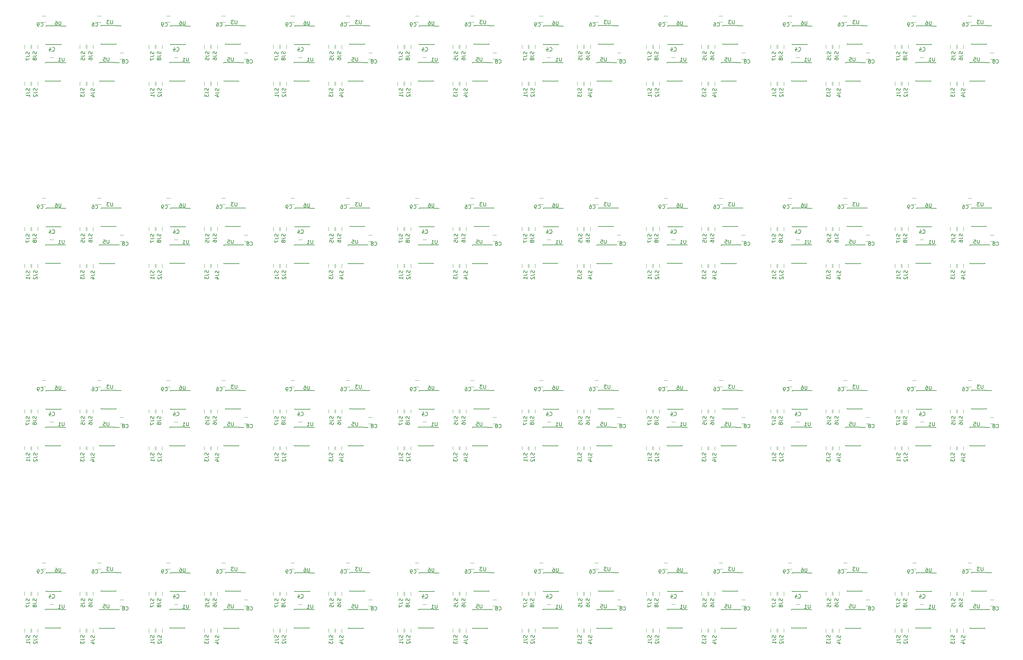
<source format=gbr>
G04 #@! TF.FileFunction,Legend,Bot*
%FSLAX46Y46*%
G04 Gerber Fmt 4.6, Leading zero omitted, Abs format (unit mm)*
G04 Created by KiCad (PCBNEW 4.0.7-e2-6376~58~ubuntu16.04.1) date Mon Nov 20 20:39:29 2017*
%MOMM*%
%LPD*%
G01*
G04 APERTURE LIST*
%ADD10C,0.100000*%
%ADD11C,0.150000*%
%ADD12C,0.120000*%
G04 APERTURE END LIST*
D10*
D11*
X198417000Y-125237800D02*
X198417000Y-125287800D01*
X194267000Y-125237800D02*
X194267000Y-125382800D01*
X194267000Y-130387800D02*
X194267000Y-130242800D01*
X198417000Y-130387800D02*
X198417000Y-130242800D01*
X198417000Y-125237800D02*
X194267000Y-125237800D01*
X198417000Y-130387800D02*
X194267000Y-130387800D01*
X198417000Y-125287800D02*
X199817000Y-125287800D01*
X213149000Y-135347000D02*
X213149000Y-135397000D01*
X208999000Y-135347000D02*
X208999000Y-135492000D01*
X208999000Y-140497000D02*
X208999000Y-140352000D01*
X213149000Y-140497000D02*
X213149000Y-140352000D01*
X213149000Y-135347000D02*
X208999000Y-135347000D01*
X213149000Y-140497000D02*
X208999000Y-140497000D01*
X213149000Y-135397000D02*
X214549000Y-135397000D01*
X213631600Y-125161600D02*
X213631600Y-125211600D01*
X209481600Y-125161600D02*
X209481600Y-125306600D01*
X209481600Y-130311600D02*
X209481600Y-130166600D01*
X213631600Y-130311600D02*
X213631600Y-130166600D01*
X213631600Y-125161600D02*
X209481600Y-125161600D01*
X213631600Y-130311600D02*
X209481600Y-130311600D01*
X213631600Y-125211600D02*
X215031600Y-125211600D01*
X198315400Y-135321600D02*
X198315400Y-135371600D01*
X194165400Y-135321600D02*
X194165400Y-135466600D01*
X194165400Y-140471600D02*
X194165400Y-140326600D01*
X198315400Y-140471600D02*
X198315400Y-140326600D01*
X198315400Y-135321600D02*
X194165400Y-135321600D01*
X198315400Y-140471600D02*
X194165400Y-140471600D01*
X198315400Y-135371600D02*
X199715400Y-135371600D01*
D12*
X191985000Y-131462400D02*
X191985000Y-130462400D01*
X190285000Y-130462400D02*
X190285000Y-131462400D01*
X190080000Y-131462400D02*
X190080000Y-130462400D01*
X188380000Y-130462400D02*
X188380000Y-131462400D01*
X207225000Y-131462400D02*
X207225000Y-130462400D01*
X205525000Y-130462400D02*
X205525000Y-131462400D01*
X205320000Y-131462400D02*
X205320000Y-130462400D01*
X203620000Y-130462400D02*
X203620000Y-131462400D01*
X207225000Y-141622400D02*
X207225000Y-140622400D01*
X205525000Y-140622400D02*
X205525000Y-141622400D01*
X205320000Y-141622400D02*
X205320000Y-140622400D01*
X203620000Y-140622400D02*
X203620000Y-141622400D01*
X191985000Y-141622400D02*
X191985000Y-140622400D01*
X190285000Y-140622400D02*
X190285000Y-141622400D01*
X190080000Y-141622400D02*
X190080000Y-140622400D01*
X188380000Y-140622400D02*
X188380000Y-141622400D01*
X193175000Y-124192400D02*
X194175000Y-124192400D01*
X194175000Y-122492400D02*
X193175000Y-122492400D01*
X214638000Y-134352400D02*
X215638000Y-134352400D01*
X215638000Y-132652400D02*
X214638000Y-132652400D01*
X208415000Y-124192400D02*
X209415000Y-124192400D01*
X209415000Y-122492400D02*
X208415000Y-122492400D01*
X195308600Y-133920600D02*
X196308600Y-133920600D01*
X196308600Y-132220600D02*
X195308600Y-132220600D01*
D11*
X164127000Y-125237800D02*
X164127000Y-125287800D01*
X159977000Y-125237800D02*
X159977000Y-125382800D01*
X159977000Y-130387800D02*
X159977000Y-130242800D01*
X164127000Y-130387800D02*
X164127000Y-130242800D01*
X164127000Y-125237800D02*
X159977000Y-125237800D01*
X164127000Y-130387800D02*
X159977000Y-130387800D01*
X164127000Y-125287800D02*
X165527000Y-125287800D01*
X178859000Y-135347000D02*
X178859000Y-135397000D01*
X174709000Y-135347000D02*
X174709000Y-135492000D01*
X174709000Y-140497000D02*
X174709000Y-140352000D01*
X178859000Y-140497000D02*
X178859000Y-140352000D01*
X178859000Y-135347000D02*
X174709000Y-135347000D01*
X178859000Y-140497000D02*
X174709000Y-140497000D01*
X178859000Y-135397000D02*
X180259000Y-135397000D01*
X179341600Y-125161600D02*
X179341600Y-125211600D01*
X175191600Y-125161600D02*
X175191600Y-125306600D01*
X175191600Y-130311600D02*
X175191600Y-130166600D01*
X179341600Y-130311600D02*
X179341600Y-130166600D01*
X179341600Y-125161600D02*
X175191600Y-125161600D01*
X179341600Y-130311600D02*
X175191600Y-130311600D01*
X179341600Y-125211600D02*
X180741600Y-125211600D01*
X164025400Y-135321600D02*
X164025400Y-135371600D01*
X159875400Y-135321600D02*
X159875400Y-135466600D01*
X159875400Y-140471600D02*
X159875400Y-140326600D01*
X164025400Y-140471600D02*
X164025400Y-140326600D01*
X164025400Y-135321600D02*
X159875400Y-135321600D01*
X164025400Y-140471600D02*
X159875400Y-140471600D01*
X164025400Y-135371600D02*
X165425400Y-135371600D01*
D12*
X157695000Y-131462400D02*
X157695000Y-130462400D01*
X155995000Y-130462400D02*
X155995000Y-131462400D01*
X155790000Y-131462400D02*
X155790000Y-130462400D01*
X154090000Y-130462400D02*
X154090000Y-131462400D01*
X172935000Y-131462400D02*
X172935000Y-130462400D01*
X171235000Y-130462400D02*
X171235000Y-131462400D01*
X171030000Y-131462400D02*
X171030000Y-130462400D01*
X169330000Y-130462400D02*
X169330000Y-131462400D01*
X172935000Y-141622400D02*
X172935000Y-140622400D01*
X171235000Y-140622400D02*
X171235000Y-141622400D01*
X171030000Y-141622400D02*
X171030000Y-140622400D01*
X169330000Y-140622400D02*
X169330000Y-141622400D01*
X157695000Y-141622400D02*
X157695000Y-140622400D01*
X155995000Y-140622400D02*
X155995000Y-141622400D01*
X155790000Y-141622400D02*
X155790000Y-140622400D01*
X154090000Y-140622400D02*
X154090000Y-141622400D01*
X158885000Y-124192400D02*
X159885000Y-124192400D01*
X159885000Y-122492400D02*
X158885000Y-122492400D01*
X180348000Y-134352400D02*
X181348000Y-134352400D01*
X181348000Y-132652400D02*
X180348000Y-132652400D01*
X174125000Y-124192400D02*
X175125000Y-124192400D01*
X175125000Y-122492400D02*
X174125000Y-122492400D01*
X161018600Y-133920600D02*
X162018600Y-133920600D01*
X162018600Y-132220600D02*
X161018600Y-132220600D01*
X229598600Y-133920600D02*
X230598600Y-133920600D01*
X230598600Y-132220600D02*
X229598600Y-132220600D01*
X242705000Y-124192400D02*
X243705000Y-124192400D01*
X243705000Y-122492400D02*
X242705000Y-122492400D01*
X248928000Y-134352400D02*
X249928000Y-134352400D01*
X249928000Y-132652400D02*
X248928000Y-132652400D01*
X227465000Y-124192400D02*
X228465000Y-124192400D01*
X228465000Y-122492400D02*
X227465000Y-122492400D01*
X224370000Y-141622400D02*
X224370000Y-140622400D01*
X222670000Y-140622400D02*
X222670000Y-141622400D01*
X226275000Y-141622400D02*
X226275000Y-140622400D01*
X224575000Y-140622400D02*
X224575000Y-141622400D01*
X239610000Y-141622400D02*
X239610000Y-140622400D01*
X237910000Y-140622400D02*
X237910000Y-141622400D01*
X241515000Y-141622400D02*
X241515000Y-140622400D01*
X239815000Y-140622400D02*
X239815000Y-141622400D01*
X239610000Y-131462400D02*
X239610000Y-130462400D01*
X237910000Y-130462400D02*
X237910000Y-131462400D01*
X241515000Y-131462400D02*
X241515000Y-130462400D01*
X239815000Y-130462400D02*
X239815000Y-131462400D01*
X224370000Y-131462400D02*
X224370000Y-130462400D01*
X222670000Y-130462400D02*
X222670000Y-131462400D01*
X226275000Y-131462400D02*
X226275000Y-130462400D01*
X224575000Y-130462400D02*
X224575000Y-131462400D01*
D11*
X232605400Y-135321600D02*
X232605400Y-135371600D01*
X228455400Y-135321600D02*
X228455400Y-135466600D01*
X228455400Y-140471600D02*
X228455400Y-140326600D01*
X232605400Y-140471600D02*
X232605400Y-140326600D01*
X232605400Y-135321600D02*
X228455400Y-135321600D01*
X232605400Y-140471600D02*
X228455400Y-140471600D01*
X232605400Y-135371600D02*
X234005400Y-135371600D01*
X247921600Y-125161600D02*
X247921600Y-125211600D01*
X243771600Y-125161600D02*
X243771600Y-125306600D01*
X243771600Y-130311600D02*
X243771600Y-130166600D01*
X247921600Y-130311600D02*
X247921600Y-130166600D01*
X247921600Y-125161600D02*
X243771600Y-125161600D01*
X247921600Y-130311600D02*
X243771600Y-130311600D01*
X247921600Y-125211600D02*
X249321600Y-125211600D01*
X247439000Y-135347000D02*
X247439000Y-135397000D01*
X243289000Y-135347000D02*
X243289000Y-135492000D01*
X243289000Y-140497000D02*
X243289000Y-140352000D01*
X247439000Y-140497000D02*
X247439000Y-140352000D01*
X247439000Y-135347000D02*
X243289000Y-135347000D01*
X247439000Y-140497000D02*
X243289000Y-140497000D01*
X247439000Y-135397000D02*
X248839000Y-135397000D01*
X232707000Y-125237800D02*
X232707000Y-125287800D01*
X228557000Y-125237800D02*
X228557000Y-125382800D01*
X228557000Y-130387800D02*
X228557000Y-130242800D01*
X232707000Y-130387800D02*
X232707000Y-130242800D01*
X232707000Y-125237800D02*
X228557000Y-125237800D01*
X232707000Y-130387800D02*
X228557000Y-130387800D01*
X232707000Y-125287800D02*
X234107000Y-125287800D01*
D12*
X263888600Y-133920600D02*
X264888600Y-133920600D01*
X264888600Y-132220600D02*
X263888600Y-132220600D01*
X276995000Y-124192400D02*
X277995000Y-124192400D01*
X277995000Y-122492400D02*
X276995000Y-122492400D01*
X283218000Y-134352400D02*
X284218000Y-134352400D01*
X284218000Y-132652400D02*
X283218000Y-132652400D01*
X261755000Y-124192400D02*
X262755000Y-124192400D01*
X262755000Y-122492400D02*
X261755000Y-122492400D01*
X258660000Y-141622400D02*
X258660000Y-140622400D01*
X256960000Y-140622400D02*
X256960000Y-141622400D01*
X260565000Y-141622400D02*
X260565000Y-140622400D01*
X258865000Y-140622400D02*
X258865000Y-141622400D01*
X273900000Y-141622400D02*
X273900000Y-140622400D01*
X272200000Y-140622400D02*
X272200000Y-141622400D01*
X275805000Y-141622400D02*
X275805000Y-140622400D01*
X274105000Y-140622400D02*
X274105000Y-141622400D01*
X273900000Y-131462400D02*
X273900000Y-130462400D01*
X272200000Y-130462400D02*
X272200000Y-131462400D01*
X275805000Y-131462400D02*
X275805000Y-130462400D01*
X274105000Y-130462400D02*
X274105000Y-131462400D01*
X258660000Y-131462400D02*
X258660000Y-130462400D01*
X256960000Y-130462400D02*
X256960000Y-131462400D01*
X260565000Y-131462400D02*
X260565000Y-130462400D01*
X258865000Y-130462400D02*
X258865000Y-131462400D01*
D11*
X266895400Y-135321600D02*
X266895400Y-135371600D01*
X262745400Y-135321600D02*
X262745400Y-135466600D01*
X262745400Y-140471600D02*
X262745400Y-140326600D01*
X266895400Y-140471600D02*
X266895400Y-140326600D01*
X266895400Y-135321600D02*
X262745400Y-135321600D01*
X266895400Y-140471600D02*
X262745400Y-140471600D01*
X266895400Y-135371600D02*
X268295400Y-135371600D01*
X282211600Y-125161600D02*
X282211600Y-125211600D01*
X278061600Y-125161600D02*
X278061600Y-125306600D01*
X278061600Y-130311600D02*
X278061600Y-130166600D01*
X282211600Y-130311600D02*
X282211600Y-130166600D01*
X282211600Y-125161600D02*
X278061600Y-125161600D01*
X282211600Y-130311600D02*
X278061600Y-130311600D01*
X282211600Y-125211600D02*
X283611600Y-125211600D01*
X281729000Y-135347000D02*
X281729000Y-135397000D01*
X277579000Y-135347000D02*
X277579000Y-135492000D01*
X277579000Y-140497000D02*
X277579000Y-140352000D01*
X281729000Y-140497000D02*
X281729000Y-140352000D01*
X281729000Y-135347000D02*
X277579000Y-135347000D01*
X281729000Y-140497000D02*
X277579000Y-140497000D01*
X281729000Y-135397000D02*
X283129000Y-135397000D01*
X266997000Y-125237800D02*
X266997000Y-125287800D01*
X262847000Y-125237800D02*
X262847000Y-125382800D01*
X262847000Y-130387800D02*
X262847000Y-130242800D01*
X266997000Y-130387800D02*
X266997000Y-130242800D01*
X266997000Y-125237800D02*
X262847000Y-125237800D01*
X266997000Y-130387800D02*
X262847000Y-130387800D01*
X266997000Y-125287800D02*
X268397000Y-125287800D01*
X129837000Y-125237800D02*
X129837000Y-125287800D01*
X125687000Y-125237800D02*
X125687000Y-125382800D01*
X125687000Y-130387800D02*
X125687000Y-130242800D01*
X129837000Y-130387800D02*
X129837000Y-130242800D01*
X129837000Y-125237800D02*
X125687000Y-125237800D01*
X129837000Y-130387800D02*
X125687000Y-130387800D01*
X129837000Y-125287800D02*
X131237000Y-125287800D01*
X144569000Y-135347000D02*
X144569000Y-135397000D01*
X140419000Y-135347000D02*
X140419000Y-135492000D01*
X140419000Y-140497000D02*
X140419000Y-140352000D01*
X144569000Y-140497000D02*
X144569000Y-140352000D01*
X144569000Y-135347000D02*
X140419000Y-135347000D01*
X144569000Y-140497000D02*
X140419000Y-140497000D01*
X144569000Y-135397000D02*
X145969000Y-135397000D01*
X145051600Y-125161600D02*
X145051600Y-125211600D01*
X140901600Y-125161600D02*
X140901600Y-125306600D01*
X140901600Y-130311600D02*
X140901600Y-130166600D01*
X145051600Y-130311600D02*
X145051600Y-130166600D01*
X145051600Y-125161600D02*
X140901600Y-125161600D01*
X145051600Y-130311600D02*
X140901600Y-130311600D01*
X145051600Y-125211600D02*
X146451600Y-125211600D01*
X129735400Y-135321600D02*
X129735400Y-135371600D01*
X125585400Y-135321600D02*
X125585400Y-135466600D01*
X125585400Y-140471600D02*
X125585400Y-140326600D01*
X129735400Y-140471600D02*
X129735400Y-140326600D01*
X129735400Y-135321600D02*
X125585400Y-135321600D01*
X129735400Y-140471600D02*
X125585400Y-140471600D01*
X129735400Y-135371600D02*
X131135400Y-135371600D01*
D12*
X123405000Y-131462400D02*
X123405000Y-130462400D01*
X121705000Y-130462400D02*
X121705000Y-131462400D01*
X121500000Y-131462400D02*
X121500000Y-130462400D01*
X119800000Y-130462400D02*
X119800000Y-131462400D01*
X138645000Y-131462400D02*
X138645000Y-130462400D01*
X136945000Y-130462400D02*
X136945000Y-131462400D01*
X136740000Y-131462400D02*
X136740000Y-130462400D01*
X135040000Y-130462400D02*
X135040000Y-131462400D01*
X138645000Y-141622400D02*
X138645000Y-140622400D01*
X136945000Y-140622400D02*
X136945000Y-141622400D01*
X136740000Y-141622400D02*
X136740000Y-140622400D01*
X135040000Y-140622400D02*
X135040000Y-141622400D01*
X123405000Y-141622400D02*
X123405000Y-140622400D01*
X121705000Y-140622400D02*
X121705000Y-141622400D01*
X121500000Y-141622400D02*
X121500000Y-140622400D01*
X119800000Y-140622400D02*
X119800000Y-141622400D01*
X124595000Y-124192400D02*
X125595000Y-124192400D01*
X125595000Y-122492400D02*
X124595000Y-122492400D01*
X146058000Y-134352400D02*
X147058000Y-134352400D01*
X147058000Y-132652400D02*
X146058000Y-132652400D01*
X139835000Y-124192400D02*
X140835000Y-124192400D01*
X140835000Y-122492400D02*
X139835000Y-122492400D01*
X126728600Y-133920600D02*
X127728600Y-133920600D01*
X127728600Y-132220600D02*
X126728600Y-132220600D01*
D11*
X95547000Y-125237800D02*
X95547000Y-125287800D01*
X91397000Y-125237800D02*
X91397000Y-125382800D01*
X91397000Y-130387800D02*
X91397000Y-130242800D01*
X95547000Y-130387800D02*
X95547000Y-130242800D01*
X95547000Y-125237800D02*
X91397000Y-125237800D01*
X95547000Y-130387800D02*
X91397000Y-130387800D01*
X95547000Y-125287800D02*
X96947000Y-125287800D01*
X110279000Y-135347000D02*
X110279000Y-135397000D01*
X106129000Y-135347000D02*
X106129000Y-135492000D01*
X106129000Y-140497000D02*
X106129000Y-140352000D01*
X110279000Y-140497000D02*
X110279000Y-140352000D01*
X110279000Y-135347000D02*
X106129000Y-135347000D01*
X110279000Y-140497000D02*
X106129000Y-140497000D01*
X110279000Y-135397000D02*
X111679000Y-135397000D01*
X110761600Y-125161600D02*
X110761600Y-125211600D01*
X106611600Y-125161600D02*
X106611600Y-125306600D01*
X106611600Y-130311600D02*
X106611600Y-130166600D01*
X110761600Y-130311600D02*
X110761600Y-130166600D01*
X110761600Y-125161600D02*
X106611600Y-125161600D01*
X110761600Y-130311600D02*
X106611600Y-130311600D01*
X110761600Y-125211600D02*
X112161600Y-125211600D01*
X95445400Y-135321600D02*
X95445400Y-135371600D01*
X91295400Y-135321600D02*
X91295400Y-135466600D01*
X91295400Y-140471600D02*
X91295400Y-140326600D01*
X95445400Y-140471600D02*
X95445400Y-140326600D01*
X95445400Y-135321600D02*
X91295400Y-135321600D01*
X95445400Y-140471600D02*
X91295400Y-140471600D01*
X95445400Y-135371600D02*
X96845400Y-135371600D01*
D12*
X89115000Y-131462400D02*
X89115000Y-130462400D01*
X87415000Y-130462400D02*
X87415000Y-131462400D01*
X87210000Y-131462400D02*
X87210000Y-130462400D01*
X85510000Y-130462400D02*
X85510000Y-131462400D01*
X104355000Y-131462400D02*
X104355000Y-130462400D01*
X102655000Y-130462400D02*
X102655000Y-131462400D01*
X102450000Y-131462400D02*
X102450000Y-130462400D01*
X100750000Y-130462400D02*
X100750000Y-131462400D01*
X104355000Y-141622400D02*
X104355000Y-140622400D01*
X102655000Y-140622400D02*
X102655000Y-141622400D01*
X102450000Y-141622400D02*
X102450000Y-140622400D01*
X100750000Y-140622400D02*
X100750000Y-141622400D01*
X89115000Y-141622400D02*
X89115000Y-140622400D01*
X87415000Y-140622400D02*
X87415000Y-141622400D01*
X87210000Y-141622400D02*
X87210000Y-140622400D01*
X85510000Y-140622400D02*
X85510000Y-141622400D01*
X90305000Y-124192400D02*
X91305000Y-124192400D01*
X91305000Y-122492400D02*
X90305000Y-122492400D01*
X111768000Y-134352400D02*
X112768000Y-134352400D01*
X112768000Y-132652400D02*
X111768000Y-132652400D01*
X105545000Y-124192400D02*
X106545000Y-124192400D01*
X106545000Y-122492400D02*
X105545000Y-122492400D01*
X92438600Y-133920600D02*
X93438600Y-133920600D01*
X93438600Y-132220600D02*
X92438600Y-132220600D01*
X23858600Y-133920600D02*
X24858600Y-133920600D01*
X24858600Y-132220600D02*
X23858600Y-132220600D01*
X36965000Y-124192400D02*
X37965000Y-124192400D01*
X37965000Y-122492400D02*
X36965000Y-122492400D01*
X43188000Y-134352400D02*
X44188000Y-134352400D01*
X44188000Y-132652400D02*
X43188000Y-132652400D01*
X21725000Y-124192400D02*
X22725000Y-124192400D01*
X22725000Y-122492400D02*
X21725000Y-122492400D01*
X18630000Y-141622400D02*
X18630000Y-140622400D01*
X16930000Y-140622400D02*
X16930000Y-141622400D01*
X20535000Y-141622400D02*
X20535000Y-140622400D01*
X18835000Y-140622400D02*
X18835000Y-141622400D01*
X33870000Y-141622400D02*
X33870000Y-140622400D01*
X32170000Y-140622400D02*
X32170000Y-141622400D01*
X35775000Y-141622400D02*
X35775000Y-140622400D01*
X34075000Y-140622400D02*
X34075000Y-141622400D01*
X33870000Y-131462400D02*
X33870000Y-130462400D01*
X32170000Y-130462400D02*
X32170000Y-131462400D01*
X35775000Y-131462400D02*
X35775000Y-130462400D01*
X34075000Y-130462400D02*
X34075000Y-131462400D01*
X18630000Y-131462400D02*
X18630000Y-130462400D01*
X16930000Y-130462400D02*
X16930000Y-131462400D01*
X20535000Y-131462400D02*
X20535000Y-130462400D01*
X18835000Y-130462400D02*
X18835000Y-131462400D01*
D11*
X26865400Y-135321600D02*
X26865400Y-135371600D01*
X22715400Y-135321600D02*
X22715400Y-135466600D01*
X22715400Y-140471600D02*
X22715400Y-140326600D01*
X26865400Y-140471600D02*
X26865400Y-140326600D01*
X26865400Y-135321600D02*
X22715400Y-135321600D01*
X26865400Y-140471600D02*
X22715400Y-140471600D01*
X26865400Y-135371600D02*
X28265400Y-135371600D01*
X42181600Y-125161600D02*
X42181600Y-125211600D01*
X38031600Y-125161600D02*
X38031600Y-125306600D01*
X38031600Y-130311600D02*
X38031600Y-130166600D01*
X42181600Y-130311600D02*
X42181600Y-130166600D01*
X42181600Y-125161600D02*
X38031600Y-125161600D01*
X42181600Y-130311600D02*
X38031600Y-130311600D01*
X42181600Y-125211600D02*
X43581600Y-125211600D01*
X41699000Y-135347000D02*
X41699000Y-135397000D01*
X37549000Y-135347000D02*
X37549000Y-135492000D01*
X37549000Y-140497000D02*
X37549000Y-140352000D01*
X41699000Y-140497000D02*
X41699000Y-140352000D01*
X41699000Y-135347000D02*
X37549000Y-135347000D01*
X41699000Y-140497000D02*
X37549000Y-140497000D01*
X41699000Y-135397000D02*
X43099000Y-135397000D01*
X26967000Y-125237800D02*
X26967000Y-125287800D01*
X22817000Y-125237800D02*
X22817000Y-125382800D01*
X22817000Y-130387800D02*
X22817000Y-130242800D01*
X26967000Y-130387800D02*
X26967000Y-130242800D01*
X26967000Y-125237800D02*
X22817000Y-125237800D01*
X26967000Y-130387800D02*
X22817000Y-130387800D01*
X26967000Y-125287800D02*
X28367000Y-125287800D01*
D12*
X58148600Y-133920600D02*
X59148600Y-133920600D01*
X59148600Y-132220600D02*
X58148600Y-132220600D01*
X71255000Y-124192400D02*
X72255000Y-124192400D01*
X72255000Y-122492400D02*
X71255000Y-122492400D01*
X77478000Y-134352400D02*
X78478000Y-134352400D01*
X78478000Y-132652400D02*
X77478000Y-132652400D01*
X56015000Y-124192400D02*
X57015000Y-124192400D01*
X57015000Y-122492400D02*
X56015000Y-122492400D01*
X52920000Y-141622400D02*
X52920000Y-140622400D01*
X51220000Y-140622400D02*
X51220000Y-141622400D01*
X54825000Y-141622400D02*
X54825000Y-140622400D01*
X53125000Y-140622400D02*
X53125000Y-141622400D01*
X68160000Y-141622400D02*
X68160000Y-140622400D01*
X66460000Y-140622400D02*
X66460000Y-141622400D01*
X70065000Y-141622400D02*
X70065000Y-140622400D01*
X68365000Y-140622400D02*
X68365000Y-141622400D01*
X68160000Y-131462400D02*
X68160000Y-130462400D01*
X66460000Y-130462400D02*
X66460000Y-131462400D01*
X70065000Y-131462400D02*
X70065000Y-130462400D01*
X68365000Y-130462400D02*
X68365000Y-131462400D01*
X52920000Y-131462400D02*
X52920000Y-130462400D01*
X51220000Y-130462400D02*
X51220000Y-131462400D01*
X54825000Y-131462400D02*
X54825000Y-130462400D01*
X53125000Y-130462400D02*
X53125000Y-131462400D01*
D11*
X61155400Y-135321600D02*
X61155400Y-135371600D01*
X57005400Y-135321600D02*
X57005400Y-135466600D01*
X57005400Y-140471600D02*
X57005400Y-140326600D01*
X61155400Y-140471600D02*
X61155400Y-140326600D01*
X61155400Y-135321600D02*
X57005400Y-135321600D01*
X61155400Y-140471600D02*
X57005400Y-140471600D01*
X61155400Y-135371600D02*
X62555400Y-135371600D01*
X76471600Y-125161600D02*
X76471600Y-125211600D01*
X72321600Y-125161600D02*
X72321600Y-125306600D01*
X72321600Y-130311600D02*
X72321600Y-130166600D01*
X76471600Y-130311600D02*
X76471600Y-130166600D01*
X76471600Y-125161600D02*
X72321600Y-125161600D01*
X76471600Y-130311600D02*
X72321600Y-130311600D01*
X76471600Y-125211600D02*
X77871600Y-125211600D01*
X75989000Y-135347000D02*
X75989000Y-135397000D01*
X71839000Y-135347000D02*
X71839000Y-135492000D01*
X71839000Y-140497000D02*
X71839000Y-140352000D01*
X75989000Y-140497000D02*
X75989000Y-140352000D01*
X75989000Y-135347000D02*
X71839000Y-135347000D01*
X75989000Y-140497000D02*
X71839000Y-140497000D01*
X75989000Y-135397000D02*
X77389000Y-135397000D01*
X61257000Y-125237800D02*
X61257000Y-125287800D01*
X57107000Y-125237800D02*
X57107000Y-125382800D01*
X57107000Y-130387800D02*
X57107000Y-130242800D01*
X61257000Y-130387800D02*
X61257000Y-130242800D01*
X61257000Y-125237800D02*
X57107000Y-125237800D01*
X61257000Y-130387800D02*
X57107000Y-130387800D01*
X61257000Y-125287800D02*
X62657000Y-125287800D01*
X61257000Y-175479000D02*
X61257000Y-175529000D01*
X57107000Y-175479000D02*
X57107000Y-175624000D01*
X57107000Y-180629000D02*
X57107000Y-180484000D01*
X61257000Y-180629000D02*
X61257000Y-180484000D01*
X61257000Y-175479000D02*
X57107000Y-175479000D01*
X61257000Y-180629000D02*
X57107000Y-180629000D01*
X61257000Y-175529000D02*
X62657000Y-175529000D01*
X75989000Y-185588200D02*
X75989000Y-185638200D01*
X71839000Y-185588200D02*
X71839000Y-185733200D01*
X71839000Y-190738200D02*
X71839000Y-190593200D01*
X75989000Y-190738200D02*
X75989000Y-190593200D01*
X75989000Y-185588200D02*
X71839000Y-185588200D01*
X75989000Y-190738200D02*
X71839000Y-190738200D01*
X75989000Y-185638200D02*
X77389000Y-185638200D01*
X76471600Y-175402800D02*
X76471600Y-175452800D01*
X72321600Y-175402800D02*
X72321600Y-175547800D01*
X72321600Y-180552800D02*
X72321600Y-180407800D01*
X76471600Y-180552800D02*
X76471600Y-180407800D01*
X76471600Y-175402800D02*
X72321600Y-175402800D01*
X76471600Y-180552800D02*
X72321600Y-180552800D01*
X76471600Y-175452800D02*
X77871600Y-175452800D01*
X61155400Y-185562800D02*
X61155400Y-185612800D01*
X57005400Y-185562800D02*
X57005400Y-185707800D01*
X57005400Y-190712800D02*
X57005400Y-190567800D01*
X61155400Y-190712800D02*
X61155400Y-190567800D01*
X61155400Y-185562800D02*
X57005400Y-185562800D01*
X61155400Y-190712800D02*
X57005400Y-190712800D01*
X61155400Y-185612800D02*
X62555400Y-185612800D01*
D12*
X54825000Y-181703600D02*
X54825000Y-180703600D01*
X53125000Y-180703600D02*
X53125000Y-181703600D01*
X52920000Y-181703600D02*
X52920000Y-180703600D01*
X51220000Y-180703600D02*
X51220000Y-181703600D01*
X70065000Y-181703600D02*
X70065000Y-180703600D01*
X68365000Y-180703600D02*
X68365000Y-181703600D01*
X68160000Y-181703600D02*
X68160000Y-180703600D01*
X66460000Y-180703600D02*
X66460000Y-181703600D01*
X70065000Y-191863600D02*
X70065000Y-190863600D01*
X68365000Y-190863600D02*
X68365000Y-191863600D01*
X68160000Y-191863600D02*
X68160000Y-190863600D01*
X66460000Y-190863600D02*
X66460000Y-191863600D01*
X54825000Y-191863600D02*
X54825000Y-190863600D01*
X53125000Y-190863600D02*
X53125000Y-191863600D01*
X52920000Y-191863600D02*
X52920000Y-190863600D01*
X51220000Y-190863600D02*
X51220000Y-191863600D01*
X56015000Y-174433600D02*
X57015000Y-174433600D01*
X57015000Y-172733600D02*
X56015000Y-172733600D01*
X77478000Y-184593600D02*
X78478000Y-184593600D01*
X78478000Y-182893600D02*
X77478000Y-182893600D01*
X71255000Y-174433600D02*
X72255000Y-174433600D01*
X72255000Y-172733600D02*
X71255000Y-172733600D01*
X58148600Y-184161800D02*
X59148600Y-184161800D01*
X59148600Y-182461800D02*
X58148600Y-182461800D01*
D11*
X26967000Y-175479000D02*
X26967000Y-175529000D01*
X22817000Y-175479000D02*
X22817000Y-175624000D01*
X22817000Y-180629000D02*
X22817000Y-180484000D01*
X26967000Y-180629000D02*
X26967000Y-180484000D01*
X26967000Y-175479000D02*
X22817000Y-175479000D01*
X26967000Y-180629000D02*
X22817000Y-180629000D01*
X26967000Y-175529000D02*
X28367000Y-175529000D01*
X41699000Y-185588200D02*
X41699000Y-185638200D01*
X37549000Y-185588200D02*
X37549000Y-185733200D01*
X37549000Y-190738200D02*
X37549000Y-190593200D01*
X41699000Y-190738200D02*
X41699000Y-190593200D01*
X41699000Y-185588200D02*
X37549000Y-185588200D01*
X41699000Y-190738200D02*
X37549000Y-190738200D01*
X41699000Y-185638200D02*
X43099000Y-185638200D01*
X42181600Y-175402800D02*
X42181600Y-175452800D01*
X38031600Y-175402800D02*
X38031600Y-175547800D01*
X38031600Y-180552800D02*
X38031600Y-180407800D01*
X42181600Y-180552800D02*
X42181600Y-180407800D01*
X42181600Y-175402800D02*
X38031600Y-175402800D01*
X42181600Y-180552800D02*
X38031600Y-180552800D01*
X42181600Y-175452800D02*
X43581600Y-175452800D01*
X26865400Y-185562800D02*
X26865400Y-185612800D01*
X22715400Y-185562800D02*
X22715400Y-185707800D01*
X22715400Y-190712800D02*
X22715400Y-190567800D01*
X26865400Y-190712800D02*
X26865400Y-190567800D01*
X26865400Y-185562800D02*
X22715400Y-185562800D01*
X26865400Y-190712800D02*
X22715400Y-190712800D01*
X26865400Y-185612800D02*
X28265400Y-185612800D01*
D12*
X20535000Y-181703600D02*
X20535000Y-180703600D01*
X18835000Y-180703600D02*
X18835000Y-181703600D01*
X18630000Y-181703600D02*
X18630000Y-180703600D01*
X16930000Y-180703600D02*
X16930000Y-181703600D01*
X35775000Y-181703600D02*
X35775000Y-180703600D01*
X34075000Y-180703600D02*
X34075000Y-181703600D01*
X33870000Y-181703600D02*
X33870000Y-180703600D01*
X32170000Y-180703600D02*
X32170000Y-181703600D01*
X35775000Y-191863600D02*
X35775000Y-190863600D01*
X34075000Y-190863600D02*
X34075000Y-191863600D01*
X33870000Y-191863600D02*
X33870000Y-190863600D01*
X32170000Y-190863600D02*
X32170000Y-191863600D01*
X20535000Y-191863600D02*
X20535000Y-190863600D01*
X18835000Y-190863600D02*
X18835000Y-191863600D01*
X18630000Y-191863600D02*
X18630000Y-190863600D01*
X16930000Y-190863600D02*
X16930000Y-191863600D01*
X21725000Y-174433600D02*
X22725000Y-174433600D01*
X22725000Y-172733600D02*
X21725000Y-172733600D01*
X43188000Y-184593600D02*
X44188000Y-184593600D01*
X44188000Y-182893600D02*
X43188000Y-182893600D01*
X36965000Y-174433600D02*
X37965000Y-174433600D01*
X37965000Y-172733600D02*
X36965000Y-172733600D01*
X23858600Y-184161800D02*
X24858600Y-184161800D01*
X24858600Y-182461800D02*
X23858600Y-182461800D01*
X92438600Y-184161800D02*
X93438600Y-184161800D01*
X93438600Y-182461800D02*
X92438600Y-182461800D01*
X105545000Y-174433600D02*
X106545000Y-174433600D01*
X106545000Y-172733600D02*
X105545000Y-172733600D01*
X111768000Y-184593600D02*
X112768000Y-184593600D01*
X112768000Y-182893600D02*
X111768000Y-182893600D01*
X90305000Y-174433600D02*
X91305000Y-174433600D01*
X91305000Y-172733600D02*
X90305000Y-172733600D01*
X87210000Y-191863600D02*
X87210000Y-190863600D01*
X85510000Y-190863600D02*
X85510000Y-191863600D01*
X89115000Y-191863600D02*
X89115000Y-190863600D01*
X87415000Y-190863600D02*
X87415000Y-191863600D01*
X102450000Y-191863600D02*
X102450000Y-190863600D01*
X100750000Y-190863600D02*
X100750000Y-191863600D01*
X104355000Y-191863600D02*
X104355000Y-190863600D01*
X102655000Y-190863600D02*
X102655000Y-191863600D01*
X102450000Y-181703600D02*
X102450000Y-180703600D01*
X100750000Y-180703600D02*
X100750000Y-181703600D01*
X104355000Y-181703600D02*
X104355000Y-180703600D01*
X102655000Y-180703600D02*
X102655000Y-181703600D01*
X87210000Y-181703600D02*
X87210000Y-180703600D01*
X85510000Y-180703600D02*
X85510000Y-181703600D01*
X89115000Y-181703600D02*
X89115000Y-180703600D01*
X87415000Y-180703600D02*
X87415000Y-181703600D01*
D11*
X95445400Y-185562800D02*
X95445400Y-185612800D01*
X91295400Y-185562800D02*
X91295400Y-185707800D01*
X91295400Y-190712800D02*
X91295400Y-190567800D01*
X95445400Y-190712800D02*
X95445400Y-190567800D01*
X95445400Y-185562800D02*
X91295400Y-185562800D01*
X95445400Y-190712800D02*
X91295400Y-190712800D01*
X95445400Y-185612800D02*
X96845400Y-185612800D01*
X110761600Y-175402800D02*
X110761600Y-175452800D01*
X106611600Y-175402800D02*
X106611600Y-175547800D01*
X106611600Y-180552800D02*
X106611600Y-180407800D01*
X110761600Y-180552800D02*
X110761600Y-180407800D01*
X110761600Y-175402800D02*
X106611600Y-175402800D01*
X110761600Y-180552800D02*
X106611600Y-180552800D01*
X110761600Y-175452800D02*
X112161600Y-175452800D01*
X110279000Y-185588200D02*
X110279000Y-185638200D01*
X106129000Y-185588200D02*
X106129000Y-185733200D01*
X106129000Y-190738200D02*
X106129000Y-190593200D01*
X110279000Y-190738200D02*
X110279000Y-190593200D01*
X110279000Y-185588200D02*
X106129000Y-185588200D01*
X110279000Y-190738200D02*
X106129000Y-190738200D01*
X110279000Y-185638200D02*
X111679000Y-185638200D01*
X95547000Y-175479000D02*
X95547000Y-175529000D01*
X91397000Y-175479000D02*
X91397000Y-175624000D01*
X91397000Y-180629000D02*
X91397000Y-180484000D01*
X95547000Y-180629000D02*
X95547000Y-180484000D01*
X95547000Y-175479000D02*
X91397000Y-175479000D01*
X95547000Y-180629000D02*
X91397000Y-180629000D01*
X95547000Y-175529000D02*
X96947000Y-175529000D01*
D12*
X126728600Y-184161800D02*
X127728600Y-184161800D01*
X127728600Y-182461800D02*
X126728600Y-182461800D01*
X139835000Y-174433600D02*
X140835000Y-174433600D01*
X140835000Y-172733600D02*
X139835000Y-172733600D01*
X146058000Y-184593600D02*
X147058000Y-184593600D01*
X147058000Y-182893600D02*
X146058000Y-182893600D01*
X124595000Y-174433600D02*
X125595000Y-174433600D01*
X125595000Y-172733600D02*
X124595000Y-172733600D01*
X121500000Y-191863600D02*
X121500000Y-190863600D01*
X119800000Y-190863600D02*
X119800000Y-191863600D01*
X123405000Y-191863600D02*
X123405000Y-190863600D01*
X121705000Y-190863600D02*
X121705000Y-191863600D01*
X136740000Y-191863600D02*
X136740000Y-190863600D01*
X135040000Y-190863600D02*
X135040000Y-191863600D01*
X138645000Y-191863600D02*
X138645000Y-190863600D01*
X136945000Y-190863600D02*
X136945000Y-191863600D01*
X136740000Y-181703600D02*
X136740000Y-180703600D01*
X135040000Y-180703600D02*
X135040000Y-181703600D01*
X138645000Y-181703600D02*
X138645000Y-180703600D01*
X136945000Y-180703600D02*
X136945000Y-181703600D01*
X121500000Y-181703600D02*
X121500000Y-180703600D01*
X119800000Y-180703600D02*
X119800000Y-181703600D01*
X123405000Y-181703600D02*
X123405000Y-180703600D01*
X121705000Y-180703600D02*
X121705000Y-181703600D01*
D11*
X129735400Y-185562800D02*
X129735400Y-185612800D01*
X125585400Y-185562800D02*
X125585400Y-185707800D01*
X125585400Y-190712800D02*
X125585400Y-190567800D01*
X129735400Y-190712800D02*
X129735400Y-190567800D01*
X129735400Y-185562800D02*
X125585400Y-185562800D01*
X129735400Y-190712800D02*
X125585400Y-190712800D01*
X129735400Y-185612800D02*
X131135400Y-185612800D01*
X145051600Y-175402800D02*
X145051600Y-175452800D01*
X140901600Y-175402800D02*
X140901600Y-175547800D01*
X140901600Y-180552800D02*
X140901600Y-180407800D01*
X145051600Y-180552800D02*
X145051600Y-180407800D01*
X145051600Y-175402800D02*
X140901600Y-175402800D01*
X145051600Y-180552800D02*
X140901600Y-180552800D01*
X145051600Y-175452800D02*
X146451600Y-175452800D01*
X144569000Y-185588200D02*
X144569000Y-185638200D01*
X140419000Y-185588200D02*
X140419000Y-185733200D01*
X140419000Y-190738200D02*
X140419000Y-190593200D01*
X144569000Y-190738200D02*
X144569000Y-190593200D01*
X144569000Y-185588200D02*
X140419000Y-185588200D01*
X144569000Y-190738200D02*
X140419000Y-190738200D01*
X144569000Y-185638200D02*
X145969000Y-185638200D01*
X129837000Y-175479000D02*
X129837000Y-175529000D01*
X125687000Y-175479000D02*
X125687000Y-175624000D01*
X125687000Y-180629000D02*
X125687000Y-180484000D01*
X129837000Y-180629000D02*
X129837000Y-180484000D01*
X129837000Y-175479000D02*
X125687000Y-175479000D01*
X129837000Y-180629000D02*
X125687000Y-180629000D01*
X129837000Y-175529000D02*
X131237000Y-175529000D01*
X266997000Y-175479000D02*
X266997000Y-175529000D01*
X262847000Y-175479000D02*
X262847000Y-175624000D01*
X262847000Y-180629000D02*
X262847000Y-180484000D01*
X266997000Y-180629000D02*
X266997000Y-180484000D01*
X266997000Y-175479000D02*
X262847000Y-175479000D01*
X266997000Y-180629000D02*
X262847000Y-180629000D01*
X266997000Y-175529000D02*
X268397000Y-175529000D01*
X281729000Y-185588200D02*
X281729000Y-185638200D01*
X277579000Y-185588200D02*
X277579000Y-185733200D01*
X277579000Y-190738200D02*
X277579000Y-190593200D01*
X281729000Y-190738200D02*
X281729000Y-190593200D01*
X281729000Y-185588200D02*
X277579000Y-185588200D01*
X281729000Y-190738200D02*
X277579000Y-190738200D01*
X281729000Y-185638200D02*
X283129000Y-185638200D01*
X282211600Y-175402800D02*
X282211600Y-175452800D01*
X278061600Y-175402800D02*
X278061600Y-175547800D01*
X278061600Y-180552800D02*
X278061600Y-180407800D01*
X282211600Y-180552800D02*
X282211600Y-180407800D01*
X282211600Y-175402800D02*
X278061600Y-175402800D01*
X282211600Y-180552800D02*
X278061600Y-180552800D01*
X282211600Y-175452800D02*
X283611600Y-175452800D01*
X266895400Y-185562800D02*
X266895400Y-185612800D01*
X262745400Y-185562800D02*
X262745400Y-185707800D01*
X262745400Y-190712800D02*
X262745400Y-190567800D01*
X266895400Y-190712800D02*
X266895400Y-190567800D01*
X266895400Y-185562800D02*
X262745400Y-185562800D01*
X266895400Y-190712800D02*
X262745400Y-190712800D01*
X266895400Y-185612800D02*
X268295400Y-185612800D01*
D12*
X260565000Y-181703600D02*
X260565000Y-180703600D01*
X258865000Y-180703600D02*
X258865000Y-181703600D01*
X258660000Y-181703600D02*
X258660000Y-180703600D01*
X256960000Y-180703600D02*
X256960000Y-181703600D01*
X275805000Y-181703600D02*
X275805000Y-180703600D01*
X274105000Y-180703600D02*
X274105000Y-181703600D01*
X273900000Y-181703600D02*
X273900000Y-180703600D01*
X272200000Y-180703600D02*
X272200000Y-181703600D01*
X275805000Y-191863600D02*
X275805000Y-190863600D01*
X274105000Y-190863600D02*
X274105000Y-191863600D01*
X273900000Y-191863600D02*
X273900000Y-190863600D01*
X272200000Y-190863600D02*
X272200000Y-191863600D01*
X260565000Y-191863600D02*
X260565000Y-190863600D01*
X258865000Y-190863600D02*
X258865000Y-191863600D01*
X258660000Y-191863600D02*
X258660000Y-190863600D01*
X256960000Y-190863600D02*
X256960000Y-191863600D01*
X261755000Y-174433600D02*
X262755000Y-174433600D01*
X262755000Y-172733600D02*
X261755000Y-172733600D01*
X283218000Y-184593600D02*
X284218000Y-184593600D01*
X284218000Y-182893600D02*
X283218000Y-182893600D01*
X276995000Y-174433600D02*
X277995000Y-174433600D01*
X277995000Y-172733600D02*
X276995000Y-172733600D01*
X263888600Y-184161800D02*
X264888600Y-184161800D01*
X264888600Y-182461800D02*
X263888600Y-182461800D01*
D11*
X232707000Y-175479000D02*
X232707000Y-175529000D01*
X228557000Y-175479000D02*
X228557000Y-175624000D01*
X228557000Y-180629000D02*
X228557000Y-180484000D01*
X232707000Y-180629000D02*
X232707000Y-180484000D01*
X232707000Y-175479000D02*
X228557000Y-175479000D01*
X232707000Y-180629000D02*
X228557000Y-180629000D01*
X232707000Y-175529000D02*
X234107000Y-175529000D01*
X247439000Y-185588200D02*
X247439000Y-185638200D01*
X243289000Y-185588200D02*
X243289000Y-185733200D01*
X243289000Y-190738200D02*
X243289000Y-190593200D01*
X247439000Y-190738200D02*
X247439000Y-190593200D01*
X247439000Y-185588200D02*
X243289000Y-185588200D01*
X247439000Y-190738200D02*
X243289000Y-190738200D01*
X247439000Y-185638200D02*
X248839000Y-185638200D01*
X247921600Y-175402800D02*
X247921600Y-175452800D01*
X243771600Y-175402800D02*
X243771600Y-175547800D01*
X243771600Y-180552800D02*
X243771600Y-180407800D01*
X247921600Y-180552800D02*
X247921600Y-180407800D01*
X247921600Y-175402800D02*
X243771600Y-175402800D01*
X247921600Y-180552800D02*
X243771600Y-180552800D01*
X247921600Y-175452800D02*
X249321600Y-175452800D01*
X232605400Y-185562800D02*
X232605400Y-185612800D01*
X228455400Y-185562800D02*
X228455400Y-185707800D01*
X228455400Y-190712800D02*
X228455400Y-190567800D01*
X232605400Y-190712800D02*
X232605400Y-190567800D01*
X232605400Y-185562800D02*
X228455400Y-185562800D01*
X232605400Y-190712800D02*
X228455400Y-190712800D01*
X232605400Y-185612800D02*
X234005400Y-185612800D01*
D12*
X226275000Y-181703600D02*
X226275000Y-180703600D01*
X224575000Y-180703600D02*
X224575000Y-181703600D01*
X224370000Y-181703600D02*
X224370000Y-180703600D01*
X222670000Y-180703600D02*
X222670000Y-181703600D01*
X241515000Y-181703600D02*
X241515000Y-180703600D01*
X239815000Y-180703600D02*
X239815000Y-181703600D01*
X239610000Y-181703600D02*
X239610000Y-180703600D01*
X237910000Y-180703600D02*
X237910000Y-181703600D01*
X241515000Y-191863600D02*
X241515000Y-190863600D01*
X239815000Y-190863600D02*
X239815000Y-191863600D01*
X239610000Y-191863600D02*
X239610000Y-190863600D01*
X237910000Y-190863600D02*
X237910000Y-191863600D01*
X226275000Y-191863600D02*
X226275000Y-190863600D01*
X224575000Y-190863600D02*
X224575000Y-191863600D01*
X224370000Y-191863600D02*
X224370000Y-190863600D01*
X222670000Y-190863600D02*
X222670000Y-191863600D01*
X227465000Y-174433600D02*
X228465000Y-174433600D01*
X228465000Y-172733600D02*
X227465000Y-172733600D01*
X248928000Y-184593600D02*
X249928000Y-184593600D01*
X249928000Y-182893600D02*
X248928000Y-182893600D01*
X242705000Y-174433600D02*
X243705000Y-174433600D01*
X243705000Y-172733600D02*
X242705000Y-172733600D01*
X229598600Y-184161800D02*
X230598600Y-184161800D01*
X230598600Y-182461800D02*
X229598600Y-182461800D01*
X161018600Y-184161800D02*
X162018600Y-184161800D01*
X162018600Y-182461800D02*
X161018600Y-182461800D01*
X174125000Y-174433600D02*
X175125000Y-174433600D01*
X175125000Y-172733600D02*
X174125000Y-172733600D01*
X180348000Y-184593600D02*
X181348000Y-184593600D01*
X181348000Y-182893600D02*
X180348000Y-182893600D01*
X158885000Y-174433600D02*
X159885000Y-174433600D01*
X159885000Y-172733600D02*
X158885000Y-172733600D01*
X155790000Y-191863600D02*
X155790000Y-190863600D01*
X154090000Y-190863600D02*
X154090000Y-191863600D01*
X157695000Y-191863600D02*
X157695000Y-190863600D01*
X155995000Y-190863600D02*
X155995000Y-191863600D01*
X171030000Y-191863600D02*
X171030000Y-190863600D01*
X169330000Y-190863600D02*
X169330000Y-191863600D01*
X172935000Y-191863600D02*
X172935000Y-190863600D01*
X171235000Y-190863600D02*
X171235000Y-191863600D01*
X171030000Y-181703600D02*
X171030000Y-180703600D01*
X169330000Y-180703600D02*
X169330000Y-181703600D01*
X172935000Y-181703600D02*
X172935000Y-180703600D01*
X171235000Y-180703600D02*
X171235000Y-181703600D01*
X155790000Y-181703600D02*
X155790000Y-180703600D01*
X154090000Y-180703600D02*
X154090000Y-181703600D01*
X157695000Y-181703600D02*
X157695000Y-180703600D01*
X155995000Y-180703600D02*
X155995000Y-181703600D01*
D11*
X164025400Y-185562800D02*
X164025400Y-185612800D01*
X159875400Y-185562800D02*
X159875400Y-185707800D01*
X159875400Y-190712800D02*
X159875400Y-190567800D01*
X164025400Y-190712800D02*
X164025400Y-190567800D01*
X164025400Y-185562800D02*
X159875400Y-185562800D01*
X164025400Y-190712800D02*
X159875400Y-190712800D01*
X164025400Y-185612800D02*
X165425400Y-185612800D01*
X179341600Y-175402800D02*
X179341600Y-175452800D01*
X175191600Y-175402800D02*
X175191600Y-175547800D01*
X175191600Y-180552800D02*
X175191600Y-180407800D01*
X179341600Y-180552800D02*
X179341600Y-180407800D01*
X179341600Y-175402800D02*
X175191600Y-175402800D01*
X179341600Y-180552800D02*
X175191600Y-180552800D01*
X179341600Y-175452800D02*
X180741600Y-175452800D01*
X178859000Y-185588200D02*
X178859000Y-185638200D01*
X174709000Y-185588200D02*
X174709000Y-185733200D01*
X174709000Y-190738200D02*
X174709000Y-190593200D01*
X178859000Y-190738200D02*
X178859000Y-190593200D01*
X178859000Y-185588200D02*
X174709000Y-185588200D01*
X178859000Y-190738200D02*
X174709000Y-190738200D01*
X178859000Y-185638200D02*
X180259000Y-185638200D01*
X164127000Y-175479000D02*
X164127000Y-175529000D01*
X159977000Y-175479000D02*
X159977000Y-175624000D01*
X159977000Y-180629000D02*
X159977000Y-180484000D01*
X164127000Y-180629000D02*
X164127000Y-180484000D01*
X164127000Y-175479000D02*
X159977000Y-175479000D01*
X164127000Y-180629000D02*
X159977000Y-180629000D01*
X164127000Y-175529000D02*
X165527000Y-175529000D01*
D12*
X195308600Y-184161800D02*
X196308600Y-184161800D01*
X196308600Y-182461800D02*
X195308600Y-182461800D01*
X208415000Y-174433600D02*
X209415000Y-174433600D01*
X209415000Y-172733600D02*
X208415000Y-172733600D01*
X214638000Y-184593600D02*
X215638000Y-184593600D01*
X215638000Y-182893600D02*
X214638000Y-182893600D01*
X193175000Y-174433600D02*
X194175000Y-174433600D01*
X194175000Y-172733600D02*
X193175000Y-172733600D01*
X190080000Y-191863600D02*
X190080000Y-190863600D01*
X188380000Y-190863600D02*
X188380000Y-191863600D01*
X191985000Y-191863600D02*
X191985000Y-190863600D01*
X190285000Y-190863600D02*
X190285000Y-191863600D01*
X205320000Y-191863600D02*
X205320000Y-190863600D01*
X203620000Y-190863600D02*
X203620000Y-191863600D01*
X207225000Y-191863600D02*
X207225000Y-190863600D01*
X205525000Y-190863600D02*
X205525000Y-191863600D01*
X205320000Y-181703600D02*
X205320000Y-180703600D01*
X203620000Y-180703600D02*
X203620000Y-181703600D01*
X207225000Y-181703600D02*
X207225000Y-180703600D01*
X205525000Y-180703600D02*
X205525000Y-181703600D01*
X190080000Y-181703600D02*
X190080000Y-180703600D01*
X188380000Y-180703600D02*
X188380000Y-181703600D01*
X191985000Y-181703600D02*
X191985000Y-180703600D01*
X190285000Y-180703600D02*
X190285000Y-181703600D01*
D11*
X198315400Y-185562800D02*
X198315400Y-185612800D01*
X194165400Y-185562800D02*
X194165400Y-185707800D01*
X194165400Y-190712800D02*
X194165400Y-190567800D01*
X198315400Y-190712800D02*
X198315400Y-190567800D01*
X198315400Y-185562800D02*
X194165400Y-185562800D01*
X198315400Y-190712800D02*
X194165400Y-190712800D01*
X198315400Y-185612800D02*
X199715400Y-185612800D01*
X213631600Y-175402800D02*
X213631600Y-175452800D01*
X209481600Y-175402800D02*
X209481600Y-175547800D01*
X209481600Y-180552800D02*
X209481600Y-180407800D01*
X213631600Y-180552800D02*
X213631600Y-180407800D01*
X213631600Y-175402800D02*
X209481600Y-175402800D01*
X213631600Y-180552800D02*
X209481600Y-180552800D01*
X213631600Y-175452800D02*
X215031600Y-175452800D01*
X213149000Y-185588200D02*
X213149000Y-185638200D01*
X208999000Y-185588200D02*
X208999000Y-185733200D01*
X208999000Y-190738200D02*
X208999000Y-190593200D01*
X213149000Y-190738200D02*
X213149000Y-190593200D01*
X213149000Y-185588200D02*
X208999000Y-185588200D01*
X213149000Y-190738200D02*
X208999000Y-190738200D01*
X213149000Y-185638200D02*
X214549000Y-185638200D01*
X198417000Y-175479000D02*
X198417000Y-175529000D01*
X194267000Y-175479000D02*
X194267000Y-175624000D01*
X194267000Y-180629000D02*
X194267000Y-180484000D01*
X198417000Y-180629000D02*
X198417000Y-180484000D01*
X198417000Y-175479000D02*
X194267000Y-175479000D01*
X198417000Y-180629000D02*
X194267000Y-180629000D01*
X198417000Y-175529000D02*
X199817000Y-175529000D01*
X198417000Y-74996600D02*
X198417000Y-75046600D01*
X194267000Y-74996600D02*
X194267000Y-75141600D01*
X194267000Y-80146600D02*
X194267000Y-80001600D01*
X198417000Y-80146600D02*
X198417000Y-80001600D01*
X198417000Y-74996600D02*
X194267000Y-74996600D01*
X198417000Y-80146600D02*
X194267000Y-80146600D01*
X198417000Y-75046600D02*
X199817000Y-75046600D01*
X213149000Y-85105800D02*
X213149000Y-85155800D01*
X208999000Y-85105800D02*
X208999000Y-85250800D01*
X208999000Y-90255800D02*
X208999000Y-90110800D01*
X213149000Y-90255800D02*
X213149000Y-90110800D01*
X213149000Y-85105800D02*
X208999000Y-85105800D01*
X213149000Y-90255800D02*
X208999000Y-90255800D01*
X213149000Y-85155800D02*
X214549000Y-85155800D01*
X213631600Y-74920400D02*
X213631600Y-74970400D01*
X209481600Y-74920400D02*
X209481600Y-75065400D01*
X209481600Y-80070400D02*
X209481600Y-79925400D01*
X213631600Y-80070400D02*
X213631600Y-79925400D01*
X213631600Y-74920400D02*
X209481600Y-74920400D01*
X213631600Y-80070400D02*
X209481600Y-80070400D01*
X213631600Y-74970400D02*
X215031600Y-74970400D01*
X198315400Y-85080400D02*
X198315400Y-85130400D01*
X194165400Y-85080400D02*
X194165400Y-85225400D01*
X194165400Y-90230400D02*
X194165400Y-90085400D01*
X198315400Y-90230400D02*
X198315400Y-90085400D01*
X198315400Y-85080400D02*
X194165400Y-85080400D01*
X198315400Y-90230400D02*
X194165400Y-90230400D01*
X198315400Y-85130400D02*
X199715400Y-85130400D01*
D12*
X191985000Y-81221200D02*
X191985000Y-80221200D01*
X190285000Y-80221200D02*
X190285000Y-81221200D01*
X190080000Y-81221200D02*
X190080000Y-80221200D01*
X188380000Y-80221200D02*
X188380000Y-81221200D01*
X207225000Y-81221200D02*
X207225000Y-80221200D01*
X205525000Y-80221200D02*
X205525000Y-81221200D01*
X205320000Y-81221200D02*
X205320000Y-80221200D01*
X203620000Y-80221200D02*
X203620000Y-81221200D01*
X207225000Y-91381200D02*
X207225000Y-90381200D01*
X205525000Y-90381200D02*
X205525000Y-91381200D01*
X205320000Y-91381200D02*
X205320000Y-90381200D01*
X203620000Y-90381200D02*
X203620000Y-91381200D01*
X191985000Y-91381200D02*
X191985000Y-90381200D01*
X190285000Y-90381200D02*
X190285000Y-91381200D01*
X190080000Y-91381200D02*
X190080000Y-90381200D01*
X188380000Y-90381200D02*
X188380000Y-91381200D01*
X193175000Y-73951200D02*
X194175000Y-73951200D01*
X194175000Y-72251200D02*
X193175000Y-72251200D01*
X214638000Y-84111200D02*
X215638000Y-84111200D01*
X215638000Y-82411200D02*
X214638000Y-82411200D01*
X208415000Y-73951200D02*
X209415000Y-73951200D01*
X209415000Y-72251200D02*
X208415000Y-72251200D01*
X195308600Y-83679400D02*
X196308600Y-83679400D01*
X196308600Y-81979400D02*
X195308600Y-81979400D01*
D11*
X164127000Y-74996600D02*
X164127000Y-75046600D01*
X159977000Y-74996600D02*
X159977000Y-75141600D01*
X159977000Y-80146600D02*
X159977000Y-80001600D01*
X164127000Y-80146600D02*
X164127000Y-80001600D01*
X164127000Y-74996600D02*
X159977000Y-74996600D01*
X164127000Y-80146600D02*
X159977000Y-80146600D01*
X164127000Y-75046600D02*
X165527000Y-75046600D01*
X178859000Y-85105800D02*
X178859000Y-85155800D01*
X174709000Y-85105800D02*
X174709000Y-85250800D01*
X174709000Y-90255800D02*
X174709000Y-90110800D01*
X178859000Y-90255800D02*
X178859000Y-90110800D01*
X178859000Y-85105800D02*
X174709000Y-85105800D01*
X178859000Y-90255800D02*
X174709000Y-90255800D01*
X178859000Y-85155800D02*
X180259000Y-85155800D01*
X179341600Y-74920400D02*
X179341600Y-74970400D01*
X175191600Y-74920400D02*
X175191600Y-75065400D01*
X175191600Y-80070400D02*
X175191600Y-79925400D01*
X179341600Y-80070400D02*
X179341600Y-79925400D01*
X179341600Y-74920400D02*
X175191600Y-74920400D01*
X179341600Y-80070400D02*
X175191600Y-80070400D01*
X179341600Y-74970400D02*
X180741600Y-74970400D01*
X164025400Y-85080400D02*
X164025400Y-85130400D01*
X159875400Y-85080400D02*
X159875400Y-85225400D01*
X159875400Y-90230400D02*
X159875400Y-90085400D01*
X164025400Y-90230400D02*
X164025400Y-90085400D01*
X164025400Y-85080400D02*
X159875400Y-85080400D01*
X164025400Y-90230400D02*
X159875400Y-90230400D01*
X164025400Y-85130400D02*
X165425400Y-85130400D01*
D12*
X157695000Y-81221200D02*
X157695000Y-80221200D01*
X155995000Y-80221200D02*
X155995000Y-81221200D01*
X155790000Y-81221200D02*
X155790000Y-80221200D01*
X154090000Y-80221200D02*
X154090000Y-81221200D01*
X172935000Y-81221200D02*
X172935000Y-80221200D01*
X171235000Y-80221200D02*
X171235000Y-81221200D01*
X171030000Y-81221200D02*
X171030000Y-80221200D01*
X169330000Y-80221200D02*
X169330000Y-81221200D01*
X172935000Y-91381200D02*
X172935000Y-90381200D01*
X171235000Y-90381200D02*
X171235000Y-91381200D01*
X171030000Y-91381200D02*
X171030000Y-90381200D01*
X169330000Y-90381200D02*
X169330000Y-91381200D01*
X157695000Y-91381200D02*
X157695000Y-90381200D01*
X155995000Y-90381200D02*
X155995000Y-91381200D01*
X155790000Y-91381200D02*
X155790000Y-90381200D01*
X154090000Y-90381200D02*
X154090000Y-91381200D01*
X158885000Y-73951200D02*
X159885000Y-73951200D01*
X159885000Y-72251200D02*
X158885000Y-72251200D01*
X180348000Y-84111200D02*
X181348000Y-84111200D01*
X181348000Y-82411200D02*
X180348000Y-82411200D01*
X174125000Y-73951200D02*
X175125000Y-73951200D01*
X175125000Y-72251200D02*
X174125000Y-72251200D01*
X161018600Y-83679400D02*
X162018600Y-83679400D01*
X162018600Y-81979400D02*
X161018600Y-81979400D01*
X229598600Y-83679400D02*
X230598600Y-83679400D01*
X230598600Y-81979400D02*
X229598600Y-81979400D01*
X242705000Y-73951200D02*
X243705000Y-73951200D01*
X243705000Y-72251200D02*
X242705000Y-72251200D01*
X248928000Y-84111200D02*
X249928000Y-84111200D01*
X249928000Y-82411200D02*
X248928000Y-82411200D01*
X227465000Y-73951200D02*
X228465000Y-73951200D01*
X228465000Y-72251200D02*
X227465000Y-72251200D01*
X224370000Y-91381200D02*
X224370000Y-90381200D01*
X222670000Y-90381200D02*
X222670000Y-91381200D01*
X226275000Y-91381200D02*
X226275000Y-90381200D01*
X224575000Y-90381200D02*
X224575000Y-91381200D01*
X239610000Y-91381200D02*
X239610000Y-90381200D01*
X237910000Y-90381200D02*
X237910000Y-91381200D01*
X241515000Y-91381200D02*
X241515000Y-90381200D01*
X239815000Y-90381200D02*
X239815000Y-91381200D01*
X239610000Y-81221200D02*
X239610000Y-80221200D01*
X237910000Y-80221200D02*
X237910000Y-81221200D01*
X241515000Y-81221200D02*
X241515000Y-80221200D01*
X239815000Y-80221200D02*
X239815000Y-81221200D01*
X224370000Y-81221200D02*
X224370000Y-80221200D01*
X222670000Y-80221200D02*
X222670000Y-81221200D01*
X226275000Y-81221200D02*
X226275000Y-80221200D01*
X224575000Y-80221200D02*
X224575000Y-81221200D01*
D11*
X232605400Y-85080400D02*
X232605400Y-85130400D01*
X228455400Y-85080400D02*
X228455400Y-85225400D01*
X228455400Y-90230400D02*
X228455400Y-90085400D01*
X232605400Y-90230400D02*
X232605400Y-90085400D01*
X232605400Y-85080400D02*
X228455400Y-85080400D01*
X232605400Y-90230400D02*
X228455400Y-90230400D01*
X232605400Y-85130400D02*
X234005400Y-85130400D01*
X247921600Y-74920400D02*
X247921600Y-74970400D01*
X243771600Y-74920400D02*
X243771600Y-75065400D01*
X243771600Y-80070400D02*
X243771600Y-79925400D01*
X247921600Y-80070400D02*
X247921600Y-79925400D01*
X247921600Y-74920400D02*
X243771600Y-74920400D01*
X247921600Y-80070400D02*
X243771600Y-80070400D01*
X247921600Y-74970400D02*
X249321600Y-74970400D01*
X247439000Y-85105800D02*
X247439000Y-85155800D01*
X243289000Y-85105800D02*
X243289000Y-85250800D01*
X243289000Y-90255800D02*
X243289000Y-90110800D01*
X247439000Y-90255800D02*
X247439000Y-90110800D01*
X247439000Y-85105800D02*
X243289000Y-85105800D01*
X247439000Y-90255800D02*
X243289000Y-90255800D01*
X247439000Y-85155800D02*
X248839000Y-85155800D01*
X232707000Y-74996600D02*
X232707000Y-75046600D01*
X228557000Y-74996600D02*
X228557000Y-75141600D01*
X228557000Y-80146600D02*
X228557000Y-80001600D01*
X232707000Y-80146600D02*
X232707000Y-80001600D01*
X232707000Y-74996600D02*
X228557000Y-74996600D01*
X232707000Y-80146600D02*
X228557000Y-80146600D01*
X232707000Y-75046600D02*
X234107000Y-75046600D01*
D12*
X263888600Y-83679400D02*
X264888600Y-83679400D01*
X264888600Y-81979400D02*
X263888600Y-81979400D01*
X276995000Y-73951200D02*
X277995000Y-73951200D01*
X277995000Y-72251200D02*
X276995000Y-72251200D01*
X283218000Y-84111200D02*
X284218000Y-84111200D01*
X284218000Y-82411200D02*
X283218000Y-82411200D01*
X261755000Y-73951200D02*
X262755000Y-73951200D01*
X262755000Y-72251200D02*
X261755000Y-72251200D01*
X258660000Y-91381200D02*
X258660000Y-90381200D01*
X256960000Y-90381200D02*
X256960000Y-91381200D01*
X260565000Y-91381200D02*
X260565000Y-90381200D01*
X258865000Y-90381200D02*
X258865000Y-91381200D01*
X273900000Y-91381200D02*
X273900000Y-90381200D01*
X272200000Y-90381200D02*
X272200000Y-91381200D01*
X275805000Y-91381200D02*
X275805000Y-90381200D01*
X274105000Y-90381200D02*
X274105000Y-91381200D01*
X273900000Y-81221200D02*
X273900000Y-80221200D01*
X272200000Y-80221200D02*
X272200000Y-81221200D01*
X275805000Y-81221200D02*
X275805000Y-80221200D01*
X274105000Y-80221200D02*
X274105000Y-81221200D01*
X258660000Y-81221200D02*
X258660000Y-80221200D01*
X256960000Y-80221200D02*
X256960000Y-81221200D01*
X260565000Y-81221200D02*
X260565000Y-80221200D01*
X258865000Y-80221200D02*
X258865000Y-81221200D01*
D11*
X266895400Y-85080400D02*
X266895400Y-85130400D01*
X262745400Y-85080400D02*
X262745400Y-85225400D01*
X262745400Y-90230400D02*
X262745400Y-90085400D01*
X266895400Y-90230400D02*
X266895400Y-90085400D01*
X266895400Y-85080400D02*
X262745400Y-85080400D01*
X266895400Y-90230400D02*
X262745400Y-90230400D01*
X266895400Y-85130400D02*
X268295400Y-85130400D01*
X282211600Y-74920400D02*
X282211600Y-74970400D01*
X278061600Y-74920400D02*
X278061600Y-75065400D01*
X278061600Y-80070400D02*
X278061600Y-79925400D01*
X282211600Y-80070400D02*
X282211600Y-79925400D01*
X282211600Y-74920400D02*
X278061600Y-74920400D01*
X282211600Y-80070400D02*
X278061600Y-80070400D01*
X282211600Y-74970400D02*
X283611600Y-74970400D01*
X281729000Y-85105800D02*
X281729000Y-85155800D01*
X277579000Y-85105800D02*
X277579000Y-85250800D01*
X277579000Y-90255800D02*
X277579000Y-90110800D01*
X281729000Y-90255800D02*
X281729000Y-90110800D01*
X281729000Y-85105800D02*
X277579000Y-85105800D01*
X281729000Y-90255800D02*
X277579000Y-90255800D01*
X281729000Y-85155800D02*
X283129000Y-85155800D01*
X266997000Y-74996600D02*
X266997000Y-75046600D01*
X262847000Y-74996600D02*
X262847000Y-75141600D01*
X262847000Y-80146600D02*
X262847000Y-80001600D01*
X266997000Y-80146600D02*
X266997000Y-80001600D01*
X266997000Y-74996600D02*
X262847000Y-74996600D01*
X266997000Y-80146600D02*
X262847000Y-80146600D01*
X266997000Y-75046600D02*
X268397000Y-75046600D01*
X129837000Y-74996600D02*
X129837000Y-75046600D01*
X125687000Y-74996600D02*
X125687000Y-75141600D01*
X125687000Y-80146600D02*
X125687000Y-80001600D01*
X129837000Y-80146600D02*
X129837000Y-80001600D01*
X129837000Y-74996600D02*
X125687000Y-74996600D01*
X129837000Y-80146600D02*
X125687000Y-80146600D01*
X129837000Y-75046600D02*
X131237000Y-75046600D01*
X144569000Y-85105800D02*
X144569000Y-85155800D01*
X140419000Y-85105800D02*
X140419000Y-85250800D01*
X140419000Y-90255800D02*
X140419000Y-90110800D01*
X144569000Y-90255800D02*
X144569000Y-90110800D01*
X144569000Y-85105800D02*
X140419000Y-85105800D01*
X144569000Y-90255800D02*
X140419000Y-90255800D01*
X144569000Y-85155800D02*
X145969000Y-85155800D01*
X145051600Y-74920400D02*
X145051600Y-74970400D01*
X140901600Y-74920400D02*
X140901600Y-75065400D01*
X140901600Y-80070400D02*
X140901600Y-79925400D01*
X145051600Y-80070400D02*
X145051600Y-79925400D01*
X145051600Y-74920400D02*
X140901600Y-74920400D01*
X145051600Y-80070400D02*
X140901600Y-80070400D01*
X145051600Y-74970400D02*
X146451600Y-74970400D01*
X129735400Y-85080400D02*
X129735400Y-85130400D01*
X125585400Y-85080400D02*
X125585400Y-85225400D01*
X125585400Y-90230400D02*
X125585400Y-90085400D01*
X129735400Y-90230400D02*
X129735400Y-90085400D01*
X129735400Y-85080400D02*
X125585400Y-85080400D01*
X129735400Y-90230400D02*
X125585400Y-90230400D01*
X129735400Y-85130400D02*
X131135400Y-85130400D01*
D12*
X123405000Y-81221200D02*
X123405000Y-80221200D01*
X121705000Y-80221200D02*
X121705000Y-81221200D01*
X121500000Y-81221200D02*
X121500000Y-80221200D01*
X119800000Y-80221200D02*
X119800000Y-81221200D01*
X138645000Y-81221200D02*
X138645000Y-80221200D01*
X136945000Y-80221200D02*
X136945000Y-81221200D01*
X136740000Y-81221200D02*
X136740000Y-80221200D01*
X135040000Y-80221200D02*
X135040000Y-81221200D01*
X138645000Y-91381200D02*
X138645000Y-90381200D01*
X136945000Y-90381200D02*
X136945000Y-91381200D01*
X136740000Y-91381200D02*
X136740000Y-90381200D01*
X135040000Y-90381200D02*
X135040000Y-91381200D01*
X123405000Y-91381200D02*
X123405000Y-90381200D01*
X121705000Y-90381200D02*
X121705000Y-91381200D01*
X121500000Y-91381200D02*
X121500000Y-90381200D01*
X119800000Y-90381200D02*
X119800000Y-91381200D01*
X124595000Y-73951200D02*
X125595000Y-73951200D01*
X125595000Y-72251200D02*
X124595000Y-72251200D01*
X146058000Y-84111200D02*
X147058000Y-84111200D01*
X147058000Y-82411200D02*
X146058000Y-82411200D01*
X139835000Y-73951200D02*
X140835000Y-73951200D01*
X140835000Y-72251200D02*
X139835000Y-72251200D01*
X126728600Y-83679400D02*
X127728600Y-83679400D01*
X127728600Y-81979400D02*
X126728600Y-81979400D01*
D11*
X95547000Y-74996600D02*
X95547000Y-75046600D01*
X91397000Y-74996600D02*
X91397000Y-75141600D01*
X91397000Y-80146600D02*
X91397000Y-80001600D01*
X95547000Y-80146600D02*
X95547000Y-80001600D01*
X95547000Y-74996600D02*
X91397000Y-74996600D01*
X95547000Y-80146600D02*
X91397000Y-80146600D01*
X95547000Y-75046600D02*
X96947000Y-75046600D01*
X110279000Y-85105800D02*
X110279000Y-85155800D01*
X106129000Y-85105800D02*
X106129000Y-85250800D01*
X106129000Y-90255800D02*
X106129000Y-90110800D01*
X110279000Y-90255800D02*
X110279000Y-90110800D01*
X110279000Y-85105800D02*
X106129000Y-85105800D01*
X110279000Y-90255800D02*
X106129000Y-90255800D01*
X110279000Y-85155800D02*
X111679000Y-85155800D01*
X110761600Y-74920400D02*
X110761600Y-74970400D01*
X106611600Y-74920400D02*
X106611600Y-75065400D01*
X106611600Y-80070400D02*
X106611600Y-79925400D01*
X110761600Y-80070400D02*
X110761600Y-79925400D01*
X110761600Y-74920400D02*
X106611600Y-74920400D01*
X110761600Y-80070400D02*
X106611600Y-80070400D01*
X110761600Y-74970400D02*
X112161600Y-74970400D01*
X95445400Y-85080400D02*
X95445400Y-85130400D01*
X91295400Y-85080400D02*
X91295400Y-85225400D01*
X91295400Y-90230400D02*
X91295400Y-90085400D01*
X95445400Y-90230400D02*
X95445400Y-90085400D01*
X95445400Y-85080400D02*
X91295400Y-85080400D01*
X95445400Y-90230400D02*
X91295400Y-90230400D01*
X95445400Y-85130400D02*
X96845400Y-85130400D01*
D12*
X89115000Y-81221200D02*
X89115000Y-80221200D01*
X87415000Y-80221200D02*
X87415000Y-81221200D01*
X87210000Y-81221200D02*
X87210000Y-80221200D01*
X85510000Y-80221200D02*
X85510000Y-81221200D01*
X104355000Y-81221200D02*
X104355000Y-80221200D01*
X102655000Y-80221200D02*
X102655000Y-81221200D01*
X102450000Y-81221200D02*
X102450000Y-80221200D01*
X100750000Y-80221200D02*
X100750000Y-81221200D01*
X104355000Y-91381200D02*
X104355000Y-90381200D01*
X102655000Y-90381200D02*
X102655000Y-91381200D01*
X102450000Y-91381200D02*
X102450000Y-90381200D01*
X100750000Y-90381200D02*
X100750000Y-91381200D01*
X89115000Y-91381200D02*
X89115000Y-90381200D01*
X87415000Y-90381200D02*
X87415000Y-91381200D01*
X87210000Y-91381200D02*
X87210000Y-90381200D01*
X85510000Y-90381200D02*
X85510000Y-91381200D01*
X90305000Y-73951200D02*
X91305000Y-73951200D01*
X91305000Y-72251200D02*
X90305000Y-72251200D01*
X111768000Y-84111200D02*
X112768000Y-84111200D01*
X112768000Y-82411200D02*
X111768000Y-82411200D01*
X105545000Y-73951200D02*
X106545000Y-73951200D01*
X106545000Y-72251200D02*
X105545000Y-72251200D01*
X92438600Y-83679400D02*
X93438600Y-83679400D01*
X93438600Y-81979400D02*
X92438600Y-81979400D01*
X23858600Y-83679400D02*
X24858600Y-83679400D01*
X24858600Y-81979400D02*
X23858600Y-81979400D01*
X36965000Y-73951200D02*
X37965000Y-73951200D01*
X37965000Y-72251200D02*
X36965000Y-72251200D01*
X43188000Y-84111200D02*
X44188000Y-84111200D01*
X44188000Y-82411200D02*
X43188000Y-82411200D01*
X21725000Y-73951200D02*
X22725000Y-73951200D01*
X22725000Y-72251200D02*
X21725000Y-72251200D01*
X18630000Y-91381200D02*
X18630000Y-90381200D01*
X16930000Y-90381200D02*
X16930000Y-91381200D01*
X20535000Y-91381200D02*
X20535000Y-90381200D01*
X18835000Y-90381200D02*
X18835000Y-91381200D01*
X33870000Y-91381200D02*
X33870000Y-90381200D01*
X32170000Y-90381200D02*
X32170000Y-91381200D01*
X35775000Y-91381200D02*
X35775000Y-90381200D01*
X34075000Y-90381200D02*
X34075000Y-91381200D01*
X33870000Y-81221200D02*
X33870000Y-80221200D01*
X32170000Y-80221200D02*
X32170000Y-81221200D01*
X35775000Y-81221200D02*
X35775000Y-80221200D01*
X34075000Y-80221200D02*
X34075000Y-81221200D01*
X18630000Y-81221200D02*
X18630000Y-80221200D01*
X16930000Y-80221200D02*
X16930000Y-81221200D01*
X20535000Y-81221200D02*
X20535000Y-80221200D01*
X18835000Y-80221200D02*
X18835000Y-81221200D01*
D11*
X26865400Y-85080400D02*
X26865400Y-85130400D01*
X22715400Y-85080400D02*
X22715400Y-85225400D01*
X22715400Y-90230400D02*
X22715400Y-90085400D01*
X26865400Y-90230400D02*
X26865400Y-90085400D01*
X26865400Y-85080400D02*
X22715400Y-85080400D01*
X26865400Y-90230400D02*
X22715400Y-90230400D01*
X26865400Y-85130400D02*
X28265400Y-85130400D01*
X42181600Y-74920400D02*
X42181600Y-74970400D01*
X38031600Y-74920400D02*
X38031600Y-75065400D01*
X38031600Y-80070400D02*
X38031600Y-79925400D01*
X42181600Y-80070400D02*
X42181600Y-79925400D01*
X42181600Y-74920400D02*
X38031600Y-74920400D01*
X42181600Y-80070400D02*
X38031600Y-80070400D01*
X42181600Y-74970400D02*
X43581600Y-74970400D01*
X41699000Y-85105800D02*
X41699000Y-85155800D01*
X37549000Y-85105800D02*
X37549000Y-85250800D01*
X37549000Y-90255800D02*
X37549000Y-90110800D01*
X41699000Y-90255800D02*
X41699000Y-90110800D01*
X41699000Y-85105800D02*
X37549000Y-85105800D01*
X41699000Y-90255800D02*
X37549000Y-90255800D01*
X41699000Y-85155800D02*
X43099000Y-85155800D01*
X26967000Y-74996600D02*
X26967000Y-75046600D01*
X22817000Y-74996600D02*
X22817000Y-75141600D01*
X22817000Y-80146600D02*
X22817000Y-80001600D01*
X26967000Y-80146600D02*
X26967000Y-80001600D01*
X26967000Y-74996600D02*
X22817000Y-74996600D01*
X26967000Y-80146600D02*
X22817000Y-80146600D01*
X26967000Y-75046600D02*
X28367000Y-75046600D01*
D12*
X58148600Y-83679400D02*
X59148600Y-83679400D01*
X59148600Y-81979400D02*
X58148600Y-81979400D01*
X71255000Y-73951200D02*
X72255000Y-73951200D01*
X72255000Y-72251200D02*
X71255000Y-72251200D01*
X77478000Y-84111200D02*
X78478000Y-84111200D01*
X78478000Y-82411200D02*
X77478000Y-82411200D01*
X56015000Y-73951200D02*
X57015000Y-73951200D01*
X57015000Y-72251200D02*
X56015000Y-72251200D01*
X52920000Y-91381200D02*
X52920000Y-90381200D01*
X51220000Y-90381200D02*
X51220000Y-91381200D01*
X54825000Y-91381200D02*
X54825000Y-90381200D01*
X53125000Y-90381200D02*
X53125000Y-91381200D01*
X68160000Y-91381200D02*
X68160000Y-90381200D01*
X66460000Y-90381200D02*
X66460000Y-91381200D01*
X70065000Y-91381200D02*
X70065000Y-90381200D01*
X68365000Y-90381200D02*
X68365000Y-91381200D01*
X68160000Y-81221200D02*
X68160000Y-80221200D01*
X66460000Y-80221200D02*
X66460000Y-81221200D01*
X70065000Y-81221200D02*
X70065000Y-80221200D01*
X68365000Y-80221200D02*
X68365000Y-81221200D01*
X52920000Y-81221200D02*
X52920000Y-80221200D01*
X51220000Y-80221200D02*
X51220000Y-81221200D01*
X54825000Y-81221200D02*
X54825000Y-80221200D01*
X53125000Y-80221200D02*
X53125000Y-81221200D01*
D11*
X61155400Y-85080400D02*
X61155400Y-85130400D01*
X57005400Y-85080400D02*
X57005400Y-85225400D01*
X57005400Y-90230400D02*
X57005400Y-90085400D01*
X61155400Y-90230400D02*
X61155400Y-90085400D01*
X61155400Y-85080400D02*
X57005400Y-85080400D01*
X61155400Y-90230400D02*
X57005400Y-90230400D01*
X61155400Y-85130400D02*
X62555400Y-85130400D01*
X76471600Y-74920400D02*
X76471600Y-74970400D01*
X72321600Y-74920400D02*
X72321600Y-75065400D01*
X72321600Y-80070400D02*
X72321600Y-79925400D01*
X76471600Y-80070400D02*
X76471600Y-79925400D01*
X76471600Y-74920400D02*
X72321600Y-74920400D01*
X76471600Y-80070400D02*
X72321600Y-80070400D01*
X76471600Y-74970400D02*
X77871600Y-74970400D01*
X75989000Y-85105800D02*
X75989000Y-85155800D01*
X71839000Y-85105800D02*
X71839000Y-85250800D01*
X71839000Y-90255800D02*
X71839000Y-90110800D01*
X75989000Y-90255800D02*
X75989000Y-90110800D01*
X75989000Y-85105800D02*
X71839000Y-85105800D01*
X75989000Y-90255800D02*
X71839000Y-90255800D01*
X75989000Y-85155800D02*
X77389000Y-85155800D01*
X61257000Y-74996600D02*
X61257000Y-75046600D01*
X57107000Y-74996600D02*
X57107000Y-75141600D01*
X57107000Y-80146600D02*
X57107000Y-80001600D01*
X61257000Y-80146600D02*
X61257000Y-80001600D01*
X61257000Y-74996600D02*
X57107000Y-74996600D01*
X61257000Y-80146600D02*
X57107000Y-80146600D01*
X61257000Y-75046600D02*
X62657000Y-75046600D01*
X61257000Y-24755400D02*
X61257000Y-24805400D01*
X57107000Y-24755400D02*
X57107000Y-24900400D01*
X57107000Y-29905400D02*
X57107000Y-29760400D01*
X61257000Y-29905400D02*
X61257000Y-29760400D01*
X61257000Y-24755400D02*
X57107000Y-24755400D01*
X61257000Y-29905400D02*
X57107000Y-29905400D01*
X61257000Y-24805400D02*
X62657000Y-24805400D01*
X75989000Y-34864600D02*
X75989000Y-34914600D01*
X71839000Y-34864600D02*
X71839000Y-35009600D01*
X71839000Y-40014600D02*
X71839000Y-39869600D01*
X75989000Y-40014600D02*
X75989000Y-39869600D01*
X75989000Y-34864600D02*
X71839000Y-34864600D01*
X75989000Y-40014600D02*
X71839000Y-40014600D01*
X75989000Y-34914600D02*
X77389000Y-34914600D01*
X76471600Y-24679200D02*
X76471600Y-24729200D01*
X72321600Y-24679200D02*
X72321600Y-24824200D01*
X72321600Y-29829200D02*
X72321600Y-29684200D01*
X76471600Y-29829200D02*
X76471600Y-29684200D01*
X76471600Y-24679200D02*
X72321600Y-24679200D01*
X76471600Y-29829200D02*
X72321600Y-29829200D01*
X76471600Y-24729200D02*
X77871600Y-24729200D01*
X61155400Y-34839200D02*
X61155400Y-34889200D01*
X57005400Y-34839200D02*
X57005400Y-34984200D01*
X57005400Y-39989200D02*
X57005400Y-39844200D01*
X61155400Y-39989200D02*
X61155400Y-39844200D01*
X61155400Y-34839200D02*
X57005400Y-34839200D01*
X61155400Y-39989200D02*
X57005400Y-39989200D01*
X61155400Y-34889200D02*
X62555400Y-34889200D01*
D12*
X54825000Y-30980000D02*
X54825000Y-29980000D01*
X53125000Y-29980000D02*
X53125000Y-30980000D01*
X52920000Y-30980000D02*
X52920000Y-29980000D01*
X51220000Y-29980000D02*
X51220000Y-30980000D01*
X70065000Y-30980000D02*
X70065000Y-29980000D01*
X68365000Y-29980000D02*
X68365000Y-30980000D01*
X68160000Y-30980000D02*
X68160000Y-29980000D01*
X66460000Y-29980000D02*
X66460000Y-30980000D01*
X70065000Y-41140000D02*
X70065000Y-40140000D01*
X68365000Y-40140000D02*
X68365000Y-41140000D01*
X68160000Y-41140000D02*
X68160000Y-40140000D01*
X66460000Y-40140000D02*
X66460000Y-41140000D01*
X54825000Y-41140000D02*
X54825000Y-40140000D01*
X53125000Y-40140000D02*
X53125000Y-41140000D01*
X52920000Y-41140000D02*
X52920000Y-40140000D01*
X51220000Y-40140000D02*
X51220000Y-41140000D01*
X56015000Y-23710000D02*
X57015000Y-23710000D01*
X57015000Y-22010000D02*
X56015000Y-22010000D01*
X77478000Y-33870000D02*
X78478000Y-33870000D01*
X78478000Y-32170000D02*
X77478000Y-32170000D01*
X71255000Y-23710000D02*
X72255000Y-23710000D01*
X72255000Y-22010000D02*
X71255000Y-22010000D01*
X58148600Y-33438200D02*
X59148600Y-33438200D01*
X59148600Y-31738200D02*
X58148600Y-31738200D01*
D11*
X26967000Y-24755400D02*
X26967000Y-24805400D01*
X22817000Y-24755400D02*
X22817000Y-24900400D01*
X22817000Y-29905400D02*
X22817000Y-29760400D01*
X26967000Y-29905400D02*
X26967000Y-29760400D01*
X26967000Y-24755400D02*
X22817000Y-24755400D01*
X26967000Y-29905400D02*
X22817000Y-29905400D01*
X26967000Y-24805400D02*
X28367000Y-24805400D01*
X41699000Y-34864600D02*
X41699000Y-34914600D01*
X37549000Y-34864600D02*
X37549000Y-35009600D01*
X37549000Y-40014600D02*
X37549000Y-39869600D01*
X41699000Y-40014600D02*
X41699000Y-39869600D01*
X41699000Y-34864600D02*
X37549000Y-34864600D01*
X41699000Y-40014600D02*
X37549000Y-40014600D01*
X41699000Y-34914600D02*
X43099000Y-34914600D01*
X42181600Y-24679200D02*
X42181600Y-24729200D01*
X38031600Y-24679200D02*
X38031600Y-24824200D01*
X38031600Y-29829200D02*
X38031600Y-29684200D01*
X42181600Y-29829200D02*
X42181600Y-29684200D01*
X42181600Y-24679200D02*
X38031600Y-24679200D01*
X42181600Y-29829200D02*
X38031600Y-29829200D01*
X42181600Y-24729200D02*
X43581600Y-24729200D01*
X26865400Y-34839200D02*
X26865400Y-34889200D01*
X22715400Y-34839200D02*
X22715400Y-34984200D01*
X22715400Y-39989200D02*
X22715400Y-39844200D01*
X26865400Y-39989200D02*
X26865400Y-39844200D01*
X26865400Y-34839200D02*
X22715400Y-34839200D01*
X26865400Y-39989200D02*
X22715400Y-39989200D01*
X26865400Y-34889200D02*
X28265400Y-34889200D01*
D12*
X20535000Y-30980000D02*
X20535000Y-29980000D01*
X18835000Y-29980000D02*
X18835000Y-30980000D01*
X18630000Y-30980000D02*
X18630000Y-29980000D01*
X16930000Y-29980000D02*
X16930000Y-30980000D01*
X35775000Y-30980000D02*
X35775000Y-29980000D01*
X34075000Y-29980000D02*
X34075000Y-30980000D01*
X33870000Y-30980000D02*
X33870000Y-29980000D01*
X32170000Y-29980000D02*
X32170000Y-30980000D01*
X35775000Y-41140000D02*
X35775000Y-40140000D01*
X34075000Y-40140000D02*
X34075000Y-41140000D01*
X33870000Y-41140000D02*
X33870000Y-40140000D01*
X32170000Y-40140000D02*
X32170000Y-41140000D01*
X20535000Y-41140000D02*
X20535000Y-40140000D01*
X18835000Y-40140000D02*
X18835000Y-41140000D01*
X18630000Y-41140000D02*
X18630000Y-40140000D01*
X16930000Y-40140000D02*
X16930000Y-41140000D01*
X21725000Y-23710000D02*
X22725000Y-23710000D01*
X22725000Y-22010000D02*
X21725000Y-22010000D01*
X43188000Y-33870000D02*
X44188000Y-33870000D01*
X44188000Y-32170000D02*
X43188000Y-32170000D01*
X36965000Y-23710000D02*
X37965000Y-23710000D01*
X37965000Y-22010000D02*
X36965000Y-22010000D01*
X23858600Y-33438200D02*
X24858600Y-33438200D01*
X24858600Y-31738200D02*
X23858600Y-31738200D01*
X92438600Y-33438200D02*
X93438600Y-33438200D01*
X93438600Y-31738200D02*
X92438600Y-31738200D01*
X105545000Y-23710000D02*
X106545000Y-23710000D01*
X106545000Y-22010000D02*
X105545000Y-22010000D01*
X111768000Y-33870000D02*
X112768000Y-33870000D01*
X112768000Y-32170000D02*
X111768000Y-32170000D01*
X90305000Y-23710000D02*
X91305000Y-23710000D01*
X91305000Y-22010000D02*
X90305000Y-22010000D01*
X87210000Y-41140000D02*
X87210000Y-40140000D01*
X85510000Y-40140000D02*
X85510000Y-41140000D01*
X89115000Y-41140000D02*
X89115000Y-40140000D01*
X87415000Y-40140000D02*
X87415000Y-41140000D01*
X102450000Y-41140000D02*
X102450000Y-40140000D01*
X100750000Y-40140000D02*
X100750000Y-41140000D01*
X104355000Y-41140000D02*
X104355000Y-40140000D01*
X102655000Y-40140000D02*
X102655000Y-41140000D01*
X102450000Y-30980000D02*
X102450000Y-29980000D01*
X100750000Y-29980000D02*
X100750000Y-30980000D01*
X104355000Y-30980000D02*
X104355000Y-29980000D01*
X102655000Y-29980000D02*
X102655000Y-30980000D01*
X87210000Y-30980000D02*
X87210000Y-29980000D01*
X85510000Y-29980000D02*
X85510000Y-30980000D01*
X89115000Y-30980000D02*
X89115000Y-29980000D01*
X87415000Y-29980000D02*
X87415000Y-30980000D01*
D11*
X95445400Y-34839200D02*
X95445400Y-34889200D01*
X91295400Y-34839200D02*
X91295400Y-34984200D01*
X91295400Y-39989200D02*
X91295400Y-39844200D01*
X95445400Y-39989200D02*
X95445400Y-39844200D01*
X95445400Y-34839200D02*
X91295400Y-34839200D01*
X95445400Y-39989200D02*
X91295400Y-39989200D01*
X95445400Y-34889200D02*
X96845400Y-34889200D01*
X110761600Y-24679200D02*
X110761600Y-24729200D01*
X106611600Y-24679200D02*
X106611600Y-24824200D01*
X106611600Y-29829200D02*
X106611600Y-29684200D01*
X110761600Y-29829200D02*
X110761600Y-29684200D01*
X110761600Y-24679200D02*
X106611600Y-24679200D01*
X110761600Y-29829200D02*
X106611600Y-29829200D01*
X110761600Y-24729200D02*
X112161600Y-24729200D01*
X110279000Y-34864600D02*
X110279000Y-34914600D01*
X106129000Y-34864600D02*
X106129000Y-35009600D01*
X106129000Y-40014600D02*
X106129000Y-39869600D01*
X110279000Y-40014600D02*
X110279000Y-39869600D01*
X110279000Y-34864600D02*
X106129000Y-34864600D01*
X110279000Y-40014600D02*
X106129000Y-40014600D01*
X110279000Y-34914600D02*
X111679000Y-34914600D01*
X95547000Y-24755400D02*
X95547000Y-24805400D01*
X91397000Y-24755400D02*
X91397000Y-24900400D01*
X91397000Y-29905400D02*
X91397000Y-29760400D01*
X95547000Y-29905400D02*
X95547000Y-29760400D01*
X95547000Y-24755400D02*
X91397000Y-24755400D01*
X95547000Y-29905400D02*
X91397000Y-29905400D01*
X95547000Y-24805400D02*
X96947000Y-24805400D01*
D12*
X126728600Y-33438200D02*
X127728600Y-33438200D01*
X127728600Y-31738200D02*
X126728600Y-31738200D01*
X139835000Y-23710000D02*
X140835000Y-23710000D01*
X140835000Y-22010000D02*
X139835000Y-22010000D01*
X146058000Y-33870000D02*
X147058000Y-33870000D01*
X147058000Y-32170000D02*
X146058000Y-32170000D01*
X124595000Y-23710000D02*
X125595000Y-23710000D01*
X125595000Y-22010000D02*
X124595000Y-22010000D01*
X121500000Y-41140000D02*
X121500000Y-40140000D01*
X119800000Y-40140000D02*
X119800000Y-41140000D01*
X123405000Y-41140000D02*
X123405000Y-40140000D01*
X121705000Y-40140000D02*
X121705000Y-41140000D01*
X136740000Y-41140000D02*
X136740000Y-40140000D01*
X135040000Y-40140000D02*
X135040000Y-41140000D01*
X138645000Y-41140000D02*
X138645000Y-40140000D01*
X136945000Y-40140000D02*
X136945000Y-41140000D01*
X136740000Y-30980000D02*
X136740000Y-29980000D01*
X135040000Y-29980000D02*
X135040000Y-30980000D01*
X138645000Y-30980000D02*
X138645000Y-29980000D01*
X136945000Y-29980000D02*
X136945000Y-30980000D01*
X121500000Y-30980000D02*
X121500000Y-29980000D01*
X119800000Y-29980000D02*
X119800000Y-30980000D01*
X123405000Y-30980000D02*
X123405000Y-29980000D01*
X121705000Y-29980000D02*
X121705000Y-30980000D01*
D11*
X129735400Y-34839200D02*
X129735400Y-34889200D01*
X125585400Y-34839200D02*
X125585400Y-34984200D01*
X125585400Y-39989200D02*
X125585400Y-39844200D01*
X129735400Y-39989200D02*
X129735400Y-39844200D01*
X129735400Y-34839200D02*
X125585400Y-34839200D01*
X129735400Y-39989200D02*
X125585400Y-39989200D01*
X129735400Y-34889200D02*
X131135400Y-34889200D01*
X145051600Y-24679200D02*
X145051600Y-24729200D01*
X140901600Y-24679200D02*
X140901600Y-24824200D01*
X140901600Y-29829200D02*
X140901600Y-29684200D01*
X145051600Y-29829200D02*
X145051600Y-29684200D01*
X145051600Y-24679200D02*
X140901600Y-24679200D01*
X145051600Y-29829200D02*
X140901600Y-29829200D01*
X145051600Y-24729200D02*
X146451600Y-24729200D01*
X144569000Y-34864600D02*
X144569000Y-34914600D01*
X140419000Y-34864600D02*
X140419000Y-35009600D01*
X140419000Y-40014600D02*
X140419000Y-39869600D01*
X144569000Y-40014600D02*
X144569000Y-39869600D01*
X144569000Y-34864600D02*
X140419000Y-34864600D01*
X144569000Y-40014600D02*
X140419000Y-40014600D01*
X144569000Y-34914600D02*
X145969000Y-34914600D01*
X129837000Y-24755400D02*
X129837000Y-24805400D01*
X125687000Y-24755400D02*
X125687000Y-24900400D01*
X125687000Y-29905400D02*
X125687000Y-29760400D01*
X129837000Y-29905400D02*
X129837000Y-29760400D01*
X129837000Y-24755400D02*
X125687000Y-24755400D01*
X129837000Y-29905400D02*
X125687000Y-29905400D01*
X129837000Y-24805400D02*
X131237000Y-24805400D01*
X266997000Y-24755400D02*
X266997000Y-24805400D01*
X262847000Y-24755400D02*
X262847000Y-24900400D01*
X262847000Y-29905400D02*
X262847000Y-29760400D01*
X266997000Y-29905400D02*
X266997000Y-29760400D01*
X266997000Y-24755400D02*
X262847000Y-24755400D01*
X266997000Y-29905400D02*
X262847000Y-29905400D01*
X266997000Y-24805400D02*
X268397000Y-24805400D01*
X281729000Y-34864600D02*
X281729000Y-34914600D01*
X277579000Y-34864600D02*
X277579000Y-35009600D01*
X277579000Y-40014600D02*
X277579000Y-39869600D01*
X281729000Y-40014600D02*
X281729000Y-39869600D01*
X281729000Y-34864600D02*
X277579000Y-34864600D01*
X281729000Y-40014600D02*
X277579000Y-40014600D01*
X281729000Y-34914600D02*
X283129000Y-34914600D01*
X282211600Y-24679200D02*
X282211600Y-24729200D01*
X278061600Y-24679200D02*
X278061600Y-24824200D01*
X278061600Y-29829200D02*
X278061600Y-29684200D01*
X282211600Y-29829200D02*
X282211600Y-29684200D01*
X282211600Y-24679200D02*
X278061600Y-24679200D01*
X282211600Y-29829200D02*
X278061600Y-29829200D01*
X282211600Y-24729200D02*
X283611600Y-24729200D01*
X266895400Y-34839200D02*
X266895400Y-34889200D01*
X262745400Y-34839200D02*
X262745400Y-34984200D01*
X262745400Y-39989200D02*
X262745400Y-39844200D01*
X266895400Y-39989200D02*
X266895400Y-39844200D01*
X266895400Y-34839200D02*
X262745400Y-34839200D01*
X266895400Y-39989200D02*
X262745400Y-39989200D01*
X266895400Y-34889200D02*
X268295400Y-34889200D01*
D12*
X260565000Y-30980000D02*
X260565000Y-29980000D01*
X258865000Y-29980000D02*
X258865000Y-30980000D01*
X258660000Y-30980000D02*
X258660000Y-29980000D01*
X256960000Y-29980000D02*
X256960000Y-30980000D01*
X275805000Y-30980000D02*
X275805000Y-29980000D01*
X274105000Y-29980000D02*
X274105000Y-30980000D01*
X273900000Y-30980000D02*
X273900000Y-29980000D01*
X272200000Y-29980000D02*
X272200000Y-30980000D01*
X275805000Y-41140000D02*
X275805000Y-40140000D01*
X274105000Y-40140000D02*
X274105000Y-41140000D01*
X273900000Y-41140000D02*
X273900000Y-40140000D01*
X272200000Y-40140000D02*
X272200000Y-41140000D01*
X260565000Y-41140000D02*
X260565000Y-40140000D01*
X258865000Y-40140000D02*
X258865000Y-41140000D01*
X258660000Y-41140000D02*
X258660000Y-40140000D01*
X256960000Y-40140000D02*
X256960000Y-41140000D01*
X261755000Y-23710000D02*
X262755000Y-23710000D01*
X262755000Y-22010000D02*
X261755000Y-22010000D01*
X283218000Y-33870000D02*
X284218000Y-33870000D01*
X284218000Y-32170000D02*
X283218000Y-32170000D01*
X276995000Y-23710000D02*
X277995000Y-23710000D01*
X277995000Y-22010000D02*
X276995000Y-22010000D01*
X263888600Y-33438200D02*
X264888600Y-33438200D01*
X264888600Y-31738200D02*
X263888600Y-31738200D01*
D11*
X232707000Y-24755400D02*
X232707000Y-24805400D01*
X228557000Y-24755400D02*
X228557000Y-24900400D01*
X228557000Y-29905400D02*
X228557000Y-29760400D01*
X232707000Y-29905400D02*
X232707000Y-29760400D01*
X232707000Y-24755400D02*
X228557000Y-24755400D01*
X232707000Y-29905400D02*
X228557000Y-29905400D01*
X232707000Y-24805400D02*
X234107000Y-24805400D01*
X247439000Y-34864600D02*
X247439000Y-34914600D01*
X243289000Y-34864600D02*
X243289000Y-35009600D01*
X243289000Y-40014600D02*
X243289000Y-39869600D01*
X247439000Y-40014600D02*
X247439000Y-39869600D01*
X247439000Y-34864600D02*
X243289000Y-34864600D01*
X247439000Y-40014600D02*
X243289000Y-40014600D01*
X247439000Y-34914600D02*
X248839000Y-34914600D01*
X247921600Y-24679200D02*
X247921600Y-24729200D01*
X243771600Y-24679200D02*
X243771600Y-24824200D01*
X243771600Y-29829200D02*
X243771600Y-29684200D01*
X247921600Y-29829200D02*
X247921600Y-29684200D01*
X247921600Y-24679200D02*
X243771600Y-24679200D01*
X247921600Y-29829200D02*
X243771600Y-29829200D01*
X247921600Y-24729200D02*
X249321600Y-24729200D01*
X232605400Y-34839200D02*
X232605400Y-34889200D01*
X228455400Y-34839200D02*
X228455400Y-34984200D01*
X228455400Y-39989200D02*
X228455400Y-39844200D01*
X232605400Y-39989200D02*
X232605400Y-39844200D01*
X232605400Y-34839200D02*
X228455400Y-34839200D01*
X232605400Y-39989200D02*
X228455400Y-39989200D01*
X232605400Y-34889200D02*
X234005400Y-34889200D01*
D12*
X226275000Y-30980000D02*
X226275000Y-29980000D01*
X224575000Y-29980000D02*
X224575000Y-30980000D01*
X224370000Y-30980000D02*
X224370000Y-29980000D01*
X222670000Y-29980000D02*
X222670000Y-30980000D01*
X241515000Y-30980000D02*
X241515000Y-29980000D01*
X239815000Y-29980000D02*
X239815000Y-30980000D01*
X239610000Y-30980000D02*
X239610000Y-29980000D01*
X237910000Y-29980000D02*
X237910000Y-30980000D01*
X241515000Y-41140000D02*
X241515000Y-40140000D01*
X239815000Y-40140000D02*
X239815000Y-41140000D01*
X239610000Y-41140000D02*
X239610000Y-40140000D01*
X237910000Y-40140000D02*
X237910000Y-41140000D01*
X226275000Y-41140000D02*
X226275000Y-40140000D01*
X224575000Y-40140000D02*
X224575000Y-41140000D01*
X224370000Y-41140000D02*
X224370000Y-40140000D01*
X222670000Y-40140000D02*
X222670000Y-41140000D01*
X227465000Y-23710000D02*
X228465000Y-23710000D01*
X228465000Y-22010000D02*
X227465000Y-22010000D01*
X248928000Y-33870000D02*
X249928000Y-33870000D01*
X249928000Y-32170000D02*
X248928000Y-32170000D01*
X242705000Y-23710000D02*
X243705000Y-23710000D01*
X243705000Y-22010000D02*
X242705000Y-22010000D01*
X229598600Y-33438200D02*
X230598600Y-33438200D01*
X230598600Y-31738200D02*
X229598600Y-31738200D01*
X161018600Y-33438200D02*
X162018600Y-33438200D01*
X162018600Y-31738200D02*
X161018600Y-31738200D01*
X174125000Y-23710000D02*
X175125000Y-23710000D01*
X175125000Y-22010000D02*
X174125000Y-22010000D01*
X180348000Y-33870000D02*
X181348000Y-33870000D01*
X181348000Y-32170000D02*
X180348000Y-32170000D01*
X158885000Y-23710000D02*
X159885000Y-23710000D01*
X159885000Y-22010000D02*
X158885000Y-22010000D01*
X155790000Y-41140000D02*
X155790000Y-40140000D01*
X154090000Y-40140000D02*
X154090000Y-41140000D01*
X157695000Y-41140000D02*
X157695000Y-40140000D01*
X155995000Y-40140000D02*
X155995000Y-41140000D01*
X171030000Y-41140000D02*
X171030000Y-40140000D01*
X169330000Y-40140000D02*
X169330000Y-41140000D01*
X172935000Y-41140000D02*
X172935000Y-40140000D01*
X171235000Y-40140000D02*
X171235000Y-41140000D01*
X171030000Y-30980000D02*
X171030000Y-29980000D01*
X169330000Y-29980000D02*
X169330000Y-30980000D01*
X172935000Y-30980000D02*
X172935000Y-29980000D01*
X171235000Y-29980000D02*
X171235000Y-30980000D01*
X155790000Y-30980000D02*
X155790000Y-29980000D01*
X154090000Y-29980000D02*
X154090000Y-30980000D01*
X157695000Y-30980000D02*
X157695000Y-29980000D01*
X155995000Y-29980000D02*
X155995000Y-30980000D01*
D11*
X164025400Y-34839200D02*
X164025400Y-34889200D01*
X159875400Y-34839200D02*
X159875400Y-34984200D01*
X159875400Y-39989200D02*
X159875400Y-39844200D01*
X164025400Y-39989200D02*
X164025400Y-39844200D01*
X164025400Y-34839200D02*
X159875400Y-34839200D01*
X164025400Y-39989200D02*
X159875400Y-39989200D01*
X164025400Y-34889200D02*
X165425400Y-34889200D01*
X179341600Y-24679200D02*
X179341600Y-24729200D01*
X175191600Y-24679200D02*
X175191600Y-24824200D01*
X175191600Y-29829200D02*
X175191600Y-29684200D01*
X179341600Y-29829200D02*
X179341600Y-29684200D01*
X179341600Y-24679200D02*
X175191600Y-24679200D01*
X179341600Y-29829200D02*
X175191600Y-29829200D01*
X179341600Y-24729200D02*
X180741600Y-24729200D01*
X178859000Y-34864600D02*
X178859000Y-34914600D01*
X174709000Y-34864600D02*
X174709000Y-35009600D01*
X174709000Y-40014600D02*
X174709000Y-39869600D01*
X178859000Y-40014600D02*
X178859000Y-39869600D01*
X178859000Y-34864600D02*
X174709000Y-34864600D01*
X178859000Y-40014600D02*
X174709000Y-40014600D01*
X178859000Y-34914600D02*
X180259000Y-34914600D01*
X164127000Y-24755400D02*
X164127000Y-24805400D01*
X159977000Y-24755400D02*
X159977000Y-24900400D01*
X159977000Y-29905400D02*
X159977000Y-29760400D01*
X164127000Y-29905400D02*
X164127000Y-29760400D01*
X164127000Y-24755400D02*
X159977000Y-24755400D01*
X164127000Y-29905400D02*
X159977000Y-29905400D01*
X164127000Y-24805400D02*
X165527000Y-24805400D01*
D12*
X195308600Y-33438200D02*
X196308600Y-33438200D01*
X196308600Y-31738200D02*
X195308600Y-31738200D01*
X208415000Y-23710000D02*
X209415000Y-23710000D01*
X209415000Y-22010000D02*
X208415000Y-22010000D01*
X214638000Y-33870000D02*
X215638000Y-33870000D01*
X215638000Y-32170000D02*
X214638000Y-32170000D01*
X193175000Y-23710000D02*
X194175000Y-23710000D01*
X194175000Y-22010000D02*
X193175000Y-22010000D01*
X190080000Y-41140000D02*
X190080000Y-40140000D01*
X188380000Y-40140000D02*
X188380000Y-41140000D01*
X191985000Y-41140000D02*
X191985000Y-40140000D01*
X190285000Y-40140000D02*
X190285000Y-41140000D01*
X205320000Y-41140000D02*
X205320000Y-40140000D01*
X203620000Y-40140000D02*
X203620000Y-41140000D01*
X207225000Y-41140000D02*
X207225000Y-40140000D01*
X205525000Y-40140000D02*
X205525000Y-41140000D01*
X205320000Y-30980000D02*
X205320000Y-29980000D01*
X203620000Y-29980000D02*
X203620000Y-30980000D01*
X207225000Y-30980000D02*
X207225000Y-29980000D01*
X205525000Y-29980000D02*
X205525000Y-30980000D01*
X190080000Y-30980000D02*
X190080000Y-29980000D01*
X188380000Y-29980000D02*
X188380000Y-30980000D01*
X191985000Y-30980000D02*
X191985000Y-29980000D01*
X190285000Y-29980000D02*
X190285000Y-30980000D01*
D11*
X198315400Y-34839200D02*
X198315400Y-34889200D01*
X194165400Y-34839200D02*
X194165400Y-34984200D01*
X194165400Y-39989200D02*
X194165400Y-39844200D01*
X198315400Y-39989200D02*
X198315400Y-39844200D01*
X198315400Y-34839200D02*
X194165400Y-34839200D01*
X198315400Y-39989200D02*
X194165400Y-39989200D01*
X198315400Y-34889200D02*
X199715400Y-34889200D01*
X213631600Y-24679200D02*
X213631600Y-24729200D01*
X209481600Y-24679200D02*
X209481600Y-24824200D01*
X209481600Y-29829200D02*
X209481600Y-29684200D01*
X213631600Y-29829200D02*
X213631600Y-29684200D01*
X213631600Y-24679200D02*
X209481600Y-24679200D01*
X213631600Y-29829200D02*
X209481600Y-29829200D01*
X213631600Y-24729200D02*
X215031600Y-24729200D01*
X213149000Y-34864600D02*
X213149000Y-34914600D01*
X208999000Y-34864600D02*
X208999000Y-35009600D01*
X208999000Y-40014600D02*
X208999000Y-39869600D01*
X213149000Y-40014600D02*
X213149000Y-39869600D01*
X213149000Y-34864600D02*
X208999000Y-34864600D01*
X213149000Y-40014600D02*
X208999000Y-40014600D01*
X213149000Y-34914600D02*
X214549000Y-34914600D01*
X198417000Y-24755400D02*
X198417000Y-24805400D01*
X194267000Y-24755400D02*
X194267000Y-24900400D01*
X194267000Y-29905400D02*
X194267000Y-29760400D01*
X198417000Y-29905400D02*
X198417000Y-29760400D01*
X198417000Y-24755400D02*
X194267000Y-24755400D01*
X198417000Y-29905400D02*
X194267000Y-29905400D01*
X198417000Y-24805400D02*
X199817000Y-24805400D01*
X198399305Y-123963181D02*
X198399305Y-124772705D01*
X198351686Y-124867943D01*
X198304067Y-124915562D01*
X198208829Y-124963181D01*
X198018352Y-124963181D01*
X197923114Y-124915562D01*
X197875495Y-124867943D01*
X197827876Y-124772705D01*
X197827876Y-123963181D01*
X196923114Y-123963181D02*
X197113591Y-123963181D01*
X197208829Y-124010800D01*
X197256448Y-124058419D01*
X197351686Y-124201276D01*
X197399305Y-124391752D01*
X197399305Y-124772705D01*
X197351686Y-124867943D01*
X197304067Y-124915562D01*
X197208829Y-124963181D01*
X197018352Y-124963181D01*
X196923114Y-124915562D01*
X196875495Y-124867943D01*
X196827876Y-124772705D01*
X196827876Y-124534610D01*
X196875495Y-124439371D01*
X196923114Y-124391752D01*
X197018352Y-124344133D01*
X197208829Y-124344133D01*
X197304067Y-124391752D01*
X197351686Y-124439371D01*
X197399305Y-124534610D01*
X211658105Y-133970781D02*
X211658105Y-134780305D01*
X211610486Y-134875543D01*
X211562867Y-134923162D01*
X211467629Y-134970781D01*
X211277152Y-134970781D01*
X211181914Y-134923162D01*
X211134295Y-134875543D01*
X211086676Y-134780305D01*
X211086676Y-133970781D01*
X210134295Y-133970781D02*
X210610486Y-133970781D01*
X210658105Y-134446971D01*
X210610486Y-134399352D01*
X210515248Y-134351733D01*
X210277152Y-134351733D01*
X210181914Y-134399352D01*
X210134295Y-134446971D01*
X210086676Y-134542210D01*
X210086676Y-134780305D01*
X210134295Y-134875543D01*
X210181914Y-134923162D01*
X210277152Y-134970781D01*
X210515248Y-134970781D01*
X210610486Y-134923162D01*
X210658105Y-134875543D01*
X212674105Y-123709181D02*
X212674105Y-124518705D01*
X212626486Y-124613943D01*
X212578867Y-124661562D01*
X212483629Y-124709181D01*
X212293152Y-124709181D01*
X212197914Y-124661562D01*
X212150295Y-124613943D01*
X212102676Y-124518705D01*
X212102676Y-123709181D01*
X211721724Y-123709181D02*
X211102676Y-123709181D01*
X211436010Y-124090133D01*
X211293152Y-124090133D01*
X211197914Y-124137752D01*
X211150295Y-124185371D01*
X211102676Y-124280610D01*
X211102676Y-124518705D01*
X211150295Y-124613943D01*
X211197914Y-124661562D01*
X211293152Y-124709181D01*
X211578867Y-124709181D01*
X211674105Y-124661562D01*
X211721724Y-124613943D01*
X199288305Y-133996181D02*
X199288305Y-134805705D01*
X199240686Y-134900943D01*
X199193067Y-134948562D01*
X199097829Y-134996181D01*
X198907352Y-134996181D01*
X198812114Y-134948562D01*
X198764495Y-134900943D01*
X198716876Y-134805705D01*
X198716876Y-133996181D01*
X197716876Y-134996181D02*
X198288305Y-134996181D01*
X198002591Y-134996181D02*
X198002591Y-133996181D01*
X198097829Y-134139038D01*
X198193067Y-134234276D01*
X198288305Y-134281895D01*
X191615962Y-132359543D02*
X191663581Y-132502400D01*
X191663581Y-132740496D01*
X191615962Y-132835734D01*
X191568343Y-132883353D01*
X191473105Y-132930972D01*
X191377867Y-132930972D01*
X191282629Y-132883353D01*
X191235010Y-132835734D01*
X191187390Y-132740496D01*
X191139771Y-132550019D01*
X191092152Y-132454781D01*
X191044533Y-132407162D01*
X190949295Y-132359543D01*
X190854057Y-132359543D01*
X190758819Y-132407162D01*
X190711200Y-132454781D01*
X190663581Y-132550019D01*
X190663581Y-132788115D01*
X190711200Y-132930972D01*
X190663581Y-133645258D02*
X191377867Y-133645258D01*
X191520724Y-133597638D01*
X191615962Y-133502400D01*
X191663581Y-133359543D01*
X191663581Y-133264305D01*
X191092152Y-134264305D02*
X191044533Y-134169067D01*
X190996914Y-134121448D01*
X190901676Y-134073829D01*
X190854057Y-134073829D01*
X190758819Y-134121448D01*
X190711200Y-134169067D01*
X190663581Y-134264305D01*
X190663581Y-134454782D01*
X190711200Y-134550020D01*
X190758819Y-134597639D01*
X190854057Y-134645258D01*
X190901676Y-134645258D01*
X190996914Y-134597639D01*
X191044533Y-134550020D01*
X191092152Y-134454782D01*
X191092152Y-134264305D01*
X191139771Y-134169067D01*
X191187390Y-134121448D01*
X191282629Y-134073829D01*
X191473105Y-134073829D01*
X191568343Y-134121448D01*
X191615962Y-134169067D01*
X191663581Y-134264305D01*
X191663581Y-134454782D01*
X191615962Y-134550020D01*
X191568343Y-134597639D01*
X191473105Y-134645258D01*
X191282629Y-134645258D01*
X191187390Y-134597639D01*
X191139771Y-134550020D01*
X191092152Y-134454782D01*
X189710962Y-132384943D02*
X189758581Y-132527800D01*
X189758581Y-132765896D01*
X189710962Y-132861134D01*
X189663343Y-132908753D01*
X189568105Y-132956372D01*
X189472867Y-132956372D01*
X189377629Y-132908753D01*
X189330010Y-132861134D01*
X189282390Y-132765896D01*
X189234771Y-132575419D01*
X189187152Y-132480181D01*
X189139533Y-132432562D01*
X189044295Y-132384943D01*
X188949057Y-132384943D01*
X188853819Y-132432562D01*
X188806200Y-132480181D01*
X188758581Y-132575419D01*
X188758581Y-132813515D01*
X188806200Y-132956372D01*
X188758581Y-133670658D02*
X189472867Y-133670658D01*
X189615724Y-133623038D01*
X189710962Y-133527800D01*
X189758581Y-133384943D01*
X189758581Y-133289705D01*
X188758581Y-134051610D02*
X188758581Y-134718277D01*
X189758581Y-134289705D01*
X206982962Y-132334143D02*
X207030581Y-132477000D01*
X207030581Y-132715096D01*
X206982962Y-132810334D01*
X206935343Y-132857953D01*
X206840105Y-132905572D01*
X206744867Y-132905572D01*
X206649629Y-132857953D01*
X206602010Y-132810334D01*
X206554390Y-132715096D01*
X206506771Y-132524619D01*
X206459152Y-132429381D01*
X206411533Y-132381762D01*
X206316295Y-132334143D01*
X206221057Y-132334143D01*
X206125819Y-132381762D01*
X206078200Y-132429381D01*
X206030581Y-132524619D01*
X206030581Y-132762715D01*
X206078200Y-132905572D01*
X206030581Y-133619858D02*
X206744867Y-133619858D01*
X206887724Y-133572238D01*
X206982962Y-133477000D01*
X207030581Y-133334143D01*
X207030581Y-133238905D01*
X206030581Y-134524620D02*
X206030581Y-134334143D01*
X206078200Y-134238905D01*
X206125819Y-134191286D01*
X206268676Y-134096048D01*
X206459152Y-134048429D01*
X206840105Y-134048429D01*
X206935343Y-134096048D01*
X206982962Y-134143667D01*
X207030581Y-134238905D01*
X207030581Y-134429382D01*
X206982962Y-134524620D01*
X206935343Y-134572239D01*
X206840105Y-134619858D01*
X206602010Y-134619858D01*
X206506771Y-134572239D01*
X206459152Y-134524620D01*
X206411533Y-134429382D01*
X206411533Y-134238905D01*
X206459152Y-134143667D01*
X206506771Y-134096048D01*
X206602010Y-134048429D01*
X204925562Y-132359543D02*
X204973181Y-132502400D01*
X204973181Y-132740496D01*
X204925562Y-132835734D01*
X204877943Y-132883353D01*
X204782705Y-132930972D01*
X204687467Y-132930972D01*
X204592229Y-132883353D01*
X204544610Y-132835734D01*
X204496990Y-132740496D01*
X204449371Y-132550019D01*
X204401752Y-132454781D01*
X204354133Y-132407162D01*
X204258895Y-132359543D01*
X204163657Y-132359543D01*
X204068419Y-132407162D01*
X204020800Y-132454781D01*
X203973181Y-132550019D01*
X203973181Y-132788115D01*
X204020800Y-132930972D01*
X203973181Y-133645258D02*
X204687467Y-133645258D01*
X204830324Y-133597638D01*
X204925562Y-133502400D01*
X204973181Y-133359543D01*
X204973181Y-133264305D01*
X203973181Y-134597639D02*
X203973181Y-134121448D01*
X204449371Y-134073829D01*
X204401752Y-134121448D01*
X204354133Y-134216686D01*
X204354133Y-134454782D01*
X204401752Y-134550020D01*
X204449371Y-134597639D01*
X204544610Y-134645258D01*
X204782705Y-134645258D01*
X204877943Y-134597639D01*
X204925562Y-134550020D01*
X204973181Y-134454782D01*
X204973181Y-134216686D01*
X204925562Y-134121448D01*
X204877943Y-134073829D01*
X207617962Y-142519543D02*
X207665581Y-142662400D01*
X207665581Y-142900496D01*
X207617962Y-142995734D01*
X207570343Y-143043353D01*
X207475105Y-143090972D01*
X207379867Y-143090972D01*
X207284629Y-143043353D01*
X207237010Y-142995734D01*
X207189390Y-142900496D01*
X207141771Y-142710019D01*
X207094152Y-142614781D01*
X207046533Y-142567162D01*
X206951295Y-142519543D01*
X206856057Y-142519543D01*
X206760819Y-142567162D01*
X206713200Y-142614781D01*
X206665581Y-142710019D01*
X206665581Y-142948115D01*
X206713200Y-143090972D01*
X206665581Y-143805258D02*
X207379867Y-143805258D01*
X207522724Y-143757638D01*
X207617962Y-143662400D01*
X207665581Y-143519543D01*
X207665581Y-143424305D01*
X206998914Y-144710020D02*
X207665581Y-144710020D01*
X206617962Y-144471924D02*
X207332248Y-144233829D01*
X207332248Y-144852877D01*
X204773162Y-142417943D02*
X204820781Y-142560800D01*
X204820781Y-142798896D01*
X204773162Y-142894134D01*
X204725543Y-142941753D01*
X204630305Y-142989372D01*
X204535067Y-142989372D01*
X204439829Y-142941753D01*
X204392210Y-142894134D01*
X204344590Y-142798896D01*
X204296971Y-142608419D01*
X204249352Y-142513181D01*
X204201733Y-142465562D01*
X204106495Y-142417943D01*
X204011257Y-142417943D01*
X203916019Y-142465562D01*
X203868400Y-142513181D01*
X203820781Y-142608419D01*
X203820781Y-142846515D01*
X203868400Y-142989372D01*
X203820781Y-143703658D02*
X204535067Y-143703658D01*
X204677924Y-143656038D01*
X204773162Y-143560800D01*
X204820781Y-143417943D01*
X204820781Y-143322705D01*
X203820781Y-144084610D02*
X203820781Y-144703658D01*
X204201733Y-144370324D01*
X204201733Y-144513182D01*
X204249352Y-144608420D01*
X204296971Y-144656039D01*
X204392210Y-144703658D01*
X204630305Y-144703658D01*
X204725543Y-144656039D01*
X204773162Y-144608420D01*
X204820781Y-144513182D01*
X204820781Y-144227467D01*
X204773162Y-144132229D01*
X204725543Y-144084610D01*
X191768362Y-142443343D02*
X191815981Y-142586200D01*
X191815981Y-142824296D01*
X191768362Y-142919534D01*
X191720743Y-142967153D01*
X191625505Y-143014772D01*
X191530267Y-143014772D01*
X191435029Y-142967153D01*
X191387410Y-142919534D01*
X191339790Y-142824296D01*
X191292171Y-142633819D01*
X191244552Y-142538581D01*
X191196933Y-142490962D01*
X191101695Y-142443343D01*
X191006457Y-142443343D01*
X190911219Y-142490962D01*
X190863600Y-142538581D01*
X190815981Y-142633819D01*
X190815981Y-142871915D01*
X190863600Y-143014772D01*
X190815981Y-143729058D02*
X191530267Y-143729058D01*
X191673124Y-143681438D01*
X191768362Y-143586200D01*
X191815981Y-143443343D01*
X191815981Y-143348105D01*
X190911219Y-144157629D02*
X190863600Y-144205248D01*
X190815981Y-144300486D01*
X190815981Y-144538582D01*
X190863600Y-144633820D01*
X190911219Y-144681439D01*
X191006457Y-144729058D01*
X191101695Y-144729058D01*
X191244552Y-144681439D01*
X191815981Y-144110010D01*
X191815981Y-144729058D01*
X189736362Y-142468743D02*
X189783981Y-142611600D01*
X189783981Y-142849696D01*
X189736362Y-142944934D01*
X189688743Y-142992553D01*
X189593505Y-143040172D01*
X189498267Y-143040172D01*
X189403029Y-142992553D01*
X189355410Y-142944934D01*
X189307790Y-142849696D01*
X189260171Y-142659219D01*
X189212552Y-142563981D01*
X189164933Y-142516362D01*
X189069695Y-142468743D01*
X188974457Y-142468743D01*
X188879219Y-142516362D01*
X188831600Y-142563981D01*
X188783981Y-142659219D01*
X188783981Y-142897315D01*
X188831600Y-143040172D01*
X188783981Y-143754458D02*
X189498267Y-143754458D01*
X189641124Y-143706838D01*
X189736362Y-143611600D01*
X189783981Y-143468743D01*
X189783981Y-143373505D01*
X189783981Y-144754458D02*
X189783981Y-144183029D01*
X189783981Y-144468743D02*
X188783981Y-144468743D01*
X188926838Y-144373505D01*
X189022076Y-144278267D01*
X189069695Y-144183029D01*
X192825666Y-125274343D02*
X192873285Y-125321962D01*
X193016142Y-125369581D01*
X193111380Y-125369581D01*
X193254238Y-125321962D01*
X193349476Y-125226724D01*
X193397095Y-125131486D01*
X193444714Y-124941010D01*
X193444714Y-124798152D01*
X193397095Y-124607676D01*
X193349476Y-124512438D01*
X193254238Y-124417200D01*
X193111380Y-124369581D01*
X193016142Y-124369581D01*
X192873285Y-124417200D01*
X192825666Y-124464819D01*
X192349476Y-125369581D02*
X192159000Y-125369581D01*
X192063761Y-125321962D01*
X192016142Y-125274343D01*
X191920904Y-125131486D01*
X191873285Y-124941010D01*
X191873285Y-124560057D01*
X191920904Y-124464819D01*
X191968523Y-124417200D01*
X192063761Y-124369581D01*
X192254238Y-124369581D01*
X192349476Y-124417200D01*
X192397095Y-124464819D01*
X192444714Y-124560057D01*
X192444714Y-124798152D01*
X192397095Y-124893390D01*
X192349476Y-124941010D01*
X192254238Y-124988629D01*
X192063761Y-124988629D01*
X191968523Y-124941010D01*
X191920904Y-124893390D01*
X191873285Y-124798152D01*
X216320666Y-135434343D02*
X216368285Y-135481962D01*
X216511142Y-135529581D01*
X216606380Y-135529581D01*
X216749238Y-135481962D01*
X216844476Y-135386724D01*
X216892095Y-135291486D01*
X216939714Y-135101010D01*
X216939714Y-134958152D01*
X216892095Y-134767676D01*
X216844476Y-134672438D01*
X216749238Y-134577200D01*
X216606380Y-134529581D01*
X216511142Y-134529581D01*
X216368285Y-134577200D01*
X216320666Y-134624819D01*
X215749238Y-134958152D02*
X215844476Y-134910533D01*
X215892095Y-134862914D01*
X215939714Y-134767676D01*
X215939714Y-134720057D01*
X215892095Y-134624819D01*
X215844476Y-134577200D01*
X215749238Y-134529581D01*
X215558761Y-134529581D01*
X215463523Y-134577200D01*
X215415904Y-134624819D01*
X215368285Y-134720057D01*
X215368285Y-134767676D01*
X215415904Y-134862914D01*
X215463523Y-134910533D01*
X215558761Y-134958152D01*
X215749238Y-134958152D01*
X215844476Y-135005771D01*
X215892095Y-135053390D01*
X215939714Y-135148629D01*
X215939714Y-135339105D01*
X215892095Y-135434343D01*
X215844476Y-135481962D01*
X215749238Y-135529581D01*
X215558761Y-135529581D01*
X215463523Y-135481962D01*
X215415904Y-135434343D01*
X215368285Y-135339105D01*
X215368285Y-135148629D01*
X215415904Y-135053390D01*
X215463523Y-135005771D01*
X215558761Y-134958152D01*
X207913266Y-125248943D02*
X207960885Y-125296562D01*
X208103742Y-125344181D01*
X208198980Y-125344181D01*
X208341838Y-125296562D01*
X208437076Y-125201324D01*
X208484695Y-125106086D01*
X208532314Y-124915610D01*
X208532314Y-124772752D01*
X208484695Y-124582276D01*
X208437076Y-124487038D01*
X208341838Y-124391800D01*
X208198980Y-124344181D01*
X208103742Y-124344181D01*
X207960885Y-124391800D01*
X207913266Y-124439419D01*
X207056123Y-124344181D02*
X207246600Y-124344181D01*
X207341838Y-124391800D01*
X207389457Y-124439419D01*
X207484695Y-124582276D01*
X207532314Y-124772752D01*
X207532314Y-125153705D01*
X207484695Y-125248943D01*
X207437076Y-125296562D01*
X207341838Y-125344181D01*
X207151361Y-125344181D01*
X207056123Y-125296562D01*
X207008504Y-125248943D01*
X206960885Y-125153705D01*
X206960885Y-124915610D01*
X207008504Y-124820371D01*
X207056123Y-124772752D01*
X207151361Y-124725133D01*
X207341838Y-124725133D01*
X207437076Y-124772752D01*
X207484695Y-124820371D01*
X207532314Y-124915610D01*
X196051466Y-132081543D02*
X196099085Y-132129162D01*
X196241942Y-132176781D01*
X196337180Y-132176781D01*
X196480038Y-132129162D01*
X196575276Y-132033924D01*
X196622895Y-131938686D01*
X196670514Y-131748210D01*
X196670514Y-131605352D01*
X196622895Y-131414876D01*
X196575276Y-131319638D01*
X196480038Y-131224400D01*
X196337180Y-131176781D01*
X196241942Y-131176781D01*
X196099085Y-131224400D01*
X196051466Y-131272019D01*
X195194323Y-131510114D02*
X195194323Y-132176781D01*
X195432419Y-131129162D02*
X195670514Y-131843448D01*
X195051466Y-131843448D01*
X164109305Y-123963181D02*
X164109305Y-124772705D01*
X164061686Y-124867943D01*
X164014067Y-124915562D01*
X163918829Y-124963181D01*
X163728352Y-124963181D01*
X163633114Y-124915562D01*
X163585495Y-124867943D01*
X163537876Y-124772705D01*
X163537876Y-123963181D01*
X162633114Y-123963181D02*
X162823591Y-123963181D01*
X162918829Y-124010800D01*
X162966448Y-124058419D01*
X163061686Y-124201276D01*
X163109305Y-124391752D01*
X163109305Y-124772705D01*
X163061686Y-124867943D01*
X163014067Y-124915562D01*
X162918829Y-124963181D01*
X162728352Y-124963181D01*
X162633114Y-124915562D01*
X162585495Y-124867943D01*
X162537876Y-124772705D01*
X162537876Y-124534610D01*
X162585495Y-124439371D01*
X162633114Y-124391752D01*
X162728352Y-124344133D01*
X162918829Y-124344133D01*
X163014067Y-124391752D01*
X163061686Y-124439371D01*
X163109305Y-124534610D01*
X177368105Y-133970781D02*
X177368105Y-134780305D01*
X177320486Y-134875543D01*
X177272867Y-134923162D01*
X177177629Y-134970781D01*
X176987152Y-134970781D01*
X176891914Y-134923162D01*
X176844295Y-134875543D01*
X176796676Y-134780305D01*
X176796676Y-133970781D01*
X175844295Y-133970781D02*
X176320486Y-133970781D01*
X176368105Y-134446971D01*
X176320486Y-134399352D01*
X176225248Y-134351733D01*
X175987152Y-134351733D01*
X175891914Y-134399352D01*
X175844295Y-134446971D01*
X175796676Y-134542210D01*
X175796676Y-134780305D01*
X175844295Y-134875543D01*
X175891914Y-134923162D01*
X175987152Y-134970781D01*
X176225248Y-134970781D01*
X176320486Y-134923162D01*
X176368105Y-134875543D01*
X178384105Y-123709181D02*
X178384105Y-124518705D01*
X178336486Y-124613943D01*
X178288867Y-124661562D01*
X178193629Y-124709181D01*
X178003152Y-124709181D01*
X177907914Y-124661562D01*
X177860295Y-124613943D01*
X177812676Y-124518705D01*
X177812676Y-123709181D01*
X177431724Y-123709181D02*
X176812676Y-123709181D01*
X177146010Y-124090133D01*
X177003152Y-124090133D01*
X176907914Y-124137752D01*
X176860295Y-124185371D01*
X176812676Y-124280610D01*
X176812676Y-124518705D01*
X176860295Y-124613943D01*
X176907914Y-124661562D01*
X177003152Y-124709181D01*
X177288867Y-124709181D01*
X177384105Y-124661562D01*
X177431724Y-124613943D01*
X164998305Y-133996181D02*
X164998305Y-134805705D01*
X164950686Y-134900943D01*
X164903067Y-134948562D01*
X164807829Y-134996181D01*
X164617352Y-134996181D01*
X164522114Y-134948562D01*
X164474495Y-134900943D01*
X164426876Y-134805705D01*
X164426876Y-133996181D01*
X163426876Y-134996181D02*
X163998305Y-134996181D01*
X163712591Y-134996181D02*
X163712591Y-133996181D01*
X163807829Y-134139038D01*
X163903067Y-134234276D01*
X163998305Y-134281895D01*
X157325962Y-132359543D02*
X157373581Y-132502400D01*
X157373581Y-132740496D01*
X157325962Y-132835734D01*
X157278343Y-132883353D01*
X157183105Y-132930972D01*
X157087867Y-132930972D01*
X156992629Y-132883353D01*
X156945010Y-132835734D01*
X156897390Y-132740496D01*
X156849771Y-132550019D01*
X156802152Y-132454781D01*
X156754533Y-132407162D01*
X156659295Y-132359543D01*
X156564057Y-132359543D01*
X156468819Y-132407162D01*
X156421200Y-132454781D01*
X156373581Y-132550019D01*
X156373581Y-132788115D01*
X156421200Y-132930972D01*
X156373581Y-133645258D02*
X157087867Y-133645258D01*
X157230724Y-133597638D01*
X157325962Y-133502400D01*
X157373581Y-133359543D01*
X157373581Y-133264305D01*
X156802152Y-134264305D02*
X156754533Y-134169067D01*
X156706914Y-134121448D01*
X156611676Y-134073829D01*
X156564057Y-134073829D01*
X156468819Y-134121448D01*
X156421200Y-134169067D01*
X156373581Y-134264305D01*
X156373581Y-134454782D01*
X156421200Y-134550020D01*
X156468819Y-134597639D01*
X156564057Y-134645258D01*
X156611676Y-134645258D01*
X156706914Y-134597639D01*
X156754533Y-134550020D01*
X156802152Y-134454782D01*
X156802152Y-134264305D01*
X156849771Y-134169067D01*
X156897390Y-134121448D01*
X156992629Y-134073829D01*
X157183105Y-134073829D01*
X157278343Y-134121448D01*
X157325962Y-134169067D01*
X157373581Y-134264305D01*
X157373581Y-134454782D01*
X157325962Y-134550020D01*
X157278343Y-134597639D01*
X157183105Y-134645258D01*
X156992629Y-134645258D01*
X156897390Y-134597639D01*
X156849771Y-134550020D01*
X156802152Y-134454782D01*
X155420962Y-132384943D02*
X155468581Y-132527800D01*
X155468581Y-132765896D01*
X155420962Y-132861134D01*
X155373343Y-132908753D01*
X155278105Y-132956372D01*
X155182867Y-132956372D01*
X155087629Y-132908753D01*
X155040010Y-132861134D01*
X154992390Y-132765896D01*
X154944771Y-132575419D01*
X154897152Y-132480181D01*
X154849533Y-132432562D01*
X154754295Y-132384943D01*
X154659057Y-132384943D01*
X154563819Y-132432562D01*
X154516200Y-132480181D01*
X154468581Y-132575419D01*
X154468581Y-132813515D01*
X154516200Y-132956372D01*
X154468581Y-133670658D02*
X155182867Y-133670658D01*
X155325724Y-133623038D01*
X155420962Y-133527800D01*
X155468581Y-133384943D01*
X155468581Y-133289705D01*
X154468581Y-134051610D02*
X154468581Y-134718277D01*
X155468581Y-134289705D01*
X172692962Y-132334143D02*
X172740581Y-132477000D01*
X172740581Y-132715096D01*
X172692962Y-132810334D01*
X172645343Y-132857953D01*
X172550105Y-132905572D01*
X172454867Y-132905572D01*
X172359629Y-132857953D01*
X172312010Y-132810334D01*
X172264390Y-132715096D01*
X172216771Y-132524619D01*
X172169152Y-132429381D01*
X172121533Y-132381762D01*
X172026295Y-132334143D01*
X171931057Y-132334143D01*
X171835819Y-132381762D01*
X171788200Y-132429381D01*
X171740581Y-132524619D01*
X171740581Y-132762715D01*
X171788200Y-132905572D01*
X171740581Y-133619858D02*
X172454867Y-133619858D01*
X172597724Y-133572238D01*
X172692962Y-133477000D01*
X172740581Y-133334143D01*
X172740581Y-133238905D01*
X171740581Y-134524620D02*
X171740581Y-134334143D01*
X171788200Y-134238905D01*
X171835819Y-134191286D01*
X171978676Y-134096048D01*
X172169152Y-134048429D01*
X172550105Y-134048429D01*
X172645343Y-134096048D01*
X172692962Y-134143667D01*
X172740581Y-134238905D01*
X172740581Y-134429382D01*
X172692962Y-134524620D01*
X172645343Y-134572239D01*
X172550105Y-134619858D01*
X172312010Y-134619858D01*
X172216771Y-134572239D01*
X172169152Y-134524620D01*
X172121533Y-134429382D01*
X172121533Y-134238905D01*
X172169152Y-134143667D01*
X172216771Y-134096048D01*
X172312010Y-134048429D01*
X170635562Y-132359543D02*
X170683181Y-132502400D01*
X170683181Y-132740496D01*
X170635562Y-132835734D01*
X170587943Y-132883353D01*
X170492705Y-132930972D01*
X170397467Y-132930972D01*
X170302229Y-132883353D01*
X170254610Y-132835734D01*
X170206990Y-132740496D01*
X170159371Y-132550019D01*
X170111752Y-132454781D01*
X170064133Y-132407162D01*
X169968895Y-132359543D01*
X169873657Y-132359543D01*
X169778419Y-132407162D01*
X169730800Y-132454781D01*
X169683181Y-132550019D01*
X169683181Y-132788115D01*
X169730800Y-132930972D01*
X169683181Y-133645258D02*
X170397467Y-133645258D01*
X170540324Y-133597638D01*
X170635562Y-133502400D01*
X170683181Y-133359543D01*
X170683181Y-133264305D01*
X169683181Y-134597639D02*
X169683181Y-134121448D01*
X170159371Y-134073829D01*
X170111752Y-134121448D01*
X170064133Y-134216686D01*
X170064133Y-134454782D01*
X170111752Y-134550020D01*
X170159371Y-134597639D01*
X170254610Y-134645258D01*
X170492705Y-134645258D01*
X170587943Y-134597639D01*
X170635562Y-134550020D01*
X170683181Y-134454782D01*
X170683181Y-134216686D01*
X170635562Y-134121448D01*
X170587943Y-134073829D01*
X173327962Y-142519543D02*
X173375581Y-142662400D01*
X173375581Y-142900496D01*
X173327962Y-142995734D01*
X173280343Y-143043353D01*
X173185105Y-143090972D01*
X173089867Y-143090972D01*
X172994629Y-143043353D01*
X172947010Y-142995734D01*
X172899390Y-142900496D01*
X172851771Y-142710019D01*
X172804152Y-142614781D01*
X172756533Y-142567162D01*
X172661295Y-142519543D01*
X172566057Y-142519543D01*
X172470819Y-142567162D01*
X172423200Y-142614781D01*
X172375581Y-142710019D01*
X172375581Y-142948115D01*
X172423200Y-143090972D01*
X172375581Y-143805258D02*
X173089867Y-143805258D01*
X173232724Y-143757638D01*
X173327962Y-143662400D01*
X173375581Y-143519543D01*
X173375581Y-143424305D01*
X172708914Y-144710020D02*
X173375581Y-144710020D01*
X172327962Y-144471924D02*
X173042248Y-144233829D01*
X173042248Y-144852877D01*
X170483162Y-142417943D02*
X170530781Y-142560800D01*
X170530781Y-142798896D01*
X170483162Y-142894134D01*
X170435543Y-142941753D01*
X170340305Y-142989372D01*
X170245067Y-142989372D01*
X170149829Y-142941753D01*
X170102210Y-142894134D01*
X170054590Y-142798896D01*
X170006971Y-142608419D01*
X169959352Y-142513181D01*
X169911733Y-142465562D01*
X169816495Y-142417943D01*
X169721257Y-142417943D01*
X169626019Y-142465562D01*
X169578400Y-142513181D01*
X169530781Y-142608419D01*
X169530781Y-142846515D01*
X169578400Y-142989372D01*
X169530781Y-143703658D02*
X170245067Y-143703658D01*
X170387924Y-143656038D01*
X170483162Y-143560800D01*
X170530781Y-143417943D01*
X170530781Y-143322705D01*
X169530781Y-144084610D02*
X169530781Y-144703658D01*
X169911733Y-144370324D01*
X169911733Y-144513182D01*
X169959352Y-144608420D01*
X170006971Y-144656039D01*
X170102210Y-144703658D01*
X170340305Y-144703658D01*
X170435543Y-144656039D01*
X170483162Y-144608420D01*
X170530781Y-144513182D01*
X170530781Y-144227467D01*
X170483162Y-144132229D01*
X170435543Y-144084610D01*
X157478362Y-142443343D02*
X157525981Y-142586200D01*
X157525981Y-142824296D01*
X157478362Y-142919534D01*
X157430743Y-142967153D01*
X157335505Y-143014772D01*
X157240267Y-143014772D01*
X157145029Y-142967153D01*
X157097410Y-142919534D01*
X157049790Y-142824296D01*
X157002171Y-142633819D01*
X156954552Y-142538581D01*
X156906933Y-142490962D01*
X156811695Y-142443343D01*
X156716457Y-142443343D01*
X156621219Y-142490962D01*
X156573600Y-142538581D01*
X156525981Y-142633819D01*
X156525981Y-142871915D01*
X156573600Y-143014772D01*
X156525981Y-143729058D02*
X157240267Y-143729058D01*
X157383124Y-143681438D01*
X157478362Y-143586200D01*
X157525981Y-143443343D01*
X157525981Y-143348105D01*
X156621219Y-144157629D02*
X156573600Y-144205248D01*
X156525981Y-144300486D01*
X156525981Y-144538582D01*
X156573600Y-144633820D01*
X156621219Y-144681439D01*
X156716457Y-144729058D01*
X156811695Y-144729058D01*
X156954552Y-144681439D01*
X157525981Y-144110010D01*
X157525981Y-144729058D01*
X155446362Y-142468743D02*
X155493981Y-142611600D01*
X155493981Y-142849696D01*
X155446362Y-142944934D01*
X155398743Y-142992553D01*
X155303505Y-143040172D01*
X155208267Y-143040172D01*
X155113029Y-142992553D01*
X155065410Y-142944934D01*
X155017790Y-142849696D01*
X154970171Y-142659219D01*
X154922552Y-142563981D01*
X154874933Y-142516362D01*
X154779695Y-142468743D01*
X154684457Y-142468743D01*
X154589219Y-142516362D01*
X154541600Y-142563981D01*
X154493981Y-142659219D01*
X154493981Y-142897315D01*
X154541600Y-143040172D01*
X154493981Y-143754458D02*
X155208267Y-143754458D01*
X155351124Y-143706838D01*
X155446362Y-143611600D01*
X155493981Y-143468743D01*
X155493981Y-143373505D01*
X155493981Y-144754458D02*
X155493981Y-144183029D01*
X155493981Y-144468743D02*
X154493981Y-144468743D01*
X154636838Y-144373505D01*
X154732076Y-144278267D01*
X154779695Y-144183029D01*
X158535666Y-125274343D02*
X158583285Y-125321962D01*
X158726142Y-125369581D01*
X158821380Y-125369581D01*
X158964238Y-125321962D01*
X159059476Y-125226724D01*
X159107095Y-125131486D01*
X159154714Y-124941010D01*
X159154714Y-124798152D01*
X159107095Y-124607676D01*
X159059476Y-124512438D01*
X158964238Y-124417200D01*
X158821380Y-124369581D01*
X158726142Y-124369581D01*
X158583285Y-124417200D01*
X158535666Y-124464819D01*
X158059476Y-125369581D02*
X157869000Y-125369581D01*
X157773761Y-125321962D01*
X157726142Y-125274343D01*
X157630904Y-125131486D01*
X157583285Y-124941010D01*
X157583285Y-124560057D01*
X157630904Y-124464819D01*
X157678523Y-124417200D01*
X157773761Y-124369581D01*
X157964238Y-124369581D01*
X158059476Y-124417200D01*
X158107095Y-124464819D01*
X158154714Y-124560057D01*
X158154714Y-124798152D01*
X158107095Y-124893390D01*
X158059476Y-124941010D01*
X157964238Y-124988629D01*
X157773761Y-124988629D01*
X157678523Y-124941010D01*
X157630904Y-124893390D01*
X157583285Y-124798152D01*
X182030666Y-135434343D02*
X182078285Y-135481962D01*
X182221142Y-135529581D01*
X182316380Y-135529581D01*
X182459238Y-135481962D01*
X182554476Y-135386724D01*
X182602095Y-135291486D01*
X182649714Y-135101010D01*
X182649714Y-134958152D01*
X182602095Y-134767676D01*
X182554476Y-134672438D01*
X182459238Y-134577200D01*
X182316380Y-134529581D01*
X182221142Y-134529581D01*
X182078285Y-134577200D01*
X182030666Y-134624819D01*
X181459238Y-134958152D02*
X181554476Y-134910533D01*
X181602095Y-134862914D01*
X181649714Y-134767676D01*
X181649714Y-134720057D01*
X181602095Y-134624819D01*
X181554476Y-134577200D01*
X181459238Y-134529581D01*
X181268761Y-134529581D01*
X181173523Y-134577200D01*
X181125904Y-134624819D01*
X181078285Y-134720057D01*
X181078285Y-134767676D01*
X181125904Y-134862914D01*
X181173523Y-134910533D01*
X181268761Y-134958152D01*
X181459238Y-134958152D01*
X181554476Y-135005771D01*
X181602095Y-135053390D01*
X181649714Y-135148629D01*
X181649714Y-135339105D01*
X181602095Y-135434343D01*
X181554476Y-135481962D01*
X181459238Y-135529581D01*
X181268761Y-135529581D01*
X181173523Y-135481962D01*
X181125904Y-135434343D01*
X181078285Y-135339105D01*
X181078285Y-135148629D01*
X181125904Y-135053390D01*
X181173523Y-135005771D01*
X181268761Y-134958152D01*
X173623266Y-125248943D02*
X173670885Y-125296562D01*
X173813742Y-125344181D01*
X173908980Y-125344181D01*
X174051838Y-125296562D01*
X174147076Y-125201324D01*
X174194695Y-125106086D01*
X174242314Y-124915610D01*
X174242314Y-124772752D01*
X174194695Y-124582276D01*
X174147076Y-124487038D01*
X174051838Y-124391800D01*
X173908980Y-124344181D01*
X173813742Y-124344181D01*
X173670885Y-124391800D01*
X173623266Y-124439419D01*
X172766123Y-124344181D02*
X172956600Y-124344181D01*
X173051838Y-124391800D01*
X173099457Y-124439419D01*
X173194695Y-124582276D01*
X173242314Y-124772752D01*
X173242314Y-125153705D01*
X173194695Y-125248943D01*
X173147076Y-125296562D01*
X173051838Y-125344181D01*
X172861361Y-125344181D01*
X172766123Y-125296562D01*
X172718504Y-125248943D01*
X172670885Y-125153705D01*
X172670885Y-124915610D01*
X172718504Y-124820371D01*
X172766123Y-124772752D01*
X172861361Y-124725133D01*
X173051838Y-124725133D01*
X173147076Y-124772752D01*
X173194695Y-124820371D01*
X173242314Y-124915610D01*
X161761466Y-132081543D02*
X161809085Y-132129162D01*
X161951942Y-132176781D01*
X162047180Y-132176781D01*
X162190038Y-132129162D01*
X162285276Y-132033924D01*
X162332895Y-131938686D01*
X162380514Y-131748210D01*
X162380514Y-131605352D01*
X162332895Y-131414876D01*
X162285276Y-131319638D01*
X162190038Y-131224400D01*
X162047180Y-131176781D01*
X161951942Y-131176781D01*
X161809085Y-131224400D01*
X161761466Y-131272019D01*
X160904323Y-131510114D02*
X160904323Y-132176781D01*
X161142419Y-131129162D02*
X161380514Y-131843448D01*
X160761466Y-131843448D01*
X230341466Y-132081543D02*
X230389085Y-132129162D01*
X230531942Y-132176781D01*
X230627180Y-132176781D01*
X230770038Y-132129162D01*
X230865276Y-132033924D01*
X230912895Y-131938686D01*
X230960514Y-131748210D01*
X230960514Y-131605352D01*
X230912895Y-131414876D01*
X230865276Y-131319638D01*
X230770038Y-131224400D01*
X230627180Y-131176781D01*
X230531942Y-131176781D01*
X230389085Y-131224400D01*
X230341466Y-131272019D01*
X229484323Y-131510114D02*
X229484323Y-132176781D01*
X229722419Y-131129162D02*
X229960514Y-131843448D01*
X229341466Y-131843448D01*
X242203266Y-125248943D02*
X242250885Y-125296562D01*
X242393742Y-125344181D01*
X242488980Y-125344181D01*
X242631838Y-125296562D01*
X242727076Y-125201324D01*
X242774695Y-125106086D01*
X242822314Y-124915610D01*
X242822314Y-124772752D01*
X242774695Y-124582276D01*
X242727076Y-124487038D01*
X242631838Y-124391800D01*
X242488980Y-124344181D01*
X242393742Y-124344181D01*
X242250885Y-124391800D01*
X242203266Y-124439419D01*
X241346123Y-124344181D02*
X241536600Y-124344181D01*
X241631838Y-124391800D01*
X241679457Y-124439419D01*
X241774695Y-124582276D01*
X241822314Y-124772752D01*
X241822314Y-125153705D01*
X241774695Y-125248943D01*
X241727076Y-125296562D01*
X241631838Y-125344181D01*
X241441361Y-125344181D01*
X241346123Y-125296562D01*
X241298504Y-125248943D01*
X241250885Y-125153705D01*
X241250885Y-124915610D01*
X241298504Y-124820371D01*
X241346123Y-124772752D01*
X241441361Y-124725133D01*
X241631838Y-124725133D01*
X241727076Y-124772752D01*
X241774695Y-124820371D01*
X241822314Y-124915610D01*
X250610666Y-135434343D02*
X250658285Y-135481962D01*
X250801142Y-135529581D01*
X250896380Y-135529581D01*
X251039238Y-135481962D01*
X251134476Y-135386724D01*
X251182095Y-135291486D01*
X251229714Y-135101010D01*
X251229714Y-134958152D01*
X251182095Y-134767676D01*
X251134476Y-134672438D01*
X251039238Y-134577200D01*
X250896380Y-134529581D01*
X250801142Y-134529581D01*
X250658285Y-134577200D01*
X250610666Y-134624819D01*
X250039238Y-134958152D02*
X250134476Y-134910533D01*
X250182095Y-134862914D01*
X250229714Y-134767676D01*
X250229714Y-134720057D01*
X250182095Y-134624819D01*
X250134476Y-134577200D01*
X250039238Y-134529581D01*
X249848761Y-134529581D01*
X249753523Y-134577200D01*
X249705904Y-134624819D01*
X249658285Y-134720057D01*
X249658285Y-134767676D01*
X249705904Y-134862914D01*
X249753523Y-134910533D01*
X249848761Y-134958152D01*
X250039238Y-134958152D01*
X250134476Y-135005771D01*
X250182095Y-135053390D01*
X250229714Y-135148629D01*
X250229714Y-135339105D01*
X250182095Y-135434343D01*
X250134476Y-135481962D01*
X250039238Y-135529581D01*
X249848761Y-135529581D01*
X249753523Y-135481962D01*
X249705904Y-135434343D01*
X249658285Y-135339105D01*
X249658285Y-135148629D01*
X249705904Y-135053390D01*
X249753523Y-135005771D01*
X249848761Y-134958152D01*
X227115666Y-125274343D02*
X227163285Y-125321962D01*
X227306142Y-125369581D01*
X227401380Y-125369581D01*
X227544238Y-125321962D01*
X227639476Y-125226724D01*
X227687095Y-125131486D01*
X227734714Y-124941010D01*
X227734714Y-124798152D01*
X227687095Y-124607676D01*
X227639476Y-124512438D01*
X227544238Y-124417200D01*
X227401380Y-124369581D01*
X227306142Y-124369581D01*
X227163285Y-124417200D01*
X227115666Y-124464819D01*
X226639476Y-125369581D02*
X226449000Y-125369581D01*
X226353761Y-125321962D01*
X226306142Y-125274343D01*
X226210904Y-125131486D01*
X226163285Y-124941010D01*
X226163285Y-124560057D01*
X226210904Y-124464819D01*
X226258523Y-124417200D01*
X226353761Y-124369581D01*
X226544238Y-124369581D01*
X226639476Y-124417200D01*
X226687095Y-124464819D01*
X226734714Y-124560057D01*
X226734714Y-124798152D01*
X226687095Y-124893390D01*
X226639476Y-124941010D01*
X226544238Y-124988629D01*
X226353761Y-124988629D01*
X226258523Y-124941010D01*
X226210904Y-124893390D01*
X226163285Y-124798152D01*
X224026362Y-142468743D02*
X224073981Y-142611600D01*
X224073981Y-142849696D01*
X224026362Y-142944934D01*
X223978743Y-142992553D01*
X223883505Y-143040172D01*
X223788267Y-143040172D01*
X223693029Y-142992553D01*
X223645410Y-142944934D01*
X223597790Y-142849696D01*
X223550171Y-142659219D01*
X223502552Y-142563981D01*
X223454933Y-142516362D01*
X223359695Y-142468743D01*
X223264457Y-142468743D01*
X223169219Y-142516362D01*
X223121600Y-142563981D01*
X223073981Y-142659219D01*
X223073981Y-142897315D01*
X223121600Y-143040172D01*
X223073981Y-143754458D02*
X223788267Y-143754458D01*
X223931124Y-143706838D01*
X224026362Y-143611600D01*
X224073981Y-143468743D01*
X224073981Y-143373505D01*
X224073981Y-144754458D02*
X224073981Y-144183029D01*
X224073981Y-144468743D02*
X223073981Y-144468743D01*
X223216838Y-144373505D01*
X223312076Y-144278267D01*
X223359695Y-144183029D01*
X226058362Y-142443343D02*
X226105981Y-142586200D01*
X226105981Y-142824296D01*
X226058362Y-142919534D01*
X226010743Y-142967153D01*
X225915505Y-143014772D01*
X225820267Y-143014772D01*
X225725029Y-142967153D01*
X225677410Y-142919534D01*
X225629790Y-142824296D01*
X225582171Y-142633819D01*
X225534552Y-142538581D01*
X225486933Y-142490962D01*
X225391695Y-142443343D01*
X225296457Y-142443343D01*
X225201219Y-142490962D01*
X225153600Y-142538581D01*
X225105981Y-142633819D01*
X225105981Y-142871915D01*
X225153600Y-143014772D01*
X225105981Y-143729058D02*
X225820267Y-143729058D01*
X225963124Y-143681438D01*
X226058362Y-143586200D01*
X226105981Y-143443343D01*
X226105981Y-143348105D01*
X225201219Y-144157629D02*
X225153600Y-144205248D01*
X225105981Y-144300486D01*
X225105981Y-144538582D01*
X225153600Y-144633820D01*
X225201219Y-144681439D01*
X225296457Y-144729058D01*
X225391695Y-144729058D01*
X225534552Y-144681439D01*
X226105981Y-144110010D01*
X226105981Y-144729058D01*
X239063162Y-142417943D02*
X239110781Y-142560800D01*
X239110781Y-142798896D01*
X239063162Y-142894134D01*
X239015543Y-142941753D01*
X238920305Y-142989372D01*
X238825067Y-142989372D01*
X238729829Y-142941753D01*
X238682210Y-142894134D01*
X238634590Y-142798896D01*
X238586971Y-142608419D01*
X238539352Y-142513181D01*
X238491733Y-142465562D01*
X238396495Y-142417943D01*
X238301257Y-142417943D01*
X238206019Y-142465562D01*
X238158400Y-142513181D01*
X238110781Y-142608419D01*
X238110781Y-142846515D01*
X238158400Y-142989372D01*
X238110781Y-143703658D02*
X238825067Y-143703658D01*
X238967924Y-143656038D01*
X239063162Y-143560800D01*
X239110781Y-143417943D01*
X239110781Y-143322705D01*
X238110781Y-144084610D02*
X238110781Y-144703658D01*
X238491733Y-144370324D01*
X238491733Y-144513182D01*
X238539352Y-144608420D01*
X238586971Y-144656039D01*
X238682210Y-144703658D01*
X238920305Y-144703658D01*
X239015543Y-144656039D01*
X239063162Y-144608420D01*
X239110781Y-144513182D01*
X239110781Y-144227467D01*
X239063162Y-144132229D01*
X239015543Y-144084610D01*
X241907962Y-142519543D02*
X241955581Y-142662400D01*
X241955581Y-142900496D01*
X241907962Y-142995734D01*
X241860343Y-143043353D01*
X241765105Y-143090972D01*
X241669867Y-143090972D01*
X241574629Y-143043353D01*
X241527010Y-142995734D01*
X241479390Y-142900496D01*
X241431771Y-142710019D01*
X241384152Y-142614781D01*
X241336533Y-142567162D01*
X241241295Y-142519543D01*
X241146057Y-142519543D01*
X241050819Y-142567162D01*
X241003200Y-142614781D01*
X240955581Y-142710019D01*
X240955581Y-142948115D01*
X241003200Y-143090972D01*
X240955581Y-143805258D02*
X241669867Y-143805258D01*
X241812724Y-143757638D01*
X241907962Y-143662400D01*
X241955581Y-143519543D01*
X241955581Y-143424305D01*
X241288914Y-144710020D02*
X241955581Y-144710020D01*
X240907962Y-144471924D02*
X241622248Y-144233829D01*
X241622248Y-144852877D01*
X239215562Y-132359543D02*
X239263181Y-132502400D01*
X239263181Y-132740496D01*
X239215562Y-132835734D01*
X239167943Y-132883353D01*
X239072705Y-132930972D01*
X238977467Y-132930972D01*
X238882229Y-132883353D01*
X238834610Y-132835734D01*
X238786990Y-132740496D01*
X238739371Y-132550019D01*
X238691752Y-132454781D01*
X238644133Y-132407162D01*
X238548895Y-132359543D01*
X238453657Y-132359543D01*
X238358419Y-132407162D01*
X238310800Y-132454781D01*
X238263181Y-132550019D01*
X238263181Y-132788115D01*
X238310800Y-132930972D01*
X238263181Y-133645258D02*
X238977467Y-133645258D01*
X239120324Y-133597638D01*
X239215562Y-133502400D01*
X239263181Y-133359543D01*
X239263181Y-133264305D01*
X238263181Y-134597639D02*
X238263181Y-134121448D01*
X238739371Y-134073829D01*
X238691752Y-134121448D01*
X238644133Y-134216686D01*
X238644133Y-134454782D01*
X238691752Y-134550020D01*
X238739371Y-134597639D01*
X238834610Y-134645258D01*
X239072705Y-134645258D01*
X239167943Y-134597639D01*
X239215562Y-134550020D01*
X239263181Y-134454782D01*
X239263181Y-134216686D01*
X239215562Y-134121448D01*
X239167943Y-134073829D01*
X241272962Y-132334143D02*
X241320581Y-132477000D01*
X241320581Y-132715096D01*
X241272962Y-132810334D01*
X241225343Y-132857953D01*
X241130105Y-132905572D01*
X241034867Y-132905572D01*
X240939629Y-132857953D01*
X240892010Y-132810334D01*
X240844390Y-132715096D01*
X240796771Y-132524619D01*
X240749152Y-132429381D01*
X240701533Y-132381762D01*
X240606295Y-132334143D01*
X240511057Y-132334143D01*
X240415819Y-132381762D01*
X240368200Y-132429381D01*
X240320581Y-132524619D01*
X240320581Y-132762715D01*
X240368200Y-132905572D01*
X240320581Y-133619858D02*
X241034867Y-133619858D01*
X241177724Y-133572238D01*
X241272962Y-133477000D01*
X241320581Y-133334143D01*
X241320581Y-133238905D01*
X240320581Y-134524620D02*
X240320581Y-134334143D01*
X240368200Y-134238905D01*
X240415819Y-134191286D01*
X240558676Y-134096048D01*
X240749152Y-134048429D01*
X241130105Y-134048429D01*
X241225343Y-134096048D01*
X241272962Y-134143667D01*
X241320581Y-134238905D01*
X241320581Y-134429382D01*
X241272962Y-134524620D01*
X241225343Y-134572239D01*
X241130105Y-134619858D01*
X240892010Y-134619858D01*
X240796771Y-134572239D01*
X240749152Y-134524620D01*
X240701533Y-134429382D01*
X240701533Y-134238905D01*
X240749152Y-134143667D01*
X240796771Y-134096048D01*
X240892010Y-134048429D01*
X224000962Y-132384943D02*
X224048581Y-132527800D01*
X224048581Y-132765896D01*
X224000962Y-132861134D01*
X223953343Y-132908753D01*
X223858105Y-132956372D01*
X223762867Y-132956372D01*
X223667629Y-132908753D01*
X223620010Y-132861134D01*
X223572390Y-132765896D01*
X223524771Y-132575419D01*
X223477152Y-132480181D01*
X223429533Y-132432562D01*
X223334295Y-132384943D01*
X223239057Y-132384943D01*
X223143819Y-132432562D01*
X223096200Y-132480181D01*
X223048581Y-132575419D01*
X223048581Y-132813515D01*
X223096200Y-132956372D01*
X223048581Y-133670658D02*
X223762867Y-133670658D01*
X223905724Y-133623038D01*
X224000962Y-133527800D01*
X224048581Y-133384943D01*
X224048581Y-133289705D01*
X223048581Y-134051610D02*
X223048581Y-134718277D01*
X224048581Y-134289705D01*
X225905962Y-132359543D02*
X225953581Y-132502400D01*
X225953581Y-132740496D01*
X225905962Y-132835734D01*
X225858343Y-132883353D01*
X225763105Y-132930972D01*
X225667867Y-132930972D01*
X225572629Y-132883353D01*
X225525010Y-132835734D01*
X225477390Y-132740496D01*
X225429771Y-132550019D01*
X225382152Y-132454781D01*
X225334533Y-132407162D01*
X225239295Y-132359543D01*
X225144057Y-132359543D01*
X225048819Y-132407162D01*
X225001200Y-132454781D01*
X224953581Y-132550019D01*
X224953581Y-132788115D01*
X225001200Y-132930972D01*
X224953581Y-133645258D02*
X225667867Y-133645258D01*
X225810724Y-133597638D01*
X225905962Y-133502400D01*
X225953581Y-133359543D01*
X225953581Y-133264305D01*
X225382152Y-134264305D02*
X225334533Y-134169067D01*
X225286914Y-134121448D01*
X225191676Y-134073829D01*
X225144057Y-134073829D01*
X225048819Y-134121448D01*
X225001200Y-134169067D01*
X224953581Y-134264305D01*
X224953581Y-134454782D01*
X225001200Y-134550020D01*
X225048819Y-134597639D01*
X225144057Y-134645258D01*
X225191676Y-134645258D01*
X225286914Y-134597639D01*
X225334533Y-134550020D01*
X225382152Y-134454782D01*
X225382152Y-134264305D01*
X225429771Y-134169067D01*
X225477390Y-134121448D01*
X225572629Y-134073829D01*
X225763105Y-134073829D01*
X225858343Y-134121448D01*
X225905962Y-134169067D01*
X225953581Y-134264305D01*
X225953581Y-134454782D01*
X225905962Y-134550020D01*
X225858343Y-134597639D01*
X225763105Y-134645258D01*
X225572629Y-134645258D01*
X225477390Y-134597639D01*
X225429771Y-134550020D01*
X225382152Y-134454782D01*
X233578305Y-133996181D02*
X233578305Y-134805705D01*
X233530686Y-134900943D01*
X233483067Y-134948562D01*
X233387829Y-134996181D01*
X233197352Y-134996181D01*
X233102114Y-134948562D01*
X233054495Y-134900943D01*
X233006876Y-134805705D01*
X233006876Y-133996181D01*
X232006876Y-134996181D02*
X232578305Y-134996181D01*
X232292591Y-134996181D02*
X232292591Y-133996181D01*
X232387829Y-134139038D01*
X232483067Y-134234276D01*
X232578305Y-134281895D01*
X246964105Y-123709181D02*
X246964105Y-124518705D01*
X246916486Y-124613943D01*
X246868867Y-124661562D01*
X246773629Y-124709181D01*
X246583152Y-124709181D01*
X246487914Y-124661562D01*
X246440295Y-124613943D01*
X246392676Y-124518705D01*
X246392676Y-123709181D01*
X246011724Y-123709181D02*
X245392676Y-123709181D01*
X245726010Y-124090133D01*
X245583152Y-124090133D01*
X245487914Y-124137752D01*
X245440295Y-124185371D01*
X245392676Y-124280610D01*
X245392676Y-124518705D01*
X245440295Y-124613943D01*
X245487914Y-124661562D01*
X245583152Y-124709181D01*
X245868867Y-124709181D01*
X245964105Y-124661562D01*
X246011724Y-124613943D01*
X245948105Y-133970781D02*
X245948105Y-134780305D01*
X245900486Y-134875543D01*
X245852867Y-134923162D01*
X245757629Y-134970781D01*
X245567152Y-134970781D01*
X245471914Y-134923162D01*
X245424295Y-134875543D01*
X245376676Y-134780305D01*
X245376676Y-133970781D01*
X244424295Y-133970781D02*
X244900486Y-133970781D01*
X244948105Y-134446971D01*
X244900486Y-134399352D01*
X244805248Y-134351733D01*
X244567152Y-134351733D01*
X244471914Y-134399352D01*
X244424295Y-134446971D01*
X244376676Y-134542210D01*
X244376676Y-134780305D01*
X244424295Y-134875543D01*
X244471914Y-134923162D01*
X244567152Y-134970781D01*
X244805248Y-134970781D01*
X244900486Y-134923162D01*
X244948105Y-134875543D01*
X232689305Y-123963181D02*
X232689305Y-124772705D01*
X232641686Y-124867943D01*
X232594067Y-124915562D01*
X232498829Y-124963181D01*
X232308352Y-124963181D01*
X232213114Y-124915562D01*
X232165495Y-124867943D01*
X232117876Y-124772705D01*
X232117876Y-123963181D01*
X231213114Y-123963181D02*
X231403591Y-123963181D01*
X231498829Y-124010800D01*
X231546448Y-124058419D01*
X231641686Y-124201276D01*
X231689305Y-124391752D01*
X231689305Y-124772705D01*
X231641686Y-124867943D01*
X231594067Y-124915562D01*
X231498829Y-124963181D01*
X231308352Y-124963181D01*
X231213114Y-124915562D01*
X231165495Y-124867943D01*
X231117876Y-124772705D01*
X231117876Y-124534610D01*
X231165495Y-124439371D01*
X231213114Y-124391752D01*
X231308352Y-124344133D01*
X231498829Y-124344133D01*
X231594067Y-124391752D01*
X231641686Y-124439371D01*
X231689305Y-124534610D01*
X264631466Y-132081543D02*
X264679085Y-132129162D01*
X264821942Y-132176781D01*
X264917180Y-132176781D01*
X265060038Y-132129162D01*
X265155276Y-132033924D01*
X265202895Y-131938686D01*
X265250514Y-131748210D01*
X265250514Y-131605352D01*
X265202895Y-131414876D01*
X265155276Y-131319638D01*
X265060038Y-131224400D01*
X264917180Y-131176781D01*
X264821942Y-131176781D01*
X264679085Y-131224400D01*
X264631466Y-131272019D01*
X263774323Y-131510114D02*
X263774323Y-132176781D01*
X264012419Y-131129162D02*
X264250514Y-131843448D01*
X263631466Y-131843448D01*
X276493266Y-125248943D02*
X276540885Y-125296562D01*
X276683742Y-125344181D01*
X276778980Y-125344181D01*
X276921838Y-125296562D01*
X277017076Y-125201324D01*
X277064695Y-125106086D01*
X277112314Y-124915610D01*
X277112314Y-124772752D01*
X277064695Y-124582276D01*
X277017076Y-124487038D01*
X276921838Y-124391800D01*
X276778980Y-124344181D01*
X276683742Y-124344181D01*
X276540885Y-124391800D01*
X276493266Y-124439419D01*
X275636123Y-124344181D02*
X275826600Y-124344181D01*
X275921838Y-124391800D01*
X275969457Y-124439419D01*
X276064695Y-124582276D01*
X276112314Y-124772752D01*
X276112314Y-125153705D01*
X276064695Y-125248943D01*
X276017076Y-125296562D01*
X275921838Y-125344181D01*
X275731361Y-125344181D01*
X275636123Y-125296562D01*
X275588504Y-125248943D01*
X275540885Y-125153705D01*
X275540885Y-124915610D01*
X275588504Y-124820371D01*
X275636123Y-124772752D01*
X275731361Y-124725133D01*
X275921838Y-124725133D01*
X276017076Y-124772752D01*
X276064695Y-124820371D01*
X276112314Y-124915610D01*
X284900666Y-135434343D02*
X284948285Y-135481962D01*
X285091142Y-135529581D01*
X285186380Y-135529581D01*
X285329238Y-135481962D01*
X285424476Y-135386724D01*
X285472095Y-135291486D01*
X285519714Y-135101010D01*
X285519714Y-134958152D01*
X285472095Y-134767676D01*
X285424476Y-134672438D01*
X285329238Y-134577200D01*
X285186380Y-134529581D01*
X285091142Y-134529581D01*
X284948285Y-134577200D01*
X284900666Y-134624819D01*
X284329238Y-134958152D02*
X284424476Y-134910533D01*
X284472095Y-134862914D01*
X284519714Y-134767676D01*
X284519714Y-134720057D01*
X284472095Y-134624819D01*
X284424476Y-134577200D01*
X284329238Y-134529581D01*
X284138761Y-134529581D01*
X284043523Y-134577200D01*
X283995904Y-134624819D01*
X283948285Y-134720057D01*
X283948285Y-134767676D01*
X283995904Y-134862914D01*
X284043523Y-134910533D01*
X284138761Y-134958152D01*
X284329238Y-134958152D01*
X284424476Y-135005771D01*
X284472095Y-135053390D01*
X284519714Y-135148629D01*
X284519714Y-135339105D01*
X284472095Y-135434343D01*
X284424476Y-135481962D01*
X284329238Y-135529581D01*
X284138761Y-135529581D01*
X284043523Y-135481962D01*
X283995904Y-135434343D01*
X283948285Y-135339105D01*
X283948285Y-135148629D01*
X283995904Y-135053390D01*
X284043523Y-135005771D01*
X284138761Y-134958152D01*
X261405666Y-125274343D02*
X261453285Y-125321962D01*
X261596142Y-125369581D01*
X261691380Y-125369581D01*
X261834238Y-125321962D01*
X261929476Y-125226724D01*
X261977095Y-125131486D01*
X262024714Y-124941010D01*
X262024714Y-124798152D01*
X261977095Y-124607676D01*
X261929476Y-124512438D01*
X261834238Y-124417200D01*
X261691380Y-124369581D01*
X261596142Y-124369581D01*
X261453285Y-124417200D01*
X261405666Y-124464819D01*
X260929476Y-125369581D02*
X260739000Y-125369581D01*
X260643761Y-125321962D01*
X260596142Y-125274343D01*
X260500904Y-125131486D01*
X260453285Y-124941010D01*
X260453285Y-124560057D01*
X260500904Y-124464819D01*
X260548523Y-124417200D01*
X260643761Y-124369581D01*
X260834238Y-124369581D01*
X260929476Y-124417200D01*
X260977095Y-124464819D01*
X261024714Y-124560057D01*
X261024714Y-124798152D01*
X260977095Y-124893390D01*
X260929476Y-124941010D01*
X260834238Y-124988629D01*
X260643761Y-124988629D01*
X260548523Y-124941010D01*
X260500904Y-124893390D01*
X260453285Y-124798152D01*
X258316362Y-142468743D02*
X258363981Y-142611600D01*
X258363981Y-142849696D01*
X258316362Y-142944934D01*
X258268743Y-142992553D01*
X258173505Y-143040172D01*
X258078267Y-143040172D01*
X257983029Y-142992553D01*
X257935410Y-142944934D01*
X257887790Y-142849696D01*
X257840171Y-142659219D01*
X257792552Y-142563981D01*
X257744933Y-142516362D01*
X257649695Y-142468743D01*
X257554457Y-142468743D01*
X257459219Y-142516362D01*
X257411600Y-142563981D01*
X257363981Y-142659219D01*
X257363981Y-142897315D01*
X257411600Y-143040172D01*
X257363981Y-143754458D02*
X258078267Y-143754458D01*
X258221124Y-143706838D01*
X258316362Y-143611600D01*
X258363981Y-143468743D01*
X258363981Y-143373505D01*
X258363981Y-144754458D02*
X258363981Y-144183029D01*
X258363981Y-144468743D02*
X257363981Y-144468743D01*
X257506838Y-144373505D01*
X257602076Y-144278267D01*
X257649695Y-144183029D01*
X260348362Y-142443343D02*
X260395981Y-142586200D01*
X260395981Y-142824296D01*
X260348362Y-142919534D01*
X260300743Y-142967153D01*
X260205505Y-143014772D01*
X260110267Y-143014772D01*
X260015029Y-142967153D01*
X259967410Y-142919534D01*
X259919790Y-142824296D01*
X259872171Y-142633819D01*
X259824552Y-142538581D01*
X259776933Y-142490962D01*
X259681695Y-142443343D01*
X259586457Y-142443343D01*
X259491219Y-142490962D01*
X259443600Y-142538581D01*
X259395981Y-142633819D01*
X259395981Y-142871915D01*
X259443600Y-143014772D01*
X259395981Y-143729058D02*
X260110267Y-143729058D01*
X260253124Y-143681438D01*
X260348362Y-143586200D01*
X260395981Y-143443343D01*
X260395981Y-143348105D01*
X259491219Y-144157629D02*
X259443600Y-144205248D01*
X259395981Y-144300486D01*
X259395981Y-144538582D01*
X259443600Y-144633820D01*
X259491219Y-144681439D01*
X259586457Y-144729058D01*
X259681695Y-144729058D01*
X259824552Y-144681439D01*
X260395981Y-144110010D01*
X260395981Y-144729058D01*
X273353162Y-142417943D02*
X273400781Y-142560800D01*
X273400781Y-142798896D01*
X273353162Y-142894134D01*
X273305543Y-142941753D01*
X273210305Y-142989372D01*
X273115067Y-142989372D01*
X273019829Y-142941753D01*
X272972210Y-142894134D01*
X272924590Y-142798896D01*
X272876971Y-142608419D01*
X272829352Y-142513181D01*
X272781733Y-142465562D01*
X272686495Y-142417943D01*
X272591257Y-142417943D01*
X272496019Y-142465562D01*
X272448400Y-142513181D01*
X272400781Y-142608419D01*
X272400781Y-142846515D01*
X272448400Y-142989372D01*
X272400781Y-143703658D02*
X273115067Y-143703658D01*
X273257924Y-143656038D01*
X273353162Y-143560800D01*
X273400781Y-143417943D01*
X273400781Y-143322705D01*
X272400781Y-144084610D02*
X272400781Y-144703658D01*
X272781733Y-144370324D01*
X272781733Y-144513182D01*
X272829352Y-144608420D01*
X272876971Y-144656039D01*
X272972210Y-144703658D01*
X273210305Y-144703658D01*
X273305543Y-144656039D01*
X273353162Y-144608420D01*
X273400781Y-144513182D01*
X273400781Y-144227467D01*
X273353162Y-144132229D01*
X273305543Y-144084610D01*
X276197962Y-142519543D02*
X276245581Y-142662400D01*
X276245581Y-142900496D01*
X276197962Y-142995734D01*
X276150343Y-143043353D01*
X276055105Y-143090972D01*
X275959867Y-143090972D01*
X275864629Y-143043353D01*
X275817010Y-142995734D01*
X275769390Y-142900496D01*
X275721771Y-142710019D01*
X275674152Y-142614781D01*
X275626533Y-142567162D01*
X275531295Y-142519543D01*
X275436057Y-142519543D01*
X275340819Y-142567162D01*
X275293200Y-142614781D01*
X275245581Y-142710019D01*
X275245581Y-142948115D01*
X275293200Y-143090972D01*
X275245581Y-143805258D02*
X275959867Y-143805258D01*
X276102724Y-143757638D01*
X276197962Y-143662400D01*
X276245581Y-143519543D01*
X276245581Y-143424305D01*
X275578914Y-144710020D02*
X276245581Y-144710020D01*
X275197962Y-144471924D02*
X275912248Y-144233829D01*
X275912248Y-144852877D01*
X273505562Y-132359543D02*
X273553181Y-132502400D01*
X273553181Y-132740496D01*
X273505562Y-132835734D01*
X273457943Y-132883353D01*
X273362705Y-132930972D01*
X273267467Y-132930972D01*
X273172229Y-132883353D01*
X273124610Y-132835734D01*
X273076990Y-132740496D01*
X273029371Y-132550019D01*
X272981752Y-132454781D01*
X272934133Y-132407162D01*
X272838895Y-132359543D01*
X272743657Y-132359543D01*
X272648419Y-132407162D01*
X272600800Y-132454781D01*
X272553181Y-132550019D01*
X272553181Y-132788115D01*
X272600800Y-132930972D01*
X272553181Y-133645258D02*
X273267467Y-133645258D01*
X273410324Y-133597638D01*
X273505562Y-133502400D01*
X273553181Y-133359543D01*
X273553181Y-133264305D01*
X272553181Y-134597639D02*
X272553181Y-134121448D01*
X273029371Y-134073829D01*
X272981752Y-134121448D01*
X272934133Y-134216686D01*
X272934133Y-134454782D01*
X272981752Y-134550020D01*
X273029371Y-134597639D01*
X273124610Y-134645258D01*
X273362705Y-134645258D01*
X273457943Y-134597639D01*
X273505562Y-134550020D01*
X273553181Y-134454782D01*
X273553181Y-134216686D01*
X273505562Y-134121448D01*
X273457943Y-134073829D01*
X275562962Y-132334143D02*
X275610581Y-132477000D01*
X275610581Y-132715096D01*
X275562962Y-132810334D01*
X275515343Y-132857953D01*
X275420105Y-132905572D01*
X275324867Y-132905572D01*
X275229629Y-132857953D01*
X275182010Y-132810334D01*
X275134390Y-132715096D01*
X275086771Y-132524619D01*
X275039152Y-132429381D01*
X274991533Y-132381762D01*
X274896295Y-132334143D01*
X274801057Y-132334143D01*
X274705819Y-132381762D01*
X274658200Y-132429381D01*
X274610581Y-132524619D01*
X274610581Y-132762715D01*
X274658200Y-132905572D01*
X274610581Y-133619858D02*
X275324867Y-133619858D01*
X275467724Y-133572238D01*
X275562962Y-133477000D01*
X275610581Y-133334143D01*
X275610581Y-133238905D01*
X274610581Y-134524620D02*
X274610581Y-134334143D01*
X274658200Y-134238905D01*
X274705819Y-134191286D01*
X274848676Y-134096048D01*
X275039152Y-134048429D01*
X275420105Y-134048429D01*
X275515343Y-134096048D01*
X275562962Y-134143667D01*
X275610581Y-134238905D01*
X275610581Y-134429382D01*
X275562962Y-134524620D01*
X275515343Y-134572239D01*
X275420105Y-134619858D01*
X275182010Y-134619858D01*
X275086771Y-134572239D01*
X275039152Y-134524620D01*
X274991533Y-134429382D01*
X274991533Y-134238905D01*
X275039152Y-134143667D01*
X275086771Y-134096048D01*
X275182010Y-134048429D01*
X258290962Y-132384943D02*
X258338581Y-132527800D01*
X258338581Y-132765896D01*
X258290962Y-132861134D01*
X258243343Y-132908753D01*
X258148105Y-132956372D01*
X258052867Y-132956372D01*
X257957629Y-132908753D01*
X257910010Y-132861134D01*
X257862390Y-132765896D01*
X257814771Y-132575419D01*
X257767152Y-132480181D01*
X257719533Y-132432562D01*
X257624295Y-132384943D01*
X257529057Y-132384943D01*
X257433819Y-132432562D01*
X257386200Y-132480181D01*
X257338581Y-132575419D01*
X257338581Y-132813515D01*
X257386200Y-132956372D01*
X257338581Y-133670658D02*
X258052867Y-133670658D01*
X258195724Y-133623038D01*
X258290962Y-133527800D01*
X258338581Y-133384943D01*
X258338581Y-133289705D01*
X257338581Y-134051610D02*
X257338581Y-134718277D01*
X258338581Y-134289705D01*
X260195962Y-132359543D02*
X260243581Y-132502400D01*
X260243581Y-132740496D01*
X260195962Y-132835734D01*
X260148343Y-132883353D01*
X260053105Y-132930972D01*
X259957867Y-132930972D01*
X259862629Y-132883353D01*
X259815010Y-132835734D01*
X259767390Y-132740496D01*
X259719771Y-132550019D01*
X259672152Y-132454781D01*
X259624533Y-132407162D01*
X259529295Y-132359543D01*
X259434057Y-132359543D01*
X259338819Y-132407162D01*
X259291200Y-132454781D01*
X259243581Y-132550019D01*
X259243581Y-132788115D01*
X259291200Y-132930972D01*
X259243581Y-133645258D02*
X259957867Y-133645258D01*
X260100724Y-133597638D01*
X260195962Y-133502400D01*
X260243581Y-133359543D01*
X260243581Y-133264305D01*
X259672152Y-134264305D02*
X259624533Y-134169067D01*
X259576914Y-134121448D01*
X259481676Y-134073829D01*
X259434057Y-134073829D01*
X259338819Y-134121448D01*
X259291200Y-134169067D01*
X259243581Y-134264305D01*
X259243581Y-134454782D01*
X259291200Y-134550020D01*
X259338819Y-134597639D01*
X259434057Y-134645258D01*
X259481676Y-134645258D01*
X259576914Y-134597639D01*
X259624533Y-134550020D01*
X259672152Y-134454782D01*
X259672152Y-134264305D01*
X259719771Y-134169067D01*
X259767390Y-134121448D01*
X259862629Y-134073829D01*
X260053105Y-134073829D01*
X260148343Y-134121448D01*
X260195962Y-134169067D01*
X260243581Y-134264305D01*
X260243581Y-134454782D01*
X260195962Y-134550020D01*
X260148343Y-134597639D01*
X260053105Y-134645258D01*
X259862629Y-134645258D01*
X259767390Y-134597639D01*
X259719771Y-134550020D01*
X259672152Y-134454782D01*
X267868305Y-133996181D02*
X267868305Y-134805705D01*
X267820686Y-134900943D01*
X267773067Y-134948562D01*
X267677829Y-134996181D01*
X267487352Y-134996181D01*
X267392114Y-134948562D01*
X267344495Y-134900943D01*
X267296876Y-134805705D01*
X267296876Y-133996181D01*
X266296876Y-134996181D02*
X266868305Y-134996181D01*
X266582591Y-134996181D02*
X266582591Y-133996181D01*
X266677829Y-134139038D01*
X266773067Y-134234276D01*
X266868305Y-134281895D01*
X281254105Y-123709181D02*
X281254105Y-124518705D01*
X281206486Y-124613943D01*
X281158867Y-124661562D01*
X281063629Y-124709181D01*
X280873152Y-124709181D01*
X280777914Y-124661562D01*
X280730295Y-124613943D01*
X280682676Y-124518705D01*
X280682676Y-123709181D01*
X280301724Y-123709181D02*
X279682676Y-123709181D01*
X280016010Y-124090133D01*
X279873152Y-124090133D01*
X279777914Y-124137752D01*
X279730295Y-124185371D01*
X279682676Y-124280610D01*
X279682676Y-124518705D01*
X279730295Y-124613943D01*
X279777914Y-124661562D01*
X279873152Y-124709181D01*
X280158867Y-124709181D01*
X280254105Y-124661562D01*
X280301724Y-124613943D01*
X280238105Y-133970781D02*
X280238105Y-134780305D01*
X280190486Y-134875543D01*
X280142867Y-134923162D01*
X280047629Y-134970781D01*
X279857152Y-134970781D01*
X279761914Y-134923162D01*
X279714295Y-134875543D01*
X279666676Y-134780305D01*
X279666676Y-133970781D01*
X278714295Y-133970781D02*
X279190486Y-133970781D01*
X279238105Y-134446971D01*
X279190486Y-134399352D01*
X279095248Y-134351733D01*
X278857152Y-134351733D01*
X278761914Y-134399352D01*
X278714295Y-134446971D01*
X278666676Y-134542210D01*
X278666676Y-134780305D01*
X278714295Y-134875543D01*
X278761914Y-134923162D01*
X278857152Y-134970781D01*
X279095248Y-134970781D01*
X279190486Y-134923162D01*
X279238105Y-134875543D01*
X266979305Y-123963181D02*
X266979305Y-124772705D01*
X266931686Y-124867943D01*
X266884067Y-124915562D01*
X266788829Y-124963181D01*
X266598352Y-124963181D01*
X266503114Y-124915562D01*
X266455495Y-124867943D01*
X266407876Y-124772705D01*
X266407876Y-123963181D01*
X265503114Y-123963181D02*
X265693591Y-123963181D01*
X265788829Y-124010800D01*
X265836448Y-124058419D01*
X265931686Y-124201276D01*
X265979305Y-124391752D01*
X265979305Y-124772705D01*
X265931686Y-124867943D01*
X265884067Y-124915562D01*
X265788829Y-124963181D01*
X265598352Y-124963181D01*
X265503114Y-124915562D01*
X265455495Y-124867943D01*
X265407876Y-124772705D01*
X265407876Y-124534610D01*
X265455495Y-124439371D01*
X265503114Y-124391752D01*
X265598352Y-124344133D01*
X265788829Y-124344133D01*
X265884067Y-124391752D01*
X265931686Y-124439371D01*
X265979305Y-124534610D01*
X129819305Y-123963181D02*
X129819305Y-124772705D01*
X129771686Y-124867943D01*
X129724067Y-124915562D01*
X129628829Y-124963181D01*
X129438352Y-124963181D01*
X129343114Y-124915562D01*
X129295495Y-124867943D01*
X129247876Y-124772705D01*
X129247876Y-123963181D01*
X128343114Y-123963181D02*
X128533591Y-123963181D01*
X128628829Y-124010800D01*
X128676448Y-124058419D01*
X128771686Y-124201276D01*
X128819305Y-124391752D01*
X128819305Y-124772705D01*
X128771686Y-124867943D01*
X128724067Y-124915562D01*
X128628829Y-124963181D01*
X128438352Y-124963181D01*
X128343114Y-124915562D01*
X128295495Y-124867943D01*
X128247876Y-124772705D01*
X128247876Y-124534610D01*
X128295495Y-124439371D01*
X128343114Y-124391752D01*
X128438352Y-124344133D01*
X128628829Y-124344133D01*
X128724067Y-124391752D01*
X128771686Y-124439371D01*
X128819305Y-124534610D01*
X143078105Y-133970781D02*
X143078105Y-134780305D01*
X143030486Y-134875543D01*
X142982867Y-134923162D01*
X142887629Y-134970781D01*
X142697152Y-134970781D01*
X142601914Y-134923162D01*
X142554295Y-134875543D01*
X142506676Y-134780305D01*
X142506676Y-133970781D01*
X141554295Y-133970781D02*
X142030486Y-133970781D01*
X142078105Y-134446971D01*
X142030486Y-134399352D01*
X141935248Y-134351733D01*
X141697152Y-134351733D01*
X141601914Y-134399352D01*
X141554295Y-134446971D01*
X141506676Y-134542210D01*
X141506676Y-134780305D01*
X141554295Y-134875543D01*
X141601914Y-134923162D01*
X141697152Y-134970781D01*
X141935248Y-134970781D01*
X142030486Y-134923162D01*
X142078105Y-134875543D01*
X144094105Y-123709181D02*
X144094105Y-124518705D01*
X144046486Y-124613943D01*
X143998867Y-124661562D01*
X143903629Y-124709181D01*
X143713152Y-124709181D01*
X143617914Y-124661562D01*
X143570295Y-124613943D01*
X143522676Y-124518705D01*
X143522676Y-123709181D01*
X143141724Y-123709181D02*
X142522676Y-123709181D01*
X142856010Y-124090133D01*
X142713152Y-124090133D01*
X142617914Y-124137752D01*
X142570295Y-124185371D01*
X142522676Y-124280610D01*
X142522676Y-124518705D01*
X142570295Y-124613943D01*
X142617914Y-124661562D01*
X142713152Y-124709181D01*
X142998867Y-124709181D01*
X143094105Y-124661562D01*
X143141724Y-124613943D01*
X130708305Y-133996181D02*
X130708305Y-134805705D01*
X130660686Y-134900943D01*
X130613067Y-134948562D01*
X130517829Y-134996181D01*
X130327352Y-134996181D01*
X130232114Y-134948562D01*
X130184495Y-134900943D01*
X130136876Y-134805705D01*
X130136876Y-133996181D01*
X129136876Y-134996181D02*
X129708305Y-134996181D01*
X129422591Y-134996181D02*
X129422591Y-133996181D01*
X129517829Y-134139038D01*
X129613067Y-134234276D01*
X129708305Y-134281895D01*
X123035962Y-132359543D02*
X123083581Y-132502400D01*
X123083581Y-132740496D01*
X123035962Y-132835734D01*
X122988343Y-132883353D01*
X122893105Y-132930972D01*
X122797867Y-132930972D01*
X122702629Y-132883353D01*
X122655010Y-132835734D01*
X122607390Y-132740496D01*
X122559771Y-132550019D01*
X122512152Y-132454781D01*
X122464533Y-132407162D01*
X122369295Y-132359543D01*
X122274057Y-132359543D01*
X122178819Y-132407162D01*
X122131200Y-132454781D01*
X122083581Y-132550019D01*
X122083581Y-132788115D01*
X122131200Y-132930972D01*
X122083581Y-133645258D02*
X122797867Y-133645258D01*
X122940724Y-133597638D01*
X123035962Y-133502400D01*
X123083581Y-133359543D01*
X123083581Y-133264305D01*
X122512152Y-134264305D02*
X122464533Y-134169067D01*
X122416914Y-134121448D01*
X122321676Y-134073829D01*
X122274057Y-134073829D01*
X122178819Y-134121448D01*
X122131200Y-134169067D01*
X122083581Y-134264305D01*
X122083581Y-134454782D01*
X122131200Y-134550020D01*
X122178819Y-134597639D01*
X122274057Y-134645258D01*
X122321676Y-134645258D01*
X122416914Y-134597639D01*
X122464533Y-134550020D01*
X122512152Y-134454782D01*
X122512152Y-134264305D01*
X122559771Y-134169067D01*
X122607390Y-134121448D01*
X122702629Y-134073829D01*
X122893105Y-134073829D01*
X122988343Y-134121448D01*
X123035962Y-134169067D01*
X123083581Y-134264305D01*
X123083581Y-134454782D01*
X123035962Y-134550020D01*
X122988343Y-134597639D01*
X122893105Y-134645258D01*
X122702629Y-134645258D01*
X122607390Y-134597639D01*
X122559771Y-134550020D01*
X122512152Y-134454782D01*
X121130962Y-132384943D02*
X121178581Y-132527800D01*
X121178581Y-132765896D01*
X121130962Y-132861134D01*
X121083343Y-132908753D01*
X120988105Y-132956372D01*
X120892867Y-132956372D01*
X120797629Y-132908753D01*
X120750010Y-132861134D01*
X120702390Y-132765896D01*
X120654771Y-132575419D01*
X120607152Y-132480181D01*
X120559533Y-132432562D01*
X120464295Y-132384943D01*
X120369057Y-132384943D01*
X120273819Y-132432562D01*
X120226200Y-132480181D01*
X120178581Y-132575419D01*
X120178581Y-132813515D01*
X120226200Y-132956372D01*
X120178581Y-133670658D02*
X120892867Y-133670658D01*
X121035724Y-133623038D01*
X121130962Y-133527800D01*
X121178581Y-133384943D01*
X121178581Y-133289705D01*
X120178581Y-134051610D02*
X120178581Y-134718277D01*
X121178581Y-134289705D01*
X138402962Y-132334143D02*
X138450581Y-132477000D01*
X138450581Y-132715096D01*
X138402962Y-132810334D01*
X138355343Y-132857953D01*
X138260105Y-132905572D01*
X138164867Y-132905572D01*
X138069629Y-132857953D01*
X138022010Y-132810334D01*
X137974390Y-132715096D01*
X137926771Y-132524619D01*
X137879152Y-132429381D01*
X137831533Y-132381762D01*
X137736295Y-132334143D01*
X137641057Y-132334143D01*
X137545819Y-132381762D01*
X137498200Y-132429381D01*
X137450581Y-132524619D01*
X137450581Y-132762715D01*
X137498200Y-132905572D01*
X137450581Y-133619858D02*
X138164867Y-133619858D01*
X138307724Y-133572238D01*
X138402962Y-133477000D01*
X138450581Y-133334143D01*
X138450581Y-133238905D01*
X137450581Y-134524620D02*
X137450581Y-134334143D01*
X137498200Y-134238905D01*
X137545819Y-134191286D01*
X137688676Y-134096048D01*
X137879152Y-134048429D01*
X138260105Y-134048429D01*
X138355343Y-134096048D01*
X138402962Y-134143667D01*
X138450581Y-134238905D01*
X138450581Y-134429382D01*
X138402962Y-134524620D01*
X138355343Y-134572239D01*
X138260105Y-134619858D01*
X138022010Y-134619858D01*
X137926771Y-134572239D01*
X137879152Y-134524620D01*
X137831533Y-134429382D01*
X137831533Y-134238905D01*
X137879152Y-134143667D01*
X137926771Y-134096048D01*
X138022010Y-134048429D01*
X136345562Y-132359543D02*
X136393181Y-132502400D01*
X136393181Y-132740496D01*
X136345562Y-132835734D01*
X136297943Y-132883353D01*
X136202705Y-132930972D01*
X136107467Y-132930972D01*
X136012229Y-132883353D01*
X135964610Y-132835734D01*
X135916990Y-132740496D01*
X135869371Y-132550019D01*
X135821752Y-132454781D01*
X135774133Y-132407162D01*
X135678895Y-132359543D01*
X135583657Y-132359543D01*
X135488419Y-132407162D01*
X135440800Y-132454781D01*
X135393181Y-132550019D01*
X135393181Y-132788115D01*
X135440800Y-132930972D01*
X135393181Y-133645258D02*
X136107467Y-133645258D01*
X136250324Y-133597638D01*
X136345562Y-133502400D01*
X136393181Y-133359543D01*
X136393181Y-133264305D01*
X135393181Y-134597639D02*
X135393181Y-134121448D01*
X135869371Y-134073829D01*
X135821752Y-134121448D01*
X135774133Y-134216686D01*
X135774133Y-134454782D01*
X135821752Y-134550020D01*
X135869371Y-134597639D01*
X135964610Y-134645258D01*
X136202705Y-134645258D01*
X136297943Y-134597639D01*
X136345562Y-134550020D01*
X136393181Y-134454782D01*
X136393181Y-134216686D01*
X136345562Y-134121448D01*
X136297943Y-134073829D01*
X139037962Y-142519543D02*
X139085581Y-142662400D01*
X139085581Y-142900496D01*
X139037962Y-142995734D01*
X138990343Y-143043353D01*
X138895105Y-143090972D01*
X138799867Y-143090972D01*
X138704629Y-143043353D01*
X138657010Y-142995734D01*
X138609390Y-142900496D01*
X138561771Y-142710019D01*
X138514152Y-142614781D01*
X138466533Y-142567162D01*
X138371295Y-142519543D01*
X138276057Y-142519543D01*
X138180819Y-142567162D01*
X138133200Y-142614781D01*
X138085581Y-142710019D01*
X138085581Y-142948115D01*
X138133200Y-143090972D01*
X138085581Y-143805258D02*
X138799867Y-143805258D01*
X138942724Y-143757638D01*
X139037962Y-143662400D01*
X139085581Y-143519543D01*
X139085581Y-143424305D01*
X138418914Y-144710020D02*
X139085581Y-144710020D01*
X138037962Y-144471924D02*
X138752248Y-144233829D01*
X138752248Y-144852877D01*
X136193162Y-142417943D02*
X136240781Y-142560800D01*
X136240781Y-142798896D01*
X136193162Y-142894134D01*
X136145543Y-142941753D01*
X136050305Y-142989372D01*
X135955067Y-142989372D01*
X135859829Y-142941753D01*
X135812210Y-142894134D01*
X135764590Y-142798896D01*
X135716971Y-142608419D01*
X135669352Y-142513181D01*
X135621733Y-142465562D01*
X135526495Y-142417943D01*
X135431257Y-142417943D01*
X135336019Y-142465562D01*
X135288400Y-142513181D01*
X135240781Y-142608419D01*
X135240781Y-142846515D01*
X135288400Y-142989372D01*
X135240781Y-143703658D02*
X135955067Y-143703658D01*
X136097924Y-143656038D01*
X136193162Y-143560800D01*
X136240781Y-143417943D01*
X136240781Y-143322705D01*
X135240781Y-144084610D02*
X135240781Y-144703658D01*
X135621733Y-144370324D01*
X135621733Y-144513182D01*
X135669352Y-144608420D01*
X135716971Y-144656039D01*
X135812210Y-144703658D01*
X136050305Y-144703658D01*
X136145543Y-144656039D01*
X136193162Y-144608420D01*
X136240781Y-144513182D01*
X136240781Y-144227467D01*
X136193162Y-144132229D01*
X136145543Y-144084610D01*
X123188362Y-142443343D02*
X123235981Y-142586200D01*
X123235981Y-142824296D01*
X123188362Y-142919534D01*
X123140743Y-142967153D01*
X123045505Y-143014772D01*
X122950267Y-143014772D01*
X122855029Y-142967153D01*
X122807410Y-142919534D01*
X122759790Y-142824296D01*
X122712171Y-142633819D01*
X122664552Y-142538581D01*
X122616933Y-142490962D01*
X122521695Y-142443343D01*
X122426457Y-142443343D01*
X122331219Y-142490962D01*
X122283600Y-142538581D01*
X122235981Y-142633819D01*
X122235981Y-142871915D01*
X122283600Y-143014772D01*
X122235981Y-143729058D02*
X122950267Y-143729058D01*
X123093124Y-143681438D01*
X123188362Y-143586200D01*
X123235981Y-143443343D01*
X123235981Y-143348105D01*
X122331219Y-144157629D02*
X122283600Y-144205248D01*
X122235981Y-144300486D01*
X122235981Y-144538582D01*
X122283600Y-144633820D01*
X122331219Y-144681439D01*
X122426457Y-144729058D01*
X122521695Y-144729058D01*
X122664552Y-144681439D01*
X123235981Y-144110010D01*
X123235981Y-144729058D01*
X121156362Y-142468743D02*
X121203981Y-142611600D01*
X121203981Y-142849696D01*
X121156362Y-142944934D01*
X121108743Y-142992553D01*
X121013505Y-143040172D01*
X120918267Y-143040172D01*
X120823029Y-142992553D01*
X120775410Y-142944934D01*
X120727790Y-142849696D01*
X120680171Y-142659219D01*
X120632552Y-142563981D01*
X120584933Y-142516362D01*
X120489695Y-142468743D01*
X120394457Y-142468743D01*
X120299219Y-142516362D01*
X120251600Y-142563981D01*
X120203981Y-142659219D01*
X120203981Y-142897315D01*
X120251600Y-143040172D01*
X120203981Y-143754458D02*
X120918267Y-143754458D01*
X121061124Y-143706838D01*
X121156362Y-143611600D01*
X121203981Y-143468743D01*
X121203981Y-143373505D01*
X121203981Y-144754458D02*
X121203981Y-144183029D01*
X121203981Y-144468743D02*
X120203981Y-144468743D01*
X120346838Y-144373505D01*
X120442076Y-144278267D01*
X120489695Y-144183029D01*
X124245666Y-125274343D02*
X124293285Y-125321962D01*
X124436142Y-125369581D01*
X124531380Y-125369581D01*
X124674238Y-125321962D01*
X124769476Y-125226724D01*
X124817095Y-125131486D01*
X124864714Y-124941010D01*
X124864714Y-124798152D01*
X124817095Y-124607676D01*
X124769476Y-124512438D01*
X124674238Y-124417200D01*
X124531380Y-124369581D01*
X124436142Y-124369581D01*
X124293285Y-124417200D01*
X124245666Y-124464819D01*
X123769476Y-125369581D02*
X123579000Y-125369581D01*
X123483761Y-125321962D01*
X123436142Y-125274343D01*
X123340904Y-125131486D01*
X123293285Y-124941010D01*
X123293285Y-124560057D01*
X123340904Y-124464819D01*
X123388523Y-124417200D01*
X123483761Y-124369581D01*
X123674238Y-124369581D01*
X123769476Y-124417200D01*
X123817095Y-124464819D01*
X123864714Y-124560057D01*
X123864714Y-124798152D01*
X123817095Y-124893390D01*
X123769476Y-124941010D01*
X123674238Y-124988629D01*
X123483761Y-124988629D01*
X123388523Y-124941010D01*
X123340904Y-124893390D01*
X123293285Y-124798152D01*
X147740666Y-135434343D02*
X147788285Y-135481962D01*
X147931142Y-135529581D01*
X148026380Y-135529581D01*
X148169238Y-135481962D01*
X148264476Y-135386724D01*
X148312095Y-135291486D01*
X148359714Y-135101010D01*
X148359714Y-134958152D01*
X148312095Y-134767676D01*
X148264476Y-134672438D01*
X148169238Y-134577200D01*
X148026380Y-134529581D01*
X147931142Y-134529581D01*
X147788285Y-134577200D01*
X147740666Y-134624819D01*
X147169238Y-134958152D02*
X147264476Y-134910533D01*
X147312095Y-134862914D01*
X147359714Y-134767676D01*
X147359714Y-134720057D01*
X147312095Y-134624819D01*
X147264476Y-134577200D01*
X147169238Y-134529581D01*
X146978761Y-134529581D01*
X146883523Y-134577200D01*
X146835904Y-134624819D01*
X146788285Y-134720057D01*
X146788285Y-134767676D01*
X146835904Y-134862914D01*
X146883523Y-134910533D01*
X146978761Y-134958152D01*
X147169238Y-134958152D01*
X147264476Y-135005771D01*
X147312095Y-135053390D01*
X147359714Y-135148629D01*
X147359714Y-135339105D01*
X147312095Y-135434343D01*
X147264476Y-135481962D01*
X147169238Y-135529581D01*
X146978761Y-135529581D01*
X146883523Y-135481962D01*
X146835904Y-135434343D01*
X146788285Y-135339105D01*
X146788285Y-135148629D01*
X146835904Y-135053390D01*
X146883523Y-135005771D01*
X146978761Y-134958152D01*
X139333266Y-125248943D02*
X139380885Y-125296562D01*
X139523742Y-125344181D01*
X139618980Y-125344181D01*
X139761838Y-125296562D01*
X139857076Y-125201324D01*
X139904695Y-125106086D01*
X139952314Y-124915610D01*
X139952314Y-124772752D01*
X139904695Y-124582276D01*
X139857076Y-124487038D01*
X139761838Y-124391800D01*
X139618980Y-124344181D01*
X139523742Y-124344181D01*
X139380885Y-124391800D01*
X139333266Y-124439419D01*
X138476123Y-124344181D02*
X138666600Y-124344181D01*
X138761838Y-124391800D01*
X138809457Y-124439419D01*
X138904695Y-124582276D01*
X138952314Y-124772752D01*
X138952314Y-125153705D01*
X138904695Y-125248943D01*
X138857076Y-125296562D01*
X138761838Y-125344181D01*
X138571361Y-125344181D01*
X138476123Y-125296562D01*
X138428504Y-125248943D01*
X138380885Y-125153705D01*
X138380885Y-124915610D01*
X138428504Y-124820371D01*
X138476123Y-124772752D01*
X138571361Y-124725133D01*
X138761838Y-124725133D01*
X138857076Y-124772752D01*
X138904695Y-124820371D01*
X138952314Y-124915610D01*
X127471466Y-132081543D02*
X127519085Y-132129162D01*
X127661942Y-132176781D01*
X127757180Y-132176781D01*
X127900038Y-132129162D01*
X127995276Y-132033924D01*
X128042895Y-131938686D01*
X128090514Y-131748210D01*
X128090514Y-131605352D01*
X128042895Y-131414876D01*
X127995276Y-131319638D01*
X127900038Y-131224400D01*
X127757180Y-131176781D01*
X127661942Y-131176781D01*
X127519085Y-131224400D01*
X127471466Y-131272019D01*
X126614323Y-131510114D02*
X126614323Y-132176781D01*
X126852419Y-131129162D02*
X127090514Y-131843448D01*
X126471466Y-131843448D01*
X95529305Y-123963181D02*
X95529305Y-124772705D01*
X95481686Y-124867943D01*
X95434067Y-124915562D01*
X95338829Y-124963181D01*
X95148352Y-124963181D01*
X95053114Y-124915562D01*
X95005495Y-124867943D01*
X94957876Y-124772705D01*
X94957876Y-123963181D01*
X94053114Y-123963181D02*
X94243591Y-123963181D01*
X94338829Y-124010800D01*
X94386448Y-124058419D01*
X94481686Y-124201276D01*
X94529305Y-124391752D01*
X94529305Y-124772705D01*
X94481686Y-124867943D01*
X94434067Y-124915562D01*
X94338829Y-124963181D01*
X94148352Y-124963181D01*
X94053114Y-124915562D01*
X94005495Y-124867943D01*
X93957876Y-124772705D01*
X93957876Y-124534610D01*
X94005495Y-124439371D01*
X94053114Y-124391752D01*
X94148352Y-124344133D01*
X94338829Y-124344133D01*
X94434067Y-124391752D01*
X94481686Y-124439371D01*
X94529305Y-124534610D01*
X108788105Y-133970781D02*
X108788105Y-134780305D01*
X108740486Y-134875543D01*
X108692867Y-134923162D01*
X108597629Y-134970781D01*
X108407152Y-134970781D01*
X108311914Y-134923162D01*
X108264295Y-134875543D01*
X108216676Y-134780305D01*
X108216676Y-133970781D01*
X107264295Y-133970781D02*
X107740486Y-133970781D01*
X107788105Y-134446971D01*
X107740486Y-134399352D01*
X107645248Y-134351733D01*
X107407152Y-134351733D01*
X107311914Y-134399352D01*
X107264295Y-134446971D01*
X107216676Y-134542210D01*
X107216676Y-134780305D01*
X107264295Y-134875543D01*
X107311914Y-134923162D01*
X107407152Y-134970781D01*
X107645248Y-134970781D01*
X107740486Y-134923162D01*
X107788105Y-134875543D01*
X109804105Y-123709181D02*
X109804105Y-124518705D01*
X109756486Y-124613943D01*
X109708867Y-124661562D01*
X109613629Y-124709181D01*
X109423152Y-124709181D01*
X109327914Y-124661562D01*
X109280295Y-124613943D01*
X109232676Y-124518705D01*
X109232676Y-123709181D01*
X108851724Y-123709181D02*
X108232676Y-123709181D01*
X108566010Y-124090133D01*
X108423152Y-124090133D01*
X108327914Y-124137752D01*
X108280295Y-124185371D01*
X108232676Y-124280610D01*
X108232676Y-124518705D01*
X108280295Y-124613943D01*
X108327914Y-124661562D01*
X108423152Y-124709181D01*
X108708867Y-124709181D01*
X108804105Y-124661562D01*
X108851724Y-124613943D01*
X96418305Y-133996181D02*
X96418305Y-134805705D01*
X96370686Y-134900943D01*
X96323067Y-134948562D01*
X96227829Y-134996181D01*
X96037352Y-134996181D01*
X95942114Y-134948562D01*
X95894495Y-134900943D01*
X95846876Y-134805705D01*
X95846876Y-133996181D01*
X94846876Y-134996181D02*
X95418305Y-134996181D01*
X95132591Y-134996181D02*
X95132591Y-133996181D01*
X95227829Y-134139038D01*
X95323067Y-134234276D01*
X95418305Y-134281895D01*
X88745962Y-132359543D02*
X88793581Y-132502400D01*
X88793581Y-132740496D01*
X88745962Y-132835734D01*
X88698343Y-132883353D01*
X88603105Y-132930972D01*
X88507867Y-132930972D01*
X88412629Y-132883353D01*
X88365010Y-132835734D01*
X88317390Y-132740496D01*
X88269771Y-132550019D01*
X88222152Y-132454781D01*
X88174533Y-132407162D01*
X88079295Y-132359543D01*
X87984057Y-132359543D01*
X87888819Y-132407162D01*
X87841200Y-132454781D01*
X87793581Y-132550019D01*
X87793581Y-132788115D01*
X87841200Y-132930972D01*
X87793581Y-133645258D02*
X88507867Y-133645258D01*
X88650724Y-133597638D01*
X88745962Y-133502400D01*
X88793581Y-133359543D01*
X88793581Y-133264305D01*
X88222152Y-134264305D02*
X88174533Y-134169067D01*
X88126914Y-134121448D01*
X88031676Y-134073829D01*
X87984057Y-134073829D01*
X87888819Y-134121448D01*
X87841200Y-134169067D01*
X87793581Y-134264305D01*
X87793581Y-134454782D01*
X87841200Y-134550020D01*
X87888819Y-134597639D01*
X87984057Y-134645258D01*
X88031676Y-134645258D01*
X88126914Y-134597639D01*
X88174533Y-134550020D01*
X88222152Y-134454782D01*
X88222152Y-134264305D01*
X88269771Y-134169067D01*
X88317390Y-134121448D01*
X88412629Y-134073829D01*
X88603105Y-134073829D01*
X88698343Y-134121448D01*
X88745962Y-134169067D01*
X88793581Y-134264305D01*
X88793581Y-134454782D01*
X88745962Y-134550020D01*
X88698343Y-134597639D01*
X88603105Y-134645258D01*
X88412629Y-134645258D01*
X88317390Y-134597639D01*
X88269771Y-134550020D01*
X88222152Y-134454782D01*
X86840962Y-132384943D02*
X86888581Y-132527800D01*
X86888581Y-132765896D01*
X86840962Y-132861134D01*
X86793343Y-132908753D01*
X86698105Y-132956372D01*
X86602867Y-132956372D01*
X86507629Y-132908753D01*
X86460010Y-132861134D01*
X86412390Y-132765896D01*
X86364771Y-132575419D01*
X86317152Y-132480181D01*
X86269533Y-132432562D01*
X86174295Y-132384943D01*
X86079057Y-132384943D01*
X85983819Y-132432562D01*
X85936200Y-132480181D01*
X85888581Y-132575419D01*
X85888581Y-132813515D01*
X85936200Y-132956372D01*
X85888581Y-133670658D02*
X86602867Y-133670658D01*
X86745724Y-133623038D01*
X86840962Y-133527800D01*
X86888581Y-133384943D01*
X86888581Y-133289705D01*
X85888581Y-134051610D02*
X85888581Y-134718277D01*
X86888581Y-134289705D01*
X104112962Y-132334143D02*
X104160581Y-132477000D01*
X104160581Y-132715096D01*
X104112962Y-132810334D01*
X104065343Y-132857953D01*
X103970105Y-132905572D01*
X103874867Y-132905572D01*
X103779629Y-132857953D01*
X103732010Y-132810334D01*
X103684390Y-132715096D01*
X103636771Y-132524619D01*
X103589152Y-132429381D01*
X103541533Y-132381762D01*
X103446295Y-132334143D01*
X103351057Y-132334143D01*
X103255819Y-132381762D01*
X103208200Y-132429381D01*
X103160581Y-132524619D01*
X103160581Y-132762715D01*
X103208200Y-132905572D01*
X103160581Y-133619858D02*
X103874867Y-133619858D01*
X104017724Y-133572238D01*
X104112962Y-133477000D01*
X104160581Y-133334143D01*
X104160581Y-133238905D01*
X103160581Y-134524620D02*
X103160581Y-134334143D01*
X103208200Y-134238905D01*
X103255819Y-134191286D01*
X103398676Y-134096048D01*
X103589152Y-134048429D01*
X103970105Y-134048429D01*
X104065343Y-134096048D01*
X104112962Y-134143667D01*
X104160581Y-134238905D01*
X104160581Y-134429382D01*
X104112962Y-134524620D01*
X104065343Y-134572239D01*
X103970105Y-134619858D01*
X103732010Y-134619858D01*
X103636771Y-134572239D01*
X103589152Y-134524620D01*
X103541533Y-134429382D01*
X103541533Y-134238905D01*
X103589152Y-134143667D01*
X103636771Y-134096048D01*
X103732010Y-134048429D01*
X102055562Y-132359543D02*
X102103181Y-132502400D01*
X102103181Y-132740496D01*
X102055562Y-132835734D01*
X102007943Y-132883353D01*
X101912705Y-132930972D01*
X101817467Y-132930972D01*
X101722229Y-132883353D01*
X101674610Y-132835734D01*
X101626990Y-132740496D01*
X101579371Y-132550019D01*
X101531752Y-132454781D01*
X101484133Y-132407162D01*
X101388895Y-132359543D01*
X101293657Y-132359543D01*
X101198419Y-132407162D01*
X101150800Y-132454781D01*
X101103181Y-132550019D01*
X101103181Y-132788115D01*
X101150800Y-132930972D01*
X101103181Y-133645258D02*
X101817467Y-133645258D01*
X101960324Y-133597638D01*
X102055562Y-133502400D01*
X102103181Y-133359543D01*
X102103181Y-133264305D01*
X101103181Y-134597639D02*
X101103181Y-134121448D01*
X101579371Y-134073829D01*
X101531752Y-134121448D01*
X101484133Y-134216686D01*
X101484133Y-134454782D01*
X101531752Y-134550020D01*
X101579371Y-134597639D01*
X101674610Y-134645258D01*
X101912705Y-134645258D01*
X102007943Y-134597639D01*
X102055562Y-134550020D01*
X102103181Y-134454782D01*
X102103181Y-134216686D01*
X102055562Y-134121448D01*
X102007943Y-134073829D01*
X104747962Y-142519543D02*
X104795581Y-142662400D01*
X104795581Y-142900496D01*
X104747962Y-142995734D01*
X104700343Y-143043353D01*
X104605105Y-143090972D01*
X104509867Y-143090972D01*
X104414629Y-143043353D01*
X104367010Y-142995734D01*
X104319390Y-142900496D01*
X104271771Y-142710019D01*
X104224152Y-142614781D01*
X104176533Y-142567162D01*
X104081295Y-142519543D01*
X103986057Y-142519543D01*
X103890819Y-142567162D01*
X103843200Y-142614781D01*
X103795581Y-142710019D01*
X103795581Y-142948115D01*
X103843200Y-143090972D01*
X103795581Y-143805258D02*
X104509867Y-143805258D01*
X104652724Y-143757638D01*
X104747962Y-143662400D01*
X104795581Y-143519543D01*
X104795581Y-143424305D01*
X104128914Y-144710020D02*
X104795581Y-144710020D01*
X103747962Y-144471924D02*
X104462248Y-144233829D01*
X104462248Y-144852877D01*
X101903162Y-142417943D02*
X101950781Y-142560800D01*
X101950781Y-142798896D01*
X101903162Y-142894134D01*
X101855543Y-142941753D01*
X101760305Y-142989372D01*
X101665067Y-142989372D01*
X101569829Y-142941753D01*
X101522210Y-142894134D01*
X101474590Y-142798896D01*
X101426971Y-142608419D01*
X101379352Y-142513181D01*
X101331733Y-142465562D01*
X101236495Y-142417943D01*
X101141257Y-142417943D01*
X101046019Y-142465562D01*
X100998400Y-142513181D01*
X100950781Y-142608419D01*
X100950781Y-142846515D01*
X100998400Y-142989372D01*
X100950781Y-143703658D02*
X101665067Y-143703658D01*
X101807924Y-143656038D01*
X101903162Y-143560800D01*
X101950781Y-143417943D01*
X101950781Y-143322705D01*
X100950781Y-144084610D02*
X100950781Y-144703658D01*
X101331733Y-144370324D01*
X101331733Y-144513182D01*
X101379352Y-144608420D01*
X101426971Y-144656039D01*
X101522210Y-144703658D01*
X101760305Y-144703658D01*
X101855543Y-144656039D01*
X101903162Y-144608420D01*
X101950781Y-144513182D01*
X101950781Y-144227467D01*
X101903162Y-144132229D01*
X101855543Y-144084610D01*
X88898362Y-142443343D02*
X88945981Y-142586200D01*
X88945981Y-142824296D01*
X88898362Y-142919534D01*
X88850743Y-142967153D01*
X88755505Y-143014772D01*
X88660267Y-143014772D01*
X88565029Y-142967153D01*
X88517410Y-142919534D01*
X88469790Y-142824296D01*
X88422171Y-142633819D01*
X88374552Y-142538581D01*
X88326933Y-142490962D01*
X88231695Y-142443343D01*
X88136457Y-142443343D01*
X88041219Y-142490962D01*
X87993600Y-142538581D01*
X87945981Y-142633819D01*
X87945981Y-142871915D01*
X87993600Y-143014772D01*
X87945981Y-143729058D02*
X88660267Y-143729058D01*
X88803124Y-143681438D01*
X88898362Y-143586200D01*
X88945981Y-143443343D01*
X88945981Y-143348105D01*
X88041219Y-144157629D02*
X87993600Y-144205248D01*
X87945981Y-144300486D01*
X87945981Y-144538582D01*
X87993600Y-144633820D01*
X88041219Y-144681439D01*
X88136457Y-144729058D01*
X88231695Y-144729058D01*
X88374552Y-144681439D01*
X88945981Y-144110010D01*
X88945981Y-144729058D01*
X86866362Y-142468743D02*
X86913981Y-142611600D01*
X86913981Y-142849696D01*
X86866362Y-142944934D01*
X86818743Y-142992553D01*
X86723505Y-143040172D01*
X86628267Y-143040172D01*
X86533029Y-142992553D01*
X86485410Y-142944934D01*
X86437790Y-142849696D01*
X86390171Y-142659219D01*
X86342552Y-142563981D01*
X86294933Y-142516362D01*
X86199695Y-142468743D01*
X86104457Y-142468743D01*
X86009219Y-142516362D01*
X85961600Y-142563981D01*
X85913981Y-142659219D01*
X85913981Y-142897315D01*
X85961600Y-143040172D01*
X85913981Y-143754458D02*
X86628267Y-143754458D01*
X86771124Y-143706838D01*
X86866362Y-143611600D01*
X86913981Y-143468743D01*
X86913981Y-143373505D01*
X86913981Y-144754458D02*
X86913981Y-144183029D01*
X86913981Y-144468743D02*
X85913981Y-144468743D01*
X86056838Y-144373505D01*
X86152076Y-144278267D01*
X86199695Y-144183029D01*
X89955666Y-125274343D02*
X90003285Y-125321962D01*
X90146142Y-125369581D01*
X90241380Y-125369581D01*
X90384238Y-125321962D01*
X90479476Y-125226724D01*
X90527095Y-125131486D01*
X90574714Y-124941010D01*
X90574714Y-124798152D01*
X90527095Y-124607676D01*
X90479476Y-124512438D01*
X90384238Y-124417200D01*
X90241380Y-124369581D01*
X90146142Y-124369581D01*
X90003285Y-124417200D01*
X89955666Y-124464819D01*
X89479476Y-125369581D02*
X89289000Y-125369581D01*
X89193761Y-125321962D01*
X89146142Y-125274343D01*
X89050904Y-125131486D01*
X89003285Y-124941010D01*
X89003285Y-124560057D01*
X89050904Y-124464819D01*
X89098523Y-124417200D01*
X89193761Y-124369581D01*
X89384238Y-124369581D01*
X89479476Y-124417200D01*
X89527095Y-124464819D01*
X89574714Y-124560057D01*
X89574714Y-124798152D01*
X89527095Y-124893390D01*
X89479476Y-124941010D01*
X89384238Y-124988629D01*
X89193761Y-124988629D01*
X89098523Y-124941010D01*
X89050904Y-124893390D01*
X89003285Y-124798152D01*
X113450666Y-135434343D02*
X113498285Y-135481962D01*
X113641142Y-135529581D01*
X113736380Y-135529581D01*
X113879238Y-135481962D01*
X113974476Y-135386724D01*
X114022095Y-135291486D01*
X114069714Y-135101010D01*
X114069714Y-134958152D01*
X114022095Y-134767676D01*
X113974476Y-134672438D01*
X113879238Y-134577200D01*
X113736380Y-134529581D01*
X113641142Y-134529581D01*
X113498285Y-134577200D01*
X113450666Y-134624819D01*
X112879238Y-134958152D02*
X112974476Y-134910533D01*
X113022095Y-134862914D01*
X113069714Y-134767676D01*
X113069714Y-134720057D01*
X113022095Y-134624819D01*
X112974476Y-134577200D01*
X112879238Y-134529581D01*
X112688761Y-134529581D01*
X112593523Y-134577200D01*
X112545904Y-134624819D01*
X112498285Y-134720057D01*
X112498285Y-134767676D01*
X112545904Y-134862914D01*
X112593523Y-134910533D01*
X112688761Y-134958152D01*
X112879238Y-134958152D01*
X112974476Y-135005771D01*
X113022095Y-135053390D01*
X113069714Y-135148629D01*
X113069714Y-135339105D01*
X113022095Y-135434343D01*
X112974476Y-135481962D01*
X112879238Y-135529581D01*
X112688761Y-135529581D01*
X112593523Y-135481962D01*
X112545904Y-135434343D01*
X112498285Y-135339105D01*
X112498285Y-135148629D01*
X112545904Y-135053390D01*
X112593523Y-135005771D01*
X112688761Y-134958152D01*
X105043266Y-125248943D02*
X105090885Y-125296562D01*
X105233742Y-125344181D01*
X105328980Y-125344181D01*
X105471838Y-125296562D01*
X105567076Y-125201324D01*
X105614695Y-125106086D01*
X105662314Y-124915610D01*
X105662314Y-124772752D01*
X105614695Y-124582276D01*
X105567076Y-124487038D01*
X105471838Y-124391800D01*
X105328980Y-124344181D01*
X105233742Y-124344181D01*
X105090885Y-124391800D01*
X105043266Y-124439419D01*
X104186123Y-124344181D02*
X104376600Y-124344181D01*
X104471838Y-124391800D01*
X104519457Y-124439419D01*
X104614695Y-124582276D01*
X104662314Y-124772752D01*
X104662314Y-125153705D01*
X104614695Y-125248943D01*
X104567076Y-125296562D01*
X104471838Y-125344181D01*
X104281361Y-125344181D01*
X104186123Y-125296562D01*
X104138504Y-125248943D01*
X104090885Y-125153705D01*
X104090885Y-124915610D01*
X104138504Y-124820371D01*
X104186123Y-124772752D01*
X104281361Y-124725133D01*
X104471838Y-124725133D01*
X104567076Y-124772752D01*
X104614695Y-124820371D01*
X104662314Y-124915610D01*
X93181466Y-132081543D02*
X93229085Y-132129162D01*
X93371942Y-132176781D01*
X93467180Y-132176781D01*
X93610038Y-132129162D01*
X93705276Y-132033924D01*
X93752895Y-131938686D01*
X93800514Y-131748210D01*
X93800514Y-131605352D01*
X93752895Y-131414876D01*
X93705276Y-131319638D01*
X93610038Y-131224400D01*
X93467180Y-131176781D01*
X93371942Y-131176781D01*
X93229085Y-131224400D01*
X93181466Y-131272019D01*
X92324323Y-131510114D02*
X92324323Y-132176781D01*
X92562419Y-131129162D02*
X92800514Y-131843448D01*
X92181466Y-131843448D01*
X24601466Y-132081543D02*
X24649085Y-132129162D01*
X24791942Y-132176781D01*
X24887180Y-132176781D01*
X25030038Y-132129162D01*
X25125276Y-132033924D01*
X25172895Y-131938686D01*
X25220514Y-131748210D01*
X25220514Y-131605352D01*
X25172895Y-131414876D01*
X25125276Y-131319638D01*
X25030038Y-131224400D01*
X24887180Y-131176781D01*
X24791942Y-131176781D01*
X24649085Y-131224400D01*
X24601466Y-131272019D01*
X23744323Y-131510114D02*
X23744323Y-132176781D01*
X23982419Y-131129162D02*
X24220514Y-131843448D01*
X23601466Y-131843448D01*
X36463266Y-125248943D02*
X36510885Y-125296562D01*
X36653742Y-125344181D01*
X36748980Y-125344181D01*
X36891838Y-125296562D01*
X36987076Y-125201324D01*
X37034695Y-125106086D01*
X37082314Y-124915610D01*
X37082314Y-124772752D01*
X37034695Y-124582276D01*
X36987076Y-124487038D01*
X36891838Y-124391800D01*
X36748980Y-124344181D01*
X36653742Y-124344181D01*
X36510885Y-124391800D01*
X36463266Y-124439419D01*
X35606123Y-124344181D02*
X35796600Y-124344181D01*
X35891838Y-124391800D01*
X35939457Y-124439419D01*
X36034695Y-124582276D01*
X36082314Y-124772752D01*
X36082314Y-125153705D01*
X36034695Y-125248943D01*
X35987076Y-125296562D01*
X35891838Y-125344181D01*
X35701361Y-125344181D01*
X35606123Y-125296562D01*
X35558504Y-125248943D01*
X35510885Y-125153705D01*
X35510885Y-124915610D01*
X35558504Y-124820371D01*
X35606123Y-124772752D01*
X35701361Y-124725133D01*
X35891838Y-124725133D01*
X35987076Y-124772752D01*
X36034695Y-124820371D01*
X36082314Y-124915610D01*
X44870666Y-135434343D02*
X44918285Y-135481962D01*
X45061142Y-135529581D01*
X45156380Y-135529581D01*
X45299238Y-135481962D01*
X45394476Y-135386724D01*
X45442095Y-135291486D01*
X45489714Y-135101010D01*
X45489714Y-134958152D01*
X45442095Y-134767676D01*
X45394476Y-134672438D01*
X45299238Y-134577200D01*
X45156380Y-134529581D01*
X45061142Y-134529581D01*
X44918285Y-134577200D01*
X44870666Y-134624819D01*
X44299238Y-134958152D02*
X44394476Y-134910533D01*
X44442095Y-134862914D01*
X44489714Y-134767676D01*
X44489714Y-134720057D01*
X44442095Y-134624819D01*
X44394476Y-134577200D01*
X44299238Y-134529581D01*
X44108761Y-134529581D01*
X44013523Y-134577200D01*
X43965904Y-134624819D01*
X43918285Y-134720057D01*
X43918285Y-134767676D01*
X43965904Y-134862914D01*
X44013523Y-134910533D01*
X44108761Y-134958152D01*
X44299238Y-134958152D01*
X44394476Y-135005771D01*
X44442095Y-135053390D01*
X44489714Y-135148629D01*
X44489714Y-135339105D01*
X44442095Y-135434343D01*
X44394476Y-135481962D01*
X44299238Y-135529581D01*
X44108761Y-135529581D01*
X44013523Y-135481962D01*
X43965904Y-135434343D01*
X43918285Y-135339105D01*
X43918285Y-135148629D01*
X43965904Y-135053390D01*
X44013523Y-135005771D01*
X44108761Y-134958152D01*
X21375666Y-125274343D02*
X21423285Y-125321962D01*
X21566142Y-125369581D01*
X21661380Y-125369581D01*
X21804238Y-125321962D01*
X21899476Y-125226724D01*
X21947095Y-125131486D01*
X21994714Y-124941010D01*
X21994714Y-124798152D01*
X21947095Y-124607676D01*
X21899476Y-124512438D01*
X21804238Y-124417200D01*
X21661380Y-124369581D01*
X21566142Y-124369581D01*
X21423285Y-124417200D01*
X21375666Y-124464819D01*
X20899476Y-125369581D02*
X20709000Y-125369581D01*
X20613761Y-125321962D01*
X20566142Y-125274343D01*
X20470904Y-125131486D01*
X20423285Y-124941010D01*
X20423285Y-124560057D01*
X20470904Y-124464819D01*
X20518523Y-124417200D01*
X20613761Y-124369581D01*
X20804238Y-124369581D01*
X20899476Y-124417200D01*
X20947095Y-124464819D01*
X20994714Y-124560057D01*
X20994714Y-124798152D01*
X20947095Y-124893390D01*
X20899476Y-124941010D01*
X20804238Y-124988629D01*
X20613761Y-124988629D01*
X20518523Y-124941010D01*
X20470904Y-124893390D01*
X20423285Y-124798152D01*
X18286362Y-142468743D02*
X18333981Y-142611600D01*
X18333981Y-142849696D01*
X18286362Y-142944934D01*
X18238743Y-142992553D01*
X18143505Y-143040172D01*
X18048267Y-143040172D01*
X17953029Y-142992553D01*
X17905410Y-142944934D01*
X17857790Y-142849696D01*
X17810171Y-142659219D01*
X17762552Y-142563981D01*
X17714933Y-142516362D01*
X17619695Y-142468743D01*
X17524457Y-142468743D01*
X17429219Y-142516362D01*
X17381600Y-142563981D01*
X17333981Y-142659219D01*
X17333981Y-142897315D01*
X17381600Y-143040172D01*
X17333981Y-143754458D02*
X18048267Y-143754458D01*
X18191124Y-143706838D01*
X18286362Y-143611600D01*
X18333981Y-143468743D01*
X18333981Y-143373505D01*
X18333981Y-144754458D02*
X18333981Y-144183029D01*
X18333981Y-144468743D02*
X17333981Y-144468743D01*
X17476838Y-144373505D01*
X17572076Y-144278267D01*
X17619695Y-144183029D01*
X20318362Y-142443343D02*
X20365981Y-142586200D01*
X20365981Y-142824296D01*
X20318362Y-142919534D01*
X20270743Y-142967153D01*
X20175505Y-143014772D01*
X20080267Y-143014772D01*
X19985029Y-142967153D01*
X19937410Y-142919534D01*
X19889790Y-142824296D01*
X19842171Y-142633819D01*
X19794552Y-142538581D01*
X19746933Y-142490962D01*
X19651695Y-142443343D01*
X19556457Y-142443343D01*
X19461219Y-142490962D01*
X19413600Y-142538581D01*
X19365981Y-142633819D01*
X19365981Y-142871915D01*
X19413600Y-143014772D01*
X19365981Y-143729058D02*
X20080267Y-143729058D01*
X20223124Y-143681438D01*
X20318362Y-143586200D01*
X20365981Y-143443343D01*
X20365981Y-143348105D01*
X19461219Y-144157629D02*
X19413600Y-144205248D01*
X19365981Y-144300486D01*
X19365981Y-144538582D01*
X19413600Y-144633820D01*
X19461219Y-144681439D01*
X19556457Y-144729058D01*
X19651695Y-144729058D01*
X19794552Y-144681439D01*
X20365981Y-144110010D01*
X20365981Y-144729058D01*
X33323162Y-142417943D02*
X33370781Y-142560800D01*
X33370781Y-142798896D01*
X33323162Y-142894134D01*
X33275543Y-142941753D01*
X33180305Y-142989372D01*
X33085067Y-142989372D01*
X32989829Y-142941753D01*
X32942210Y-142894134D01*
X32894590Y-142798896D01*
X32846971Y-142608419D01*
X32799352Y-142513181D01*
X32751733Y-142465562D01*
X32656495Y-142417943D01*
X32561257Y-142417943D01*
X32466019Y-142465562D01*
X32418400Y-142513181D01*
X32370781Y-142608419D01*
X32370781Y-142846515D01*
X32418400Y-142989372D01*
X32370781Y-143703658D02*
X33085067Y-143703658D01*
X33227924Y-143656038D01*
X33323162Y-143560800D01*
X33370781Y-143417943D01*
X33370781Y-143322705D01*
X32370781Y-144084610D02*
X32370781Y-144703658D01*
X32751733Y-144370324D01*
X32751733Y-144513182D01*
X32799352Y-144608420D01*
X32846971Y-144656039D01*
X32942210Y-144703658D01*
X33180305Y-144703658D01*
X33275543Y-144656039D01*
X33323162Y-144608420D01*
X33370781Y-144513182D01*
X33370781Y-144227467D01*
X33323162Y-144132229D01*
X33275543Y-144084610D01*
X36167962Y-142519543D02*
X36215581Y-142662400D01*
X36215581Y-142900496D01*
X36167962Y-142995734D01*
X36120343Y-143043353D01*
X36025105Y-143090972D01*
X35929867Y-143090972D01*
X35834629Y-143043353D01*
X35787010Y-142995734D01*
X35739390Y-142900496D01*
X35691771Y-142710019D01*
X35644152Y-142614781D01*
X35596533Y-142567162D01*
X35501295Y-142519543D01*
X35406057Y-142519543D01*
X35310819Y-142567162D01*
X35263200Y-142614781D01*
X35215581Y-142710019D01*
X35215581Y-142948115D01*
X35263200Y-143090972D01*
X35215581Y-143805258D02*
X35929867Y-143805258D01*
X36072724Y-143757638D01*
X36167962Y-143662400D01*
X36215581Y-143519543D01*
X36215581Y-143424305D01*
X35548914Y-144710020D02*
X36215581Y-144710020D01*
X35167962Y-144471924D02*
X35882248Y-144233829D01*
X35882248Y-144852877D01*
X33475562Y-132359543D02*
X33523181Y-132502400D01*
X33523181Y-132740496D01*
X33475562Y-132835734D01*
X33427943Y-132883353D01*
X33332705Y-132930972D01*
X33237467Y-132930972D01*
X33142229Y-132883353D01*
X33094610Y-132835734D01*
X33046990Y-132740496D01*
X32999371Y-132550019D01*
X32951752Y-132454781D01*
X32904133Y-132407162D01*
X32808895Y-132359543D01*
X32713657Y-132359543D01*
X32618419Y-132407162D01*
X32570800Y-132454781D01*
X32523181Y-132550019D01*
X32523181Y-132788115D01*
X32570800Y-132930972D01*
X32523181Y-133645258D02*
X33237467Y-133645258D01*
X33380324Y-133597638D01*
X33475562Y-133502400D01*
X33523181Y-133359543D01*
X33523181Y-133264305D01*
X32523181Y-134597639D02*
X32523181Y-134121448D01*
X32999371Y-134073829D01*
X32951752Y-134121448D01*
X32904133Y-134216686D01*
X32904133Y-134454782D01*
X32951752Y-134550020D01*
X32999371Y-134597639D01*
X33094610Y-134645258D01*
X33332705Y-134645258D01*
X33427943Y-134597639D01*
X33475562Y-134550020D01*
X33523181Y-134454782D01*
X33523181Y-134216686D01*
X33475562Y-134121448D01*
X33427943Y-134073829D01*
X35532962Y-132334143D02*
X35580581Y-132477000D01*
X35580581Y-132715096D01*
X35532962Y-132810334D01*
X35485343Y-132857953D01*
X35390105Y-132905572D01*
X35294867Y-132905572D01*
X35199629Y-132857953D01*
X35152010Y-132810334D01*
X35104390Y-132715096D01*
X35056771Y-132524619D01*
X35009152Y-132429381D01*
X34961533Y-132381762D01*
X34866295Y-132334143D01*
X34771057Y-132334143D01*
X34675819Y-132381762D01*
X34628200Y-132429381D01*
X34580581Y-132524619D01*
X34580581Y-132762715D01*
X34628200Y-132905572D01*
X34580581Y-133619858D02*
X35294867Y-133619858D01*
X35437724Y-133572238D01*
X35532962Y-133477000D01*
X35580581Y-133334143D01*
X35580581Y-133238905D01*
X34580581Y-134524620D02*
X34580581Y-134334143D01*
X34628200Y-134238905D01*
X34675819Y-134191286D01*
X34818676Y-134096048D01*
X35009152Y-134048429D01*
X35390105Y-134048429D01*
X35485343Y-134096048D01*
X35532962Y-134143667D01*
X35580581Y-134238905D01*
X35580581Y-134429382D01*
X35532962Y-134524620D01*
X35485343Y-134572239D01*
X35390105Y-134619858D01*
X35152010Y-134619858D01*
X35056771Y-134572239D01*
X35009152Y-134524620D01*
X34961533Y-134429382D01*
X34961533Y-134238905D01*
X35009152Y-134143667D01*
X35056771Y-134096048D01*
X35152010Y-134048429D01*
X18260962Y-132384943D02*
X18308581Y-132527800D01*
X18308581Y-132765896D01*
X18260962Y-132861134D01*
X18213343Y-132908753D01*
X18118105Y-132956372D01*
X18022867Y-132956372D01*
X17927629Y-132908753D01*
X17880010Y-132861134D01*
X17832390Y-132765896D01*
X17784771Y-132575419D01*
X17737152Y-132480181D01*
X17689533Y-132432562D01*
X17594295Y-132384943D01*
X17499057Y-132384943D01*
X17403819Y-132432562D01*
X17356200Y-132480181D01*
X17308581Y-132575419D01*
X17308581Y-132813515D01*
X17356200Y-132956372D01*
X17308581Y-133670658D02*
X18022867Y-133670658D01*
X18165724Y-133623038D01*
X18260962Y-133527800D01*
X18308581Y-133384943D01*
X18308581Y-133289705D01*
X17308581Y-134051610D02*
X17308581Y-134718277D01*
X18308581Y-134289705D01*
X20165962Y-132359543D02*
X20213581Y-132502400D01*
X20213581Y-132740496D01*
X20165962Y-132835734D01*
X20118343Y-132883353D01*
X20023105Y-132930972D01*
X19927867Y-132930972D01*
X19832629Y-132883353D01*
X19785010Y-132835734D01*
X19737390Y-132740496D01*
X19689771Y-132550019D01*
X19642152Y-132454781D01*
X19594533Y-132407162D01*
X19499295Y-132359543D01*
X19404057Y-132359543D01*
X19308819Y-132407162D01*
X19261200Y-132454781D01*
X19213581Y-132550019D01*
X19213581Y-132788115D01*
X19261200Y-132930972D01*
X19213581Y-133645258D02*
X19927867Y-133645258D01*
X20070724Y-133597638D01*
X20165962Y-133502400D01*
X20213581Y-133359543D01*
X20213581Y-133264305D01*
X19642152Y-134264305D02*
X19594533Y-134169067D01*
X19546914Y-134121448D01*
X19451676Y-134073829D01*
X19404057Y-134073829D01*
X19308819Y-134121448D01*
X19261200Y-134169067D01*
X19213581Y-134264305D01*
X19213581Y-134454782D01*
X19261200Y-134550020D01*
X19308819Y-134597639D01*
X19404057Y-134645258D01*
X19451676Y-134645258D01*
X19546914Y-134597639D01*
X19594533Y-134550020D01*
X19642152Y-134454782D01*
X19642152Y-134264305D01*
X19689771Y-134169067D01*
X19737390Y-134121448D01*
X19832629Y-134073829D01*
X20023105Y-134073829D01*
X20118343Y-134121448D01*
X20165962Y-134169067D01*
X20213581Y-134264305D01*
X20213581Y-134454782D01*
X20165962Y-134550020D01*
X20118343Y-134597639D01*
X20023105Y-134645258D01*
X19832629Y-134645258D01*
X19737390Y-134597639D01*
X19689771Y-134550020D01*
X19642152Y-134454782D01*
X27838305Y-133996181D02*
X27838305Y-134805705D01*
X27790686Y-134900943D01*
X27743067Y-134948562D01*
X27647829Y-134996181D01*
X27457352Y-134996181D01*
X27362114Y-134948562D01*
X27314495Y-134900943D01*
X27266876Y-134805705D01*
X27266876Y-133996181D01*
X26266876Y-134996181D02*
X26838305Y-134996181D01*
X26552591Y-134996181D02*
X26552591Y-133996181D01*
X26647829Y-134139038D01*
X26743067Y-134234276D01*
X26838305Y-134281895D01*
X41224105Y-123709181D02*
X41224105Y-124518705D01*
X41176486Y-124613943D01*
X41128867Y-124661562D01*
X41033629Y-124709181D01*
X40843152Y-124709181D01*
X40747914Y-124661562D01*
X40700295Y-124613943D01*
X40652676Y-124518705D01*
X40652676Y-123709181D01*
X40271724Y-123709181D02*
X39652676Y-123709181D01*
X39986010Y-124090133D01*
X39843152Y-124090133D01*
X39747914Y-124137752D01*
X39700295Y-124185371D01*
X39652676Y-124280610D01*
X39652676Y-124518705D01*
X39700295Y-124613943D01*
X39747914Y-124661562D01*
X39843152Y-124709181D01*
X40128867Y-124709181D01*
X40224105Y-124661562D01*
X40271724Y-124613943D01*
X40208105Y-133970781D02*
X40208105Y-134780305D01*
X40160486Y-134875543D01*
X40112867Y-134923162D01*
X40017629Y-134970781D01*
X39827152Y-134970781D01*
X39731914Y-134923162D01*
X39684295Y-134875543D01*
X39636676Y-134780305D01*
X39636676Y-133970781D01*
X38684295Y-133970781D02*
X39160486Y-133970781D01*
X39208105Y-134446971D01*
X39160486Y-134399352D01*
X39065248Y-134351733D01*
X38827152Y-134351733D01*
X38731914Y-134399352D01*
X38684295Y-134446971D01*
X38636676Y-134542210D01*
X38636676Y-134780305D01*
X38684295Y-134875543D01*
X38731914Y-134923162D01*
X38827152Y-134970781D01*
X39065248Y-134970781D01*
X39160486Y-134923162D01*
X39208105Y-134875543D01*
X26949305Y-123963181D02*
X26949305Y-124772705D01*
X26901686Y-124867943D01*
X26854067Y-124915562D01*
X26758829Y-124963181D01*
X26568352Y-124963181D01*
X26473114Y-124915562D01*
X26425495Y-124867943D01*
X26377876Y-124772705D01*
X26377876Y-123963181D01*
X25473114Y-123963181D02*
X25663591Y-123963181D01*
X25758829Y-124010800D01*
X25806448Y-124058419D01*
X25901686Y-124201276D01*
X25949305Y-124391752D01*
X25949305Y-124772705D01*
X25901686Y-124867943D01*
X25854067Y-124915562D01*
X25758829Y-124963181D01*
X25568352Y-124963181D01*
X25473114Y-124915562D01*
X25425495Y-124867943D01*
X25377876Y-124772705D01*
X25377876Y-124534610D01*
X25425495Y-124439371D01*
X25473114Y-124391752D01*
X25568352Y-124344133D01*
X25758829Y-124344133D01*
X25854067Y-124391752D01*
X25901686Y-124439371D01*
X25949305Y-124534610D01*
X58891466Y-132081543D02*
X58939085Y-132129162D01*
X59081942Y-132176781D01*
X59177180Y-132176781D01*
X59320038Y-132129162D01*
X59415276Y-132033924D01*
X59462895Y-131938686D01*
X59510514Y-131748210D01*
X59510514Y-131605352D01*
X59462895Y-131414876D01*
X59415276Y-131319638D01*
X59320038Y-131224400D01*
X59177180Y-131176781D01*
X59081942Y-131176781D01*
X58939085Y-131224400D01*
X58891466Y-131272019D01*
X58034323Y-131510114D02*
X58034323Y-132176781D01*
X58272419Y-131129162D02*
X58510514Y-131843448D01*
X57891466Y-131843448D01*
X70753266Y-125248943D02*
X70800885Y-125296562D01*
X70943742Y-125344181D01*
X71038980Y-125344181D01*
X71181838Y-125296562D01*
X71277076Y-125201324D01*
X71324695Y-125106086D01*
X71372314Y-124915610D01*
X71372314Y-124772752D01*
X71324695Y-124582276D01*
X71277076Y-124487038D01*
X71181838Y-124391800D01*
X71038980Y-124344181D01*
X70943742Y-124344181D01*
X70800885Y-124391800D01*
X70753266Y-124439419D01*
X69896123Y-124344181D02*
X70086600Y-124344181D01*
X70181838Y-124391800D01*
X70229457Y-124439419D01*
X70324695Y-124582276D01*
X70372314Y-124772752D01*
X70372314Y-125153705D01*
X70324695Y-125248943D01*
X70277076Y-125296562D01*
X70181838Y-125344181D01*
X69991361Y-125344181D01*
X69896123Y-125296562D01*
X69848504Y-125248943D01*
X69800885Y-125153705D01*
X69800885Y-124915610D01*
X69848504Y-124820371D01*
X69896123Y-124772752D01*
X69991361Y-124725133D01*
X70181838Y-124725133D01*
X70277076Y-124772752D01*
X70324695Y-124820371D01*
X70372314Y-124915610D01*
X79160666Y-135434343D02*
X79208285Y-135481962D01*
X79351142Y-135529581D01*
X79446380Y-135529581D01*
X79589238Y-135481962D01*
X79684476Y-135386724D01*
X79732095Y-135291486D01*
X79779714Y-135101010D01*
X79779714Y-134958152D01*
X79732095Y-134767676D01*
X79684476Y-134672438D01*
X79589238Y-134577200D01*
X79446380Y-134529581D01*
X79351142Y-134529581D01*
X79208285Y-134577200D01*
X79160666Y-134624819D01*
X78589238Y-134958152D02*
X78684476Y-134910533D01*
X78732095Y-134862914D01*
X78779714Y-134767676D01*
X78779714Y-134720057D01*
X78732095Y-134624819D01*
X78684476Y-134577200D01*
X78589238Y-134529581D01*
X78398761Y-134529581D01*
X78303523Y-134577200D01*
X78255904Y-134624819D01*
X78208285Y-134720057D01*
X78208285Y-134767676D01*
X78255904Y-134862914D01*
X78303523Y-134910533D01*
X78398761Y-134958152D01*
X78589238Y-134958152D01*
X78684476Y-135005771D01*
X78732095Y-135053390D01*
X78779714Y-135148629D01*
X78779714Y-135339105D01*
X78732095Y-135434343D01*
X78684476Y-135481962D01*
X78589238Y-135529581D01*
X78398761Y-135529581D01*
X78303523Y-135481962D01*
X78255904Y-135434343D01*
X78208285Y-135339105D01*
X78208285Y-135148629D01*
X78255904Y-135053390D01*
X78303523Y-135005771D01*
X78398761Y-134958152D01*
X55665666Y-125274343D02*
X55713285Y-125321962D01*
X55856142Y-125369581D01*
X55951380Y-125369581D01*
X56094238Y-125321962D01*
X56189476Y-125226724D01*
X56237095Y-125131486D01*
X56284714Y-124941010D01*
X56284714Y-124798152D01*
X56237095Y-124607676D01*
X56189476Y-124512438D01*
X56094238Y-124417200D01*
X55951380Y-124369581D01*
X55856142Y-124369581D01*
X55713285Y-124417200D01*
X55665666Y-124464819D01*
X55189476Y-125369581D02*
X54999000Y-125369581D01*
X54903761Y-125321962D01*
X54856142Y-125274343D01*
X54760904Y-125131486D01*
X54713285Y-124941010D01*
X54713285Y-124560057D01*
X54760904Y-124464819D01*
X54808523Y-124417200D01*
X54903761Y-124369581D01*
X55094238Y-124369581D01*
X55189476Y-124417200D01*
X55237095Y-124464819D01*
X55284714Y-124560057D01*
X55284714Y-124798152D01*
X55237095Y-124893390D01*
X55189476Y-124941010D01*
X55094238Y-124988629D01*
X54903761Y-124988629D01*
X54808523Y-124941010D01*
X54760904Y-124893390D01*
X54713285Y-124798152D01*
X52576362Y-142468743D02*
X52623981Y-142611600D01*
X52623981Y-142849696D01*
X52576362Y-142944934D01*
X52528743Y-142992553D01*
X52433505Y-143040172D01*
X52338267Y-143040172D01*
X52243029Y-142992553D01*
X52195410Y-142944934D01*
X52147790Y-142849696D01*
X52100171Y-142659219D01*
X52052552Y-142563981D01*
X52004933Y-142516362D01*
X51909695Y-142468743D01*
X51814457Y-142468743D01*
X51719219Y-142516362D01*
X51671600Y-142563981D01*
X51623981Y-142659219D01*
X51623981Y-142897315D01*
X51671600Y-143040172D01*
X51623981Y-143754458D02*
X52338267Y-143754458D01*
X52481124Y-143706838D01*
X52576362Y-143611600D01*
X52623981Y-143468743D01*
X52623981Y-143373505D01*
X52623981Y-144754458D02*
X52623981Y-144183029D01*
X52623981Y-144468743D02*
X51623981Y-144468743D01*
X51766838Y-144373505D01*
X51862076Y-144278267D01*
X51909695Y-144183029D01*
X54608362Y-142443343D02*
X54655981Y-142586200D01*
X54655981Y-142824296D01*
X54608362Y-142919534D01*
X54560743Y-142967153D01*
X54465505Y-143014772D01*
X54370267Y-143014772D01*
X54275029Y-142967153D01*
X54227410Y-142919534D01*
X54179790Y-142824296D01*
X54132171Y-142633819D01*
X54084552Y-142538581D01*
X54036933Y-142490962D01*
X53941695Y-142443343D01*
X53846457Y-142443343D01*
X53751219Y-142490962D01*
X53703600Y-142538581D01*
X53655981Y-142633819D01*
X53655981Y-142871915D01*
X53703600Y-143014772D01*
X53655981Y-143729058D02*
X54370267Y-143729058D01*
X54513124Y-143681438D01*
X54608362Y-143586200D01*
X54655981Y-143443343D01*
X54655981Y-143348105D01*
X53751219Y-144157629D02*
X53703600Y-144205248D01*
X53655981Y-144300486D01*
X53655981Y-144538582D01*
X53703600Y-144633820D01*
X53751219Y-144681439D01*
X53846457Y-144729058D01*
X53941695Y-144729058D01*
X54084552Y-144681439D01*
X54655981Y-144110010D01*
X54655981Y-144729058D01*
X67613162Y-142417943D02*
X67660781Y-142560800D01*
X67660781Y-142798896D01*
X67613162Y-142894134D01*
X67565543Y-142941753D01*
X67470305Y-142989372D01*
X67375067Y-142989372D01*
X67279829Y-142941753D01*
X67232210Y-142894134D01*
X67184590Y-142798896D01*
X67136971Y-142608419D01*
X67089352Y-142513181D01*
X67041733Y-142465562D01*
X66946495Y-142417943D01*
X66851257Y-142417943D01*
X66756019Y-142465562D01*
X66708400Y-142513181D01*
X66660781Y-142608419D01*
X66660781Y-142846515D01*
X66708400Y-142989372D01*
X66660781Y-143703658D02*
X67375067Y-143703658D01*
X67517924Y-143656038D01*
X67613162Y-143560800D01*
X67660781Y-143417943D01*
X67660781Y-143322705D01*
X66660781Y-144084610D02*
X66660781Y-144703658D01*
X67041733Y-144370324D01*
X67041733Y-144513182D01*
X67089352Y-144608420D01*
X67136971Y-144656039D01*
X67232210Y-144703658D01*
X67470305Y-144703658D01*
X67565543Y-144656039D01*
X67613162Y-144608420D01*
X67660781Y-144513182D01*
X67660781Y-144227467D01*
X67613162Y-144132229D01*
X67565543Y-144084610D01*
X70457962Y-142519543D02*
X70505581Y-142662400D01*
X70505581Y-142900496D01*
X70457962Y-142995734D01*
X70410343Y-143043353D01*
X70315105Y-143090972D01*
X70219867Y-143090972D01*
X70124629Y-143043353D01*
X70077010Y-142995734D01*
X70029390Y-142900496D01*
X69981771Y-142710019D01*
X69934152Y-142614781D01*
X69886533Y-142567162D01*
X69791295Y-142519543D01*
X69696057Y-142519543D01*
X69600819Y-142567162D01*
X69553200Y-142614781D01*
X69505581Y-142710019D01*
X69505581Y-142948115D01*
X69553200Y-143090972D01*
X69505581Y-143805258D02*
X70219867Y-143805258D01*
X70362724Y-143757638D01*
X70457962Y-143662400D01*
X70505581Y-143519543D01*
X70505581Y-143424305D01*
X69838914Y-144710020D02*
X70505581Y-144710020D01*
X69457962Y-144471924D02*
X70172248Y-144233829D01*
X70172248Y-144852877D01*
X67765562Y-132359543D02*
X67813181Y-132502400D01*
X67813181Y-132740496D01*
X67765562Y-132835734D01*
X67717943Y-132883353D01*
X67622705Y-132930972D01*
X67527467Y-132930972D01*
X67432229Y-132883353D01*
X67384610Y-132835734D01*
X67336990Y-132740496D01*
X67289371Y-132550019D01*
X67241752Y-132454781D01*
X67194133Y-132407162D01*
X67098895Y-132359543D01*
X67003657Y-132359543D01*
X66908419Y-132407162D01*
X66860800Y-132454781D01*
X66813181Y-132550019D01*
X66813181Y-132788115D01*
X66860800Y-132930972D01*
X66813181Y-133645258D02*
X67527467Y-133645258D01*
X67670324Y-133597638D01*
X67765562Y-133502400D01*
X67813181Y-133359543D01*
X67813181Y-133264305D01*
X66813181Y-134597639D02*
X66813181Y-134121448D01*
X67289371Y-134073829D01*
X67241752Y-134121448D01*
X67194133Y-134216686D01*
X67194133Y-134454782D01*
X67241752Y-134550020D01*
X67289371Y-134597639D01*
X67384610Y-134645258D01*
X67622705Y-134645258D01*
X67717943Y-134597639D01*
X67765562Y-134550020D01*
X67813181Y-134454782D01*
X67813181Y-134216686D01*
X67765562Y-134121448D01*
X67717943Y-134073829D01*
X69822962Y-132334143D02*
X69870581Y-132477000D01*
X69870581Y-132715096D01*
X69822962Y-132810334D01*
X69775343Y-132857953D01*
X69680105Y-132905572D01*
X69584867Y-132905572D01*
X69489629Y-132857953D01*
X69442010Y-132810334D01*
X69394390Y-132715096D01*
X69346771Y-132524619D01*
X69299152Y-132429381D01*
X69251533Y-132381762D01*
X69156295Y-132334143D01*
X69061057Y-132334143D01*
X68965819Y-132381762D01*
X68918200Y-132429381D01*
X68870581Y-132524619D01*
X68870581Y-132762715D01*
X68918200Y-132905572D01*
X68870581Y-133619858D02*
X69584867Y-133619858D01*
X69727724Y-133572238D01*
X69822962Y-133477000D01*
X69870581Y-133334143D01*
X69870581Y-133238905D01*
X68870581Y-134524620D02*
X68870581Y-134334143D01*
X68918200Y-134238905D01*
X68965819Y-134191286D01*
X69108676Y-134096048D01*
X69299152Y-134048429D01*
X69680105Y-134048429D01*
X69775343Y-134096048D01*
X69822962Y-134143667D01*
X69870581Y-134238905D01*
X69870581Y-134429382D01*
X69822962Y-134524620D01*
X69775343Y-134572239D01*
X69680105Y-134619858D01*
X69442010Y-134619858D01*
X69346771Y-134572239D01*
X69299152Y-134524620D01*
X69251533Y-134429382D01*
X69251533Y-134238905D01*
X69299152Y-134143667D01*
X69346771Y-134096048D01*
X69442010Y-134048429D01*
X52550962Y-132384943D02*
X52598581Y-132527800D01*
X52598581Y-132765896D01*
X52550962Y-132861134D01*
X52503343Y-132908753D01*
X52408105Y-132956372D01*
X52312867Y-132956372D01*
X52217629Y-132908753D01*
X52170010Y-132861134D01*
X52122390Y-132765896D01*
X52074771Y-132575419D01*
X52027152Y-132480181D01*
X51979533Y-132432562D01*
X51884295Y-132384943D01*
X51789057Y-132384943D01*
X51693819Y-132432562D01*
X51646200Y-132480181D01*
X51598581Y-132575419D01*
X51598581Y-132813515D01*
X51646200Y-132956372D01*
X51598581Y-133670658D02*
X52312867Y-133670658D01*
X52455724Y-133623038D01*
X52550962Y-133527800D01*
X52598581Y-133384943D01*
X52598581Y-133289705D01*
X51598581Y-134051610D02*
X51598581Y-134718277D01*
X52598581Y-134289705D01*
X54455962Y-132359543D02*
X54503581Y-132502400D01*
X54503581Y-132740496D01*
X54455962Y-132835734D01*
X54408343Y-132883353D01*
X54313105Y-132930972D01*
X54217867Y-132930972D01*
X54122629Y-132883353D01*
X54075010Y-132835734D01*
X54027390Y-132740496D01*
X53979771Y-132550019D01*
X53932152Y-132454781D01*
X53884533Y-132407162D01*
X53789295Y-132359543D01*
X53694057Y-132359543D01*
X53598819Y-132407162D01*
X53551200Y-132454781D01*
X53503581Y-132550019D01*
X53503581Y-132788115D01*
X53551200Y-132930972D01*
X53503581Y-133645258D02*
X54217867Y-133645258D01*
X54360724Y-133597638D01*
X54455962Y-133502400D01*
X54503581Y-133359543D01*
X54503581Y-133264305D01*
X53932152Y-134264305D02*
X53884533Y-134169067D01*
X53836914Y-134121448D01*
X53741676Y-134073829D01*
X53694057Y-134073829D01*
X53598819Y-134121448D01*
X53551200Y-134169067D01*
X53503581Y-134264305D01*
X53503581Y-134454782D01*
X53551200Y-134550020D01*
X53598819Y-134597639D01*
X53694057Y-134645258D01*
X53741676Y-134645258D01*
X53836914Y-134597639D01*
X53884533Y-134550020D01*
X53932152Y-134454782D01*
X53932152Y-134264305D01*
X53979771Y-134169067D01*
X54027390Y-134121448D01*
X54122629Y-134073829D01*
X54313105Y-134073829D01*
X54408343Y-134121448D01*
X54455962Y-134169067D01*
X54503581Y-134264305D01*
X54503581Y-134454782D01*
X54455962Y-134550020D01*
X54408343Y-134597639D01*
X54313105Y-134645258D01*
X54122629Y-134645258D01*
X54027390Y-134597639D01*
X53979771Y-134550020D01*
X53932152Y-134454782D01*
X62128305Y-133996181D02*
X62128305Y-134805705D01*
X62080686Y-134900943D01*
X62033067Y-134948562D01*
X61937829Y-134996181D01*
X61747352Y-134996181D01*
X61652114Y-134948562D01*
X61604495Y-134900943D01*
X61556876Y-134805705D01*
X61556876Y-133996181D01*
X60556876Y-134996181D02*
X61128305Y-134996181D01*
X60842591Y-134996181D02*
X60842591Y-133996181D01*
X60937829Y-134139038D01*
X61033067Y-134234276D01*
X61128305Y-134281895D01*
X75514105Y-123709181D02*
X75514105Y-124518705D01*
X75466486Y-124613943D01*
X75418867Y-124661562D01*
X75323629Y-124709181D01*
X75133152Y-124709181D01*
X75037914Y-124661562D01*
X74990295Y-124613943D01*
X74942676Y-124518705D01*
X74942676Y-123709181D01*
X74561724Y-123709181D02*
X73942676Y-123709181D01*
X74276010Y-124090133D01*
X74133152Y-124090133D01*
X74037914Y-124137752D01*
X73990295Y-124185371D01*
X73942676Y-124280610D01*
X73942676Y-124518705D01*
X73990295Y-124613943D01*
X74037914Y-124661562D01*
X74133152Y-124709181D01*
X74418867Y-124709181D01*
X74514105Y-124661562D01*
X74561724Y-124613943D01*
X74498105Y-133970781D02*
X74498105Y-134780305D01*
X74450486Y-134875543D01*
X74402867Y-134923162D01*
X74307629Y-134970781D01*
X74117152Y-134970781D01*
X74021914Y-134923162D01*
X73974295Y-134875543D01*
X73926676Y-134780305D01*
X73926676Y-133970781D01*
X72974295Y-133970781D02*
X73450486Y-133970781D01*
X73498105Y-134446971D01*
X73450486Y-134399352D01*
X73355248Y-134351733D01*
X73117152Y-134351733D01*
X73021914Y-134399352D01*
X72974295Y-134446971D01*
X72926676Y-134542210D01*
X72926676Y-134780305D01*
X72974295Y-134875543D01*
X73021914Y-134923162D01*
X73117152Y-134970781D01*
X73355248Y-134970781D01*
X73450486Y-134923162D01*
X73498105Y-134875543D01*
X61239305Y-123963181D02*
X61239305Y-124772705D01*
X61191686Y-124867943D01*
X61144067Y-124915562D01*
X61048829Y-124963181D01*
X60858352Y-124963181D01*
X60763114Y-124915562D01*
X60715495Y-124867943D01*
X60667876Y-124772705D01*
X60667876Y-123963181D01*
X59763114Y-123963181D02*
X59953591Y-123963181D01*
X60048829Y-124010800D01*
X60096448Y-124058419D01*
X60191686Y-124201276D01*
X60239305Y-124391752D01*
X60239305Y-124772705D01*
X60191686Y-124867943D01*
X60144067Y-124915562D01*
X60048829Y-124963181D01*
X59858352Y-124963181D01*
X59763114Y-124915562D01*
X59715495Y-124867943D01*
X59667876Y-124772705D01*
X59667876Y-124534610D01*
X59715495Y-124439371D01*
X59763114Y-124391752D01*
X59858352Y-124344133D01*
X60048829Y-124344133D01*
X60144067Y-124391752D01*
X60191686Y-124439371D01*
X60239305Y-124534610D01*
X61239305Y-174204381D02*
X61239305Y-175013905D01*
X61191686Y-175109143D01*
X61144067Y-17515676
... [337440 chars truncated]
</source>
